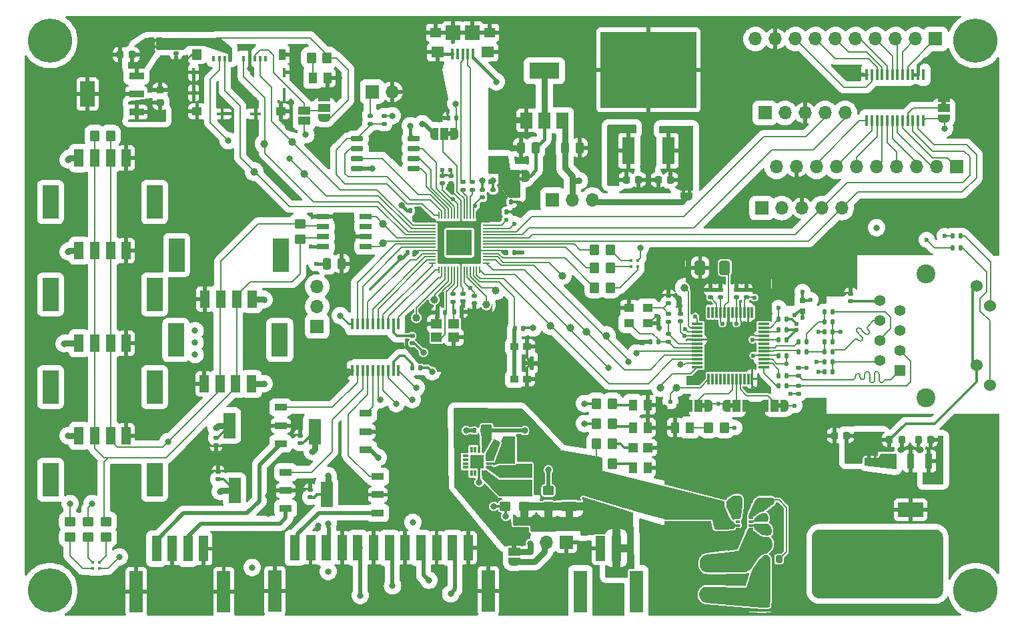
<source format=gbr>
%TF.GenerationSoftware,KiCad,Pcbnew,8.0.0*%
%TF.CreationDate,2024-03-13T17:22:47+01:00*%
%TF.ProjectId,BalloonMotherboardV3,42616c6c-6f6f-46e4-9d6f-74686572626f,rev?*%
%TF.SameCoordinates,Original*%
%TF.FileFunction,Copper,L1,Top*%
%TF.FilePolarity,Positive*%
%FSLAX46Y46*%
G04 Gerber Fmt 4.6, Leading zero omitted, Abs format (unit mm)*
G04 Created by KiCad (PCBNEW 8.0.0) date 2024-03-13 17:22:47*
%MOMM*%
%LPD*%
G01*
G04 APERTURE LIST*
G04 Aperture macros list*
%AMRoundRect*
0 Rectangle with rounded corners*
0 $1 Rounding radius*
0 $2 $3 $4 $5 $6 $7 $8 $9 X,Y pos of 4 corners*
0 Add a 4 corners polygon primitive as box body*
4,1,4,$2,$3,$4,$5,$6,$7,$8,$9,$2,$3,0*
0 Add four circle primitives for the rounded corners*
1,1,$1+$1,$2,$3*
1,1,$1+$1,$4,$5*
1,1,$1+$1,$6,$7*
1,1,$1+$1,$8,$9*
0 Add four rect primitives between the rounded corners*
20,1,$1+$1,$2,$3,$4,$5,0*
20,1,$1+$1,$4,$5,$6,$7,0*
20,1,$1+$1,$6,$7,$8,$9,0*
20,1,$1+$1,$8,$9,$2,$3,0*%
%AMFreePoly0*
4,1,19,0.550000,-0.750000,0.000000,-0.750000,0.000000,-0.744911,-0.071157,-0.744911,-0.207708,-0.704816,-0.327430,-0.627875,-0.420627,-0.520320,-0.479746,-0.390866,-0.500000,-0.250000,-0.500000,0.250000,-0.479746,0.390866,-0.420627,0.520320,-0.327430,0.627875,-0.207708,0.704816,-0.071157,0.744911,0.000000,0.744911,0.000000,0.750000,0.550000,0.750000,0.550000,-0.750000,0.550000,-0.750000,
$1*%
%AMFreePoly1*
4,1,19,0.000000,0.744911,0.071157,0.744911,0.207708,0.704816,0.327430,0.627875,0.420627,0.520320,0.479746,0.390866,0.500000,0.250000,0.500000,-0.250000,0.479746,-0.390866,0.420627,-0.520320,0.327430,-0.627875,0.207708,-0.704816,0.071157,-0.744911,0.000000,-0.744911,0.000000,-0.750000,-0.550000,-0.750000,-0.550000,0.750000,0.000000,0.750000,0.000000,0.744911,0.000000,0.744911,
$1*%
%AMFreePoly2*
4,1,19,0.500000,-0.750000,0.000000,-0.750000,0.000000,-0.744911,-0.071157,-0.744911,-0.207708,-0.704816,-0.327430,-0.627875,-0.420627,-0.520320,-0.479746,-0.390866,-0.500000,-0.250000,-0.500000,0.250000,-0.479746,0.390866,-0.420627,0.520320,-0.327430,0.627875,-0.207708,0.704816,-0.071157,0.744911,0.000000,0.744911,0.000000,0.750000,0.500000,0.750000,0.500000,-0.750000,0.500000,-0.750000,
$1*%
%AMFreePoly3*
4,1,19,0.000000,0.744911,0.071157,0.744911,0.207708,0.704816,0.327430,0.627875,0.420627,0.520320,0.479746,0.390866,0.500000,0.250000,0.500000,-0.250000,0.479746,-0.390866,0.420627,-0.520320,0.327430,-0.627875,0.207708,-0.704816,0.071157,-0.744911,0.000000,-0.744911,0.000000,-0.750000,-0.500000,-0.750000,-0.500000,0.750000,0.000000,0.750000,0.000000,0.744911,0.000000,0.744911,
$1*%
G04 Aperture macros list end*
%TA.AperFunction,EtchedComponent*%
%ADD10C,0.000000*%
%TD*%
%TA.AperFunction,SMDPad,CuDef*%
%ADD11RoundRect,0.140000X-0.170000X0.140000X-0.170000X-0.140000X0.170000X-0.140000X0.170000X0.140000X0*%
%TD*%
%TA.AperFunction,SMDPad,CuDef*%
%ADD12R,1.500000X2.000000*%
%TD*%
%TA.AperFunction,SMDPad,CuDef*%
%ADD13R,3.800000X2.000000*%
%TD*%
%TA.AperFunction,SMDPad,CuDef*%
%ADD14RoundRect,0.225000X-0.250000X0.225000X-0.250000X-0.225000X0.250000X-0.225000X0.250000X0.225000X0*%
%TD*%
%TA.AperFunction,SMDPad,CuDef*%
%ADD15FreePoly0,0.000000*%
%TD*%
%TA.AperFunction,SMDPad,CuDef*%
%ADD16R,1.000000X1.500000*%
%TD*%
%TA.AperFunction,SMDPad,CuDef*%
%ADD17FreePoly1,0.000000*%
%TD*%
%TA.AperFunction,SMDPad,CuDef*%
%ADD18RoundRect,0.140000X-0.140000X-0.170000X0.140000X-0.170000X0.140000X0.170000X-0.140000X0.170000X0*%
%TD*%
%TA.AperFunction,SMDPad,CuDef*%
%ADD19RoundRect,0.140000X0.140000X0.170000X-0.140000X0.170000X-0.140000X-0.170000X0.140000X-0.170000X0*%
%TD*%
%TA.AperFunction,ComponentPad*%
%ADD20C,3.600000*%
%TD*%
%TA.AperFunction,ConnectorPad*%
%ADD21C,5.600000*%
%TD*%
%TA.AperFunction,SMDPad,CuDef*%
%ADD22R,1.200000X3.200000*%
%TD*%
%TA.AperFunction,SMDPad,CuDef*%
%ADD23R,1.700000X5.300000*%
%TD*%
%TA.AperFunction,SMDPad,CuDef*%
%ADD24RoundRect,0.135000X0.135000X0.185000X-0.135000X0.185000X-0.135000X-0.185000X0.135000X-0.185000X0*%
%TD*%
%TA.AperFunction,ComponentPad*%
%ADD25R,1.700000X1.700000*%
%TD*%
%TA.AperFunction,ComponentPad*%
%ADD26O,1.700000X1.700000*%
%TD*%
%TA.AperFunction,SMDPad,CuDef*%
%ADD27RoundRect,0.225000X-0.225000X-0.250000X0.225000X-0.250000X0.225000X0.250000X-0.225000X0.250000X0*%
%TD*%
%TA.AperFunction,SMDPad,CuDef*%
%ADD28RoundRect,0.250000X-0.450000X0.350000X-0.450000X-0.350000X0.450000X-0.350000X0.450000X0.350000X0*%
%TD*%
%TA.AperFunction,SMDPad,CuDef*%
%ADD29RoundRect,0.225000X0.225000X0.250000X-0.225000X0.250000X-0.225000X-0.250000X0.225000X-0.250000X0*%
%TD*%
%TA.AperFunction,SMDPad,CuDef*%
%ADD30RoundRect,0.250000X-0.412500X-0.650000X0.412500X-0.650000X0.412500X0.650000X-0.412500X0.650000X0*%
%TD*%
%TA.AperFunction,SMDPad,CuDef*%
%ADD31R,0.900000X1.850000*%
%TD*%
%TA.AperFunction,SMDPad,CuDef*%
%ADD32R,3.200000X1.850000*%
%TD*%
%TA.AperFunction,SMDPad,CuDef*%
%ADD33RoundRect,0.250000X0.350000X0.450000X-0.350000X0.450000X-0.350000X-0.450000X0.350000X-0.450000X0*%
%TD*%
%TA.AperFunction,SMDPad,CuDef*%
%ADD34R,1.200000X2.200000*%
%TD*%
%TA.AperFunction,SMDPad,CuDef*%
%ADD35R,2.000000X4.200000*%
%TD*%
%TA.AperFunction,SMDPad,CuDef*%
%ADD36R,1.400000X1.200000*%
%TD*%
%TA.AperFunction,SMDPad,CuDef*%
%ADD37R,1.600000X3.500000*%
%TD*%
%TA.AperFunction,SMDPad,CuDef*%
%ADD38R,12.200000X9.750000*%
%TD*%
%TA.AperFunction,SMDPad,CuDef*%
%ADD39RoundRect,0.250000X0.250000X0.475000X-0.250000X0.475000X-0.250000X-0.475000X0.250000X-0.475000X0*%
%TD*%
%TA.AperFunction,SMDPad,CuDef*%
%ADD40C,1.000000*%
%TD*%
%TA.AperFunction,SMDPad,CuDef*%
%ADD41RoundRect,0.200000X-0.275000X0.200000X-0.275000X-0.200000X0.275000X-0.200000X0.275000X0.200000X0*%
%TD*%
%TA.AperFunction,SMDPad,CuDef*%
%ADD42RoundRect,0.140000X0.170000X-0.140000X0.170000X0.140000X-0.170000X0.140000X-0.170000X-0.140000X0*%
%TD*%
%TA.AperFunction,SMDPad,CuDef*%
%ADD43RoundRect,0.250000X-0.350000X-0.450000X0.350000X-0.450000X0.350000X0.450000X-0.350000X0.450000X0*%
%TD*%
%TA.AperFunction,SMDPad,CuDef*%
%ADD44FreePoly2,270.000000*%
%TD*%
%TA.AperFunction,SMDPad,CuDef*%
%ADD45FreePoly3,270.000000*%
%TD*%
%TA.AperFunction,SMDPad,CuDef*%
%ADD46FreePoly0,270.000000*%
%TD*%
%TA.AperFunction,SMDPad,CuDef*%
%ADD47R,1.500000X1.000000*%
%TD*%
%TA.AperFunction,SMDPad,CuDef*%
%ADD48FreePoly1,270.000000*%
%TD*%
%TA.AperFunction,SMDPad,CuDef*%
%ADD49FreePoly0,180.000000*%
%TD*%
%TA.AperFunction,SMDPad,CuDef*%
%ADD50FreePoly1,180.000000*%
%TD*%
%TA.AperFunction,SMDPad,CuDef*%
%ADD51R,0.850000X0.200000*%
%TD*%
%TA.AperFunction,SMDPad,CuDef*%
%ADD52R,0.200000X0.850000*%
%TD*%
%TA.AperFunction,SMDPad,CuDef*%
%ADD53R,3.200000X3.200000*%
%TD*%
%TA.AperFunction,SMDPad,CuDef*%
%ADD54RoundRect,0.250000X-0.250000X-0.475000X0.250000X-0.475000X0.250000X0.475000X-0.250000X0.475000X0*%
%TD*%
%TA.AperFunction,SMDPad,CuDef*%
%ADD55R,0.400000X0.400000*%
%TD*%
%TA.AperFunction,SMDPad,CuDef*%
%ADD56RoundRect,0.135000X0.185000X-0.135000X0.185000X0.135000X-0.185000X0.135000X-0.185000X-0.135000X0*%
%TD*%
%TA.AperFunction,SMDPad,CuDef*%
%ADD57R,0.450000X1.475000*%
%TD*%
%TA.AperFunction,SMDPad,CuDef*%
%ADD58RoundRect,0.250000X0.450000X-0.350000X0.450000X0.350000X-0.450000X0.350000X-0.450000X-0.350000X0*%
%TD*%
%TA.AperFunction,ComponentPad*%
%ADD59R,1.400000X1.400000*%
%TD*%
%TA.AperFunction,ComponentPad*%
%ADD60C,1.400000*%
%TD*%
%TA.AperFunction,ComponentPad*%
%ADD61C,1.530000*%
%TD*%
%TA.AperFunction,ComponentPad*%
%ADD62C,2.400000*%
%TD*%
%TA.AperFunction,SMDPad,CuDef*%
%ADD63R,0.450000X0.700000*%
%TD*%
%TA.AperFunction,SMDPad,CuDef*%
%ADD64R,1.300000X1.400000*%
%TD*%
%TA.AperFunction,SMDPad,CuDef*%
%ADD65R,0.950000X1.400000*%
%TD*%
%TA.AperFunction,SMDPad,CuDef*%
%ADD66R,0.400000X1.200000*%
%TD*%
%TA.AperFunction,SMDPad,CuDef*%
%ADD67R,1.300000X1.000000*%
%TD*%
%TA.AperFunction,SMDPad,CuDef*%
%ADD68R,1.400000X0.400000*%
%TD*%
%TA.AperFunction,SMDPad,CuDef*%
%ADD69R,0.700000X0.650000*%
%TD*%
%TA.AperFunction,SMDPad,CuDef*%
%ADD70RoundRect,0.135000X-0.185000X0.135000X-0.185000X-0.135000X0.185000X-0.135000X0.185000X0.135000X0*%
%TD*%
%TA.AperFunction,SMDPad,CuDef*%
%ADD71RoundRect,0.135000X-0.135000X-0.185000X0.135000X-0.185000X0.135000X0.185000X-0.135000X0.185000X0*%
%TD*%
%TA.AperFunction,SMDPad,CuDef*%
%ADD72RoundRect,0.200000X0.200000X0.275000X-0.200000X0.275000X-0.200000X-0.275000X0.200000X-0.275000X0*%
%TD*%
%TA.AperFunction,SMDPad,CuDef*%
%ADD73RoundRect,0.200000X0.275000X-0.200000X0.275000X0.200000X-0.275000X0.200000X-0.275000X-0.200000X0*%
%TD*%
%TA.AperFunction,SMDPad,CuDef*%
%ADD74R,1.000000X0.900000*%
%TD*%
%TA.AperFunction,SMDPad,CuDef*%
%ADD75R,0.550000X1.700000*%
%TD*%
%TA.AperFunction,SMDPad,CuDef*%
%ADD76R,1.850000X1.200000*%
%TD*%
%TA.AperFunction,SMDPad,CuDef*%
%ADD77R,1.850000X0.900000*%
%TD*%
%TA.AperFunction,SMDPad,CuDef*%
%ADD78R,1.850000X3.200000*%
%TD*%
%TA.AperFunction,SMDPad,CuDef*%
%ADD79R,1.525000X0.650000*%
%TD*%
%TA.AperFunction,SMDPad,CuDef*%
%ADD80R,1.000000X1.450000*%
%TD*%
%TA.AperFunction,SMDPad,CuDef*%
%ADD81RoundRect,0.250000X-0.650000X0.412500X-0.650000X-0.412500X0.650000X-0.412500X0.650000X0.412500X0*%
%TD*%
%TA.AperFunction,SMDPad,CuDef*%
%ADD82R,0.475000X0.300000*%
%TD*%
%TA.AperFunction,SMDPad,CuDef*%
%ADD83FreePoly2,180.000000*%
%TD*%
%TA.AperFunction,SMDPad,CuDef*%
%ADD84FreePoly3,180.000000*%
%TD*%
%TA.AperFunction,SMDPad,CuDef*%
%ADD85R,1.500000X0.900000*%
%TD*%
%TA.AperFunction,SMDPad,CuDef*%
%ADD86R,1.500000X3.200000*%
%TD*%
%TA.AperFunction,SMDPad,CuDef*%
%ADD87R,1.475000X0.300000*%
%TD*%
%TA.AperFunction,SMDPad,CuDef*%
%ADD88R,0.300000X1.475000*%
%TD*%
%TA.AperFunction,SMDPad,CuDef*%
%ADD89R,0.400000X1.350000*%
%TD*%
%TA.AperFunction,SMDPad,CuDef*%
%ADD90R,1.450000X1.300000*%
%TD*%
%TA.AperFunction,SMDPad,CuDef*%
%ADD91R,1.600000X1.400000*%
%TD*%
%TA.AperFunction,SMDPad,CuDef*%
%ADD92R,1.900000X1.900000*%
%TD*%
%TA.AperFunction,SMDPad,CuDef*%
%ADD93R,5.500000X1.450000*%
%TD*%
%TA.AperFunction,SMDPad,CuDef*%
%ADD94R,0.300000X0.800000*%
%TD*%
%TA.AperFunction,SMDPad,CuDef*%
%ADD95R,0.800000X0.300000*%
%TD*%
%TA.AperFunction,SMDPad,CuDef*%
%ADD96R,1.800000X1.800000*%
%TD*%
%TA.AperFunction,SMDPad,CuDef*%
%ADD97R,1.300000X1.150000*%
%TD*%
%TA.AperFunction,SMDPad,CuDef*%
%ADD98FreePoly2,0.000000*%
%TD*%
%TA.AperFunction,SMDPad,CuDef*%
%ADD99FreePoly3,0.000000*%
%TD*%
%TA.AperFunction,SMDPad,CuDef*%
%ADD100R,1.300000X1.100000*%
%TD*%
%TA.AperFunction,SMDPad,CuDef*%
%ADD101RoundRect,0.150000X-0.650000X-0.150000X0.650000X-0.150000X0.650000X0.150000X-0.650000X0.150000X0*%
%TD*%
%TA.AperFunction,SMDPad,CuDef*%
%ADD102FreePoly2,90.000000*%
%TD*%
%TA.AperFunction,SMDPad,CuDef*%
%ADD103FreePoly3,90.000000*%
%TD*%
%TA.AperFunction,ViaPad*%
%ADD104C,0.800000*%
%TD*%
%TA.AperFunction,ViaPad*%
%ADD105C,0.600000*%
%TD*%
%TA.AperFunction,Conductor*%
%ADD106C,0.300000*%
%TD*%
%TA.AperFunction,Conductor*%
%ADD107C,0.200000*%
%TD*%
%TA.AperFunction,Conductor*%
%ADD108C,0.150000*%
%TD*%
%TA.AperFunction,Conductor*%
%ADD109C,0.250000*%
%TD*%
%TA.AperFunction,Conductor*%
%ADD110C,0.500000*%
%TD*%
%TA.AperFunction,Conductor*%
%ADD111C,0.800000*%
%TD*%
%TA.AperFunction,Conductor*%
%ADD112C,0.400000*%
%TD*%
G04 APERTURE END LIST*
D10*
%TA.AperFunction,EtchedComponent*%
%TO.C,JH3*%
G36*
X136252000Y-148890000D02*
G01*
X135752000Y-148890000D01*
X135752000Y-148290000D01*
X136252000Y-148290000D01*
X136252000Y-148890000D01*
G37*
%TD.AperFunction*%
%TA.AperFunction,EtchedComponent*%
%TO.C,JP5*%
G36*
X130902000Y-121662000D02*
G01*
X130502000Y-121662000D01*
X130502000Y-121162000D01*
X130902000Y-121162000D01*
X130902000Y-121662000D01*
G37*
%TD.AperFunction*%
%TA.AperFunction,EtchedComponent*%
G36*
X130102000Y-121662000D02*
G01*
X129702000Y-121662000D01*
X129702000Y-121162000D01*
X130102000Y-121162000D01*
X130102000Y-121662000D01*
G37*
%TD.AperFunction*%
%TA.AperFunction,EtchedComponent*%
%TO.C,JH2*%
G36*
X132726000Y-148890000D02*
G01*
X132226000Y-148890000D01*
X132226000Y-148290000D01*
X132726000Y-148290000D01*
X132726000Y-148890000D01*
G37*
%TD.AperFunction*%
%TA.AperFunction,EtchedComponent*%
%TO.C,JH1*%
G36*
X108758000Y-166732000D02*
G01*
X108158000Y-166732000D01*
X108158000Y-166232000D01*
X108758000Y-166232000D01*
X108758000Y-166732000D01*
G37*
%TD.AperFunction*%
%TA.AperFunction,EtchedComponent*%
%TO.C,JP10*%
G36*
X109470000Y-119980000D02*
G01*
X108970000Y-119980000D01*
X108970000Y-119580000D01*
X109470000Y-119580000D01*
X109470000Y-119980000D01*
G37*
%TD.AperFunction*%
%TA.AperFunction,EtchedComponent*%
G36*
X109470000Y-119180000D02*
G01*
X108970000Y-119180000D01*
X108970000Y-118780000D01*
X109470000Y-118780000D01*
X109470000Y-119180000D01*
G37*
%TD.AperFunction*%
%TA.AperFunction,EtchedComponent*%
%TO.C,JH4*%
G36*
X142378000Y-148890000D02*
G01*
X141878000Y-148890000D01*
X141878000Y-148290000D01*
X142378000Y-148290000D01*
X142378000Y-148890000D01*
G37*
%TD.AperFunction*%
%TA.AperFunction,EtchedComponent*%
%TO.C,JP9*%
G36*
X63154000Y-102400000D02*
G01*
X62654000Y-102400000D01*
X62654000Y-102000000D01*
X63154000Y-102000000D01*
X63154000Y-102400000D01*
G37*
%TD.AperFunction*%
%TA.AperFunction,EtchedComponent*%
G36*
X63154000Y-103200000D02*
G01*
X62654000Y-103200000D01*
X62654000Y-102800000D01*
X63154000Y-102800000D01*
X63154000Y-103200000D01*
G37*
%TD.AperFunction*%
%TA.AperFunction,EtchedComponent*%
%TO.C,JP4*%
G36*
X163266400Y-110394800D02*
G01*
X162666400Y-110394800D01*
X162666400Y-109894800D01*
X163266400Y-109894800D01*
X163266400Y-110394800D01*
G37*
%TD.AperFunction*%
%TA.AperFunction,EtchedComponent*%
%TO.C,Jvbus1*%
G36*
X100468000Y-114346000D02*
G01*
X99968000Y-114346000D01*
X99968000Y-113746000D01*
X100468000Y-113746000D01*
X100468000Y-114346000D01*
G37*
%TD.AperFunction*%
%TA.AperFunction,EtchedComponent*%
%TO.C,JP3*%
G36*
X153657200Y-155354400D02*
G01*
X153257200Y-155354400D01*
X153257200Y-154854400D01*
X153657200Y-154854400D01*
X153657200Y-155354400D01*
G37*
%TD.AperFunction*%
%TA.AperFunction,EtchedComponent*%
G36*
X154457200Y-155354400D02*
G01*
X154057200Y-155354400D01*
X154057200Y-154854400D01*
X154457200Y-154854400D01*
X154457200Y-155354400D01*
G37*
%TD.AperFunction*%
%TD*%
D11*
%TO.P,C13,1*%
%TO.N,GND*%
X104394000Y-121186000D03*
%TO.P,C13,2*%
%TO.N,+1V1*%
X104394000Y-122146000D03*
%TD*%
D12*
%TO.P,U1,1,GND*%
%TO.N,GND*%
X109968000Y-112370000D03*
%TO.P,U1,2,VO*%
%TO.N,Net-(JP10-A)*%
X112268000Y-112370000D03*
D13*
X112268000Y-106070000D03*
D12*
%TO.P,U1,3,VI*%
%TO.N,+5V*%
X114568000Y-112370000D03*
%TD*%
D14*
%TO.P,C7,1*%
%TO.N,GND*%
X63504000Y-108525000D03*
%TO.P,C7,2*%
%TO.N,+5V*%
X63504000Y-110075000D03*
%TD*%
D15*
%TO.P,JH3,1,A*%
%TO.N,/3.3V_LAN*%
X135352000Y-148590000D03*
D16*
%TO.P,JH3,2,C*%
%TO.N,Net-(IC2-PMODE1)*%
X136652000Y-148590000D03*
D17*
%TO.P,JH3,3,B*%
%TO.N,GND*%
X137952000Y-148590000D03*
%TD*%
D18*
%TO.P,C48,1*%
%TO.N,+3V3*%
X107089000Y-122682000D03*
%TO.P,C48,2*%
%TO.N,GND*%
X108049000Y-122682000D03*
%TD*%
D19*
%TO.P,C36,1*%
%TO.N,/XIN*%
X99667000Y-136765000D03*
%TO.P,C36,2*%
%TO.N,GND*%
X98707000Y-136765000D03*
%TD*%
D11*
%TO.P,C33,1*%
%TO.N,GND*%
X129540000Y-136934000D03*
%TO.P,C33,2*%
%TO.N,/3.3V_LAN*%
X129540000Y-137894000D03*
%TD*%
D19*
%TO.P,C52,1*%
%TO.N,/RXN*%
X148816000Y-141732000D03*
%TO.P,C52,2*%
%TO.N,Net-(C52-Pad2)*%
X147856000Y-141732000D03*
%TD*%
D20*
%TO.P,H1,1*%
%TO.N,N/C*%
X49530000Y-102235000D03*
D21*
X49530000Y-102235000D03*
%TD*%
D22*
%TO.P,V_BAT1,1,1*%
%TO.N,GND*%
X119396000Y-166730000D03*
%TO.P,V_BAT1,2,2*%
%TO.N,V_Batt*%
X121396000Y-166730000D03*
D23*
%TO.P,V_BAT1,3*%
%TO.N,N/C*%
X116846000Y-172210000D03*
%TO.P,V_BAT1,4*%
X123946000Y-172210000D03*
%TD*%
D24*
%TO.P,R30,1*%
%TO.N,GND*%
X143004000Y-138938000D03*
%TO.P,R30,2*%
%TO.N,Net-(IC2-EXRES1)*%
X141984000Y-138938000D03*
%TD*%
D25*
%TO.P,scl0,1,Pin_1*%
%TO.N,+5V*%
X140263800Y-111404400D03*
D26*
%TO.P,scl0,2,Pin_2*%
%TO.N,+3V3*%
X142803800Y-111404400D03*
%TO.P,scl0,3,Pin_3*%
%TO.N,GND*%
X145343800Y-111404400D03*
%TO.P,scl0,4,Pin_4*%
%TO.N,/scl1*%
X147883800Y-111404400D03*
%TO.P,scl0,5,Pin_5*%
%TO.N,/sda1*%
X150423800Y-111404400D03*
%TD*%
D27*
%TO.P,C25,1*%
%TO.N,GND*%
X126733000Y-119888000D03*
%TO.P,C25,2*%
%TO.N,Net-(IC5-OUTPUT)*%
X128283000Y-119888000D03*
%TD*%
D25*
%TO.P,JHVA1,1,Pin_1*%
%TO.N,GND*%
X115067000Y-165989000D03*
D26*
%TO.P,JHVA1,2,Pin_2*%
%TO.N,Net-(JH1-B)*%
X112527000Y-165989000D03*
%TD*%
D28*
%TO.P,R10,1*%
%TO.N,/cur_mess*%
X107315000Y-154829000D03*
%TO.P,R10,2*%
%TO.N,/in-1*%
X107315000Y-156829000D03*
%TD*%
D29*
%TO.P,C4,1*%
%TO.N,GND*%
X157629400Y-152920000D03*
%TO.P,C4,2*%
%TO.N,/3.3V_LAN*%
X156079400Y-152920000D03*
%TD*%
D30*
%TO.P,C31,1*%
%TO.N,GND*%
X132041500Y-131064000D03*
%TO.P,C31,2*%
%TO.N,Net-(IC2-TOCAP)*%
X135166500Y-131064000D03*
%TD*%
D31*
%TO.P,3VLIN2,1,IN*%
%TO.N,+5V*%
X161050000Y-155650000D03*
%TO.P,3VLIN2,2,GND_1*%
%TO.N,GND*%
X158750000Y-155650000D03*
%TO.P,3VLIN2,3,OUT*%
%TO.N,Net-(3VLIN2-OUT)*%
X156450000Y-155650000D03*
D32*
%TO.P,3VLIN2,4,GND_2*%
%TO.N,GND*%
X158750000Y-161850000D03*
%TD*%
D18*
%TO.P,C9,1*%
%TO.N,GND*%
X147856000Y-144272000D03*
%TO.P,C9,2*%
%TO.N,Net-(C9-Pad2)*%
X148816000Y-144272000D03*
%TD*%
D33*
%TO.P,R36,1*%
%TO.N,Net-(LED1-K_B)*%
X120634000Y-131064000D03*
%TO.P,R36,2*%
%TO.N,/MC_LED2*%
X118634000Y-131064000D03*
%TD*%
D34*
%TO.P,Ox1,1,1*%
%TO.N,GND*%
X69200000Y-135048195D03*
%TO.P,Ox1,2,2*%
%TO.N,/A*%
X71200000Y-135048195D03*
%TO.P,Ox1,3,3*%
%TO.N,/B*%
X73200000Y-135048195D03*
%TO.P,Ox1,4,4*%
%TO.N,/Vox*%
X75200000Y-135048195D03*
D35*
%TO.P,Ox1,5*%
%TO.N,N/C*%
X78800000Y-129468195D03*
%TO.P,Ox1,6*%
X65600000Y-129468195D03*
%TD*%
D36*
%TO.P,Y2,1,XTAL_1*%
%TO.N,/XIN*%
X98595000Y-139915000D03*
%TO.P,Y2,2,GND_1*%
%TO.N,GND*%
X100795000Y-139915000D03*
%TO.P,Y2,3,XTAL_2*%
%TO.N,Net-(Y2-XTAL_2)*%
X100795000Y-138215000D03*
%TO.P,Y2,4,GND_2*%
%TO.N,GND*%
X98595000Y-138215000D03*
%TD*%
D25*
%TO.P,J6,1,Pin_1*%
%TO.N,Net-(J6-Pin_1)*%
X161920000Y-102006400D03*
D26*
%TO.P,J6,2,Pin_2*%
%TO.N,Net-(J6-Pin_2)*%
X159380000Y-102006400D03*
%TO.P,J6,3,Pin_3*%
%TO.N,Net-(J6-Pin_3)*%
X156840000Y-102006400D03*
%TO.P,J6,4,Pin_4*%
%TO.N,Net-(J6-Pin_4)*%
X154300000Y-102006400D03*
%TO.P,J6,5,Pin_5*%
%TO.N,Net-(J6-Pin_5)*%
X151760000Y-102006400D03*
%TO.P,J6,6,Pin_6*%
%TO.N,Net-(J6-Pin_6)*%
X149220000Y-102006400D03*
%TO.P,J6,7,Pin_7*%
%TO.N,Net-(J6-Pin_7)*%
X146680000Y-102006400D03*
%TO.P,J6,8,Pin_8*%
%TO.N,Net-(J6-Pin_8)*%
X144140000Y-102006400D03*
%TO.P,J6,9,Pin_9*%
%TO.N,GND*%
X141600000Y-102006400D03*
%TO.P,J6,10,Pin_10*%
%TO.N,+5V*%
X139060000Y-102006400D03*
%TD*%
D33*
%TO.P,R22,1*%
%TO.N,Net-(R22-Pad1)*%
X120888000Y-155956000D03*
%TO.P,R22,2*%
%TO.N,+28V*%
X118888000Y-155956000D03*
%TD*%
%TO.P,R23,1*%
%TO.N,/A*%
X57200000Y-114300000D03*
%TO.P,R23,2*%
%TO.N,/B*%
X55200000Y-114300000D03*
%TD*%
D37*
%TO.P,IC5,1,INPUT*%
%TO.N,8V{slash}3A Buck Conv*%
X122936000Y-116219000D03*
%TO.P,IC5,3,OUTPUT*%
%TO.N,Net-(IC5-OUTPUT)*%
X128016000Y-116219000D03*
D38*
%TO.P,IC5,4,GND*%
%TO.N,GND*%
X125476000Y-105944000D03*
%TD*%
D33*
%TO.P,R24,1*%
%TO.N,Net-(R24-Pad1)*%
X120888000Y-150876000D03*
%TO.P,R24,2*%
%TO.N,+3V3*%
X118888000Y-150876000D03*
%TD*%
D28*
%TO.P,R25,1*%
%TO.N,/B*%
X56642000Y-163338000D03*
%TO.P,R25,2*%
%TO.N,Net-(LED_OX1-K_G)*%
X56642000Y-165338000D03*
%TD*%
D39*
%TO.P,C39,1*%
%TO.N,Net-(JP10-A)*%
X111186000Y-115824000D03*
%TO.P,C39,2*%
%TO.N,GND*%
X109286000Y-115824000D03*
%TD*%
D22*
%TO.P,H3-8,1,1*%
%TO.N,/H_2*%
X80600000Y-166670000D03*
%TO.P,H3-8,2,2*%
%TO.N,GND*%
X82600000Y-166670000D03*
%TO.P,H3-8,3,3*%
%TO.N,/H_3*%
X84600000Y-166670000D03*
%TO.P,H3-8,4,4*%
%TO.N,GND*%
X86600000Y-166670000D03*
%TO.P,H3-8,5,5*%
%TO.N,/H_4*%
X88600000Y-166670000D03*
%TO.P,H3-8,6,6*%
%TO.N,GND*%
X90600000Y-166670000D03*
%TO.P,H3-8,7,7*%
%TO.N,/H_5*%
X92600000Y-166670000D03*
%TO.P,H3-8,8,8*%
%TO.N,GND*%
X94600000Y-166670000D03*
%TO.P,H3-8,9,9*%
%TO.N,/H_6*%
X96600000Y-166670000D03*
%TO.P,H3-8,10,10*%
%TO.N,GND*%
X98600000Y-166670000D03*
%TO.P,H3-8,11,11*%
%TO.N,/H_7*%
X100600000Y-166670000D03*
%TO.P,H3-8,12,12*%
%TO.N,GND*%
X102600000Y-166670000D03*
D23*
%TO.P,H3-8,MP1,MP1*%
X78050000Y-172150000D03*
%TO.P,H3-8,MP2,MP2*%
X105150000Y-172150000D03*
%TD*%
D40*
%TO.P,TP11,1,1*%
%TO.N,/RX1_0*%
X91800000Y-128000000D03*
%TD*%
%TO.P,TP17,1,1*%
%TO.N,/3.3V_LAN*%
X129032000Y-146304000D03*
%TD*%
D11*
%TO.P,C28,1*%
%TO.N,GND*%
X134620000Y-133886000D03*
%TO.P,C28,2*%
%TO.N,/3.3V_LAN*%
X134620000Y-134846000D03*
%TD*%
D41*
%TO.P,R6,1*%
%TO.N,GND*%
X139700000Y-159195000D03*
%TO.P,R6,2*%
%TO.N,Net-(BUCK1-FB)*%
X139700000Y-160845000D03*
%TD*%
D11*
%TO.P,C29,1*%
%TO.N,GND*%
X133350000Y-133886000D03*
%TO.P,C29,2*%
%TO.N,Net-(IC2-1V2O)*%
X133350000Y-134846000D03*
%TD*%
D42*
%TO.P,C1,1*%
%TO.N,+3V3*%
X105791000Y-122146000D03*
%TO.P,C1,2*%
%TO.N,GND*%
X105791000Y-121186000D03*
%TD*%
D33*
%TO.P,R19,1*%
%TO.N,Net-(R19-Pad1)*%
X120888000Y-148336000D03*
%TO.P,R19,2*%
%TO.N,+5V*%
X118888000Y-148336000D03*
%TD*%
D43*
%TO.P,R20,1*%
%TO.N,Net-(R20-Pad1)*%
X82693000Y-104394000D03*
%TO.P,R20,2*%
%TO.N,3.3V_SD*%
X84693000Y-104394000D03*
%TD*%
D24*
%TO.P,R38,1*%
%TO.N,Net-(C53-Pad1)*%
X148846000Y-137922000D03*
%TO.P,R38,2*%
%TO.N,Net-(C45-Pad2)*%
X147826000Y-137922000D03*
%TD*%
D44*
%TO.P,JP5,1,A*%
%TO.N,Net-(IC5-OUTPUT)*%
X130302000Y-120762000D03*
D45*
%TO.P,JP5,2,B*%
%TO.N,/Vin_reg*%
X130302000Y-122062000D03*
%TD*%
D42*
%TO.P,C55,1*%
%TO.N,/Vs_Heat*%
X81280000Y-153388000D03*
%TO.P,C55,2*%
%TO.N,GND*%
X81280000Y-152428000D03*
%TD*%
D24*
%TO.P,R39,1*%
%TO.N,Net-(C45-Pad2)*%
X145544000Y-140462000D03*
%TO.P,R39,2*%
%TO.N,Net-(IC2-RXP)*%
X144524000Y-140462000D03*
%TD*%
D20*
%TO.P,H3,1*%
%TO.N,N/C*%
X167005000Y-172085000D03*
D21*
X167005000Y-172085000D03*
%TD*%
D46*
%TO.P,JP1,1,A*%
%TO.N,GND*%
X84328000Y-109444000D03*
D47*
%TO.P,JP1,2,C*%
%TO.N,Net-(JP1-C)*%
X84328000Y-110744000D03*
D48*
%TO.P,JP1,3,B*%
%TO.N,3.3V_SD*%
X84328000Y-112044000D03*
%TD*%
D49*
%TO.P,JH2,1,A*%
%TO.N,/3.3V_LAN*%
X133126000Y-148590000D03*
D16*
%TO.P,JH2,2,C*%
%TO.N,Net-(IC2-PMODE2)*%
X131826000Y-148590000D03*
D50*
%TO.P,JH2,3,B*%
%TO.N,GND*%
X130526000Y-148590000D03*
%TD*%
D51*
%TO.P,J1,1,IOVDD_1*%
%TO.N,+3V3*%
X98023000Y-125289000D03*
%TO.P,J1,2,GPIO0*%
%TO.N,/miso_sd*%
X98023000Y-125689000D03*
%TO.P,J1,3,GPIO1*%
%TO.N,/cs_sd*%
X98023000Y-126089000D03*
%TO.P,J1,4,GPIO2*%
%TO.N,/sck_sd*%
X98023000Y-126489000D03*
%TO.P,J1,5,GPIO3*%
%TO.N,/mosi_sd*%
X98023000Y-126889000D03*
%TO.P,J1,6,GPIO4*%
%TO.N,/TX1_0*%
X98023000Y-127289000D03*
%TO.P,J1,7,GPIO5*%
%TO.N,/RX1_0*%
X98023000Y-127689000D03*
%TO.P,J1,8,GPIO6*%
%TO.N,/H0*%
X98023000Y-128089000D03*
%TO.P,J1,9,GPIO7*%
%TO.N,/H1*%
X98023000Y-128489000D03*
%TO.P,J1,10,IOVDD_2*%
%TO.N,+3V3*%
X98023000Y-128889000D03*
%TO.P,J1,11,GPIO8*%
%TO.N,/H2*%
X98023000Y-129289000D03*
%TO.P,J1,12,GPIO9*%
%TO.N,/H3*%
X98023000Y-129689000D03*
%TO.P,J1,13,GPIO10*%
%TO.N,/H4*%
X98023000Y-130089000D03*
%TO.P,J1,14,GPIO11*%
%TO.N,/H5*%
X98023000Y-130489000D03*
D52*
%TO.P,J1,15,GPIO12*%
%TO.N,/H6*%
X98873000Y-131339000D03*
%TO.P,J1,16,GPIO13*%
%TO.N,/H7*%
X99273000Y-131339000D03*
%TO.P,J1,17,GPIO14*%
%TO.N,Net-(J1-GPIO14)*%
X99673000Y-131339000D03*
%TO.P,J1,18,GPIO15*%
%TO.N,Net-(J1-GPIO15)*%
X100073000Y-131339000D03*
%TO.P,J1,19,TESTEN*%
%TO.N,GND*%
X100473000Y-131339000D03*
%TO.P,J1,20,XIN*%
%TO.N,/XIN*%
X100873000Y-131339000D03*
%TO.P,J1,21,XOUT*%
%TO.N,/XOUT*%
X101273000Y-131339000D03*
%TO.P,J1,22,IOVDD_3*%
%TO.N,+3V3*%
X101673000Y-131339000D03*
%TO.P,J1,23,DVDD_1*%
%TO.N,+1V1*%
X102073000Y-131339000D03*
%TO.P,J1,24,SWCLK*%
%TO.N,/SWCLK*%
X102473000Y-131339000D03*
%TO.P,J1,25,SWDIO*%
%TO.N,/SWD*%
X102873000Y-131339000D03*
%TO.P,J1,26,RUN*%
%TO.N,/RUN*%
X103273000Y-131339000D03*
%TO.P,J1,27,GPIO16*%
%TO.N,/miso_lan*%
X103673000Y-131339000D03*
%TO.P,J1,28,GPIO17*%
%TO.N,/cs_lan*%
X104073000Y-131339000D03*
D51*
%TO.P,J1,29,GPIO18*%
%TO.N,/sck_lan*%
X104923000Y-130489000D03*
%TO.P,J1,30,GPIO19*%
%TO.N,/mosi_lan*%
X104923000Y-130089000D03*
%TO.P,J1,31,GPIO20*%
%TO.N,Net-(J1-GPIO20)*%
X104923000Y-129689000D03*
%TO.P,J1,32,GPIO21*%
%TO.N,/MC_LED3*%
X104923000Y-129289000D03*
%TO.P,J1,33,IOVDD_4*%
%TO.N,+3V3*%
X104923000Y-128889000D03*
%TO.P,J1,34,GPIO22*%
%TO.N,/MC_LED2*%
X104923000Y-128489000D03*
%TO.P,J1,35,GPIO23*%
%TO.N,/MC_LED1*%
X104923000Y-128089000D03*
%TO.P,J1,36,GPIO24*%
%TO.N,/sda0*%
X104923000Y-127689000D03*
%TO.P,J1,37,GPIO25*%
%TO.N,/scl0*%
X104923000Y-127289000D03*
%TO.P,J1,38,GPIO26/ADC0*%
%TO.N,/sda1*%
X104923000Y-126889000D03*
%TO.P,J1,39,GPIO27/ADC1*%
%TO.N,/scl1*%
X104923000Y-126489000D03*
%TO.P,J1,40,GPIO28/ADC2*%
%TO.N,/cur_mess*%
X104923000Y-126089000D03*
%TO.P,J1,41,GPIO29/ADC3*%
%TO.N,/in-2*%
X104923000Y-125689000D03*
%TO.P,J1,42,IOVDD_5*%
%TO.N,+3V3*%
X104923000Y-125289000D03*
D52*
%TO.P,J1,43,ADC_AVDD*%
X104073000Y-124439000D03*
%TO.P,J1,44,VREG_VIN*%
X103673000Y-124439000D03*
%TO.P,J1,45,VREG_VOUT*%
%TO.N,+1V1*%
X103273000Y-124439000D03*
%TO.P,J1,46,USB_DM*%
%TO.N,Net-(J1-USB_DM)*%
X102873000Y-124439000D03*
%TO.P,J1,47,USB_DP*%
%TO.N,Net-(J1-USB_DP)*%
X102473000Y-124439000D03*
%TO.P,J1,48,USB_VDD*%
%TO.N,Net-(J1-USB_VDD)*%
X102073000Y-124439000D03*
%TO.P,J1,49,IOVDD_6*%
%TO.N,+3V3*%
X101673000Y-124439000D03*
%TO.P,J1,50,DVDD_2*%
%TO.N,+1V1*%
X101273000Y-124439000D03*
%TO.P,J1,51,QSPI_SD3*%
%TO.N,/QSPI_SD3*%
X100873000Y-124439000D03*
%TO.P,J1,52,QSPI_SCLK*%
%TO.N,/QSPI_SCLK*%
X100473000Y-124439000D03*
%TO.P,J1,53,QSPI_SD0*%
%TO.N,/QSPI_SD0*%
X100073000Y-124439000D03*
%TO.P,J1,54,QSPI_SD2*%
%TO.N,/QSPI_SD2*%
X99673000Y-124439000D03*
%TO.P,J1,55,QSPI_SD1*%
%TO.N,/QSPI_SD1*%
X99273000Y-124439000D03*
%TO.P,J1,56,QSPI_SS_N*%
%TO.N,/QSPI_SS*%
X98873000Y-124439000D03*
D53*
%TO.P,J1,57,GND*%
%TO.N,GND*%
X101473000Y-127889000D03*
%TD*%
D54*
%TO.P,C26,1*%
%TO.N,+3V3*%
X84648000Y-130556000D03*
%TO.P,C26,2*%
%TO.N,GND*%
X86548000Y-130556000D03*
%TD*%
D34*
%TO.P,Ox4,1,1*%
%TO.N,GND*%
X59200000Y-140679025D03*
%TO.P,Ox4,2,2*%
%TO.N,/A*%
X57200000Y-140679025D03*
%TO.P,Ox4,3,3*%
%TO.N,/B*%
X55200000Y-140679025D03*
%TO.P,Ox4,4,4*%
%TO.N,/Vox*%
X53200000Y-140679025D03*
D35*
%TO.P,Ox4,5*%
%TO.N,N/C*%
X49600000Y-146259025D03*
%TO.P,Ox4,6*%
X62800000Y-146259025D03*
%TD*%
D55*
%TO.P,LED_OX1,1,COM_A*%
%TO.N,+3V3*%
X55772000Y-169310000D03*
%TO.P,LED_OX1,2,K_R*%
%TO.N,Net-(LED_OX1-K_R)*%
X54972000Y-169310000D03*
%TO.P,LED_OX1,3,K_B*%
%TO.N,Net-(LED_OX1-K_B)*%
X54972000Y-168510000D03*
%TO.P,LED_OX1,4,K_G*%
%TO.N,Net-(LED_OX1-K_G)*%
X55772000Y-168510000D03*
%TD*%
D56*
%TO.P,R16,1*%
%TO.N,/TXP*%
X144526000Y-144782000D03*
%TO.P,R16,2*%
%TO.N,Net-(FB1-Pad1)*%
X144526000Y-143762000D03*
%TD*%
D40*
%TO.P,TP3,1,1*%
%TO.N,/mosi_lan*%
X120142000Y-139700000D03*
%TD*%
D24*
%TO.P,R40,1*%
%TO.N,Net-(C52-Pad2)*%
X145544000Y-141732000D03*
%TO.P,R40,2*%
%TO.N,Net-(IC2-RXN)*%
X144524000Y-141732000D03*
%TD*%
D57*
%TO.P,MUXH1,1,~{INT}*%
%TO.N,unconnected-(MUXH1-~{INT}-Pad1)*%
X160343800Y-106536000D03*
%TO.P,MUXH1,2,A1*%
%TO.N,GND*%
X159693800Y-106536000D03*
%TO.P,MUXH1,3,A2*%
X159043800Y-106536000D03*
%TO.P,MUXH1,4,IO0_0*%
%TO.N,Net-(J6-Pin_1)*%
X158393800Y-106536000D03*
%TO.P,MUXH1,5,IO0_1*%
%TO.N,Net-(J6-Pin_2)*%
X157743800Y-106536000D03*
%TO.P,MUXH1,6,IO0_2*%
%TO.N,Net-(J6-Pin_3)*%
X157093800Y-106536000D03*
%TO.P,MUXH1,7,IO0_3*%
%TO.N,Net-(J6-Pin_4)*%
X156443800Y-106536000D03*
%TO.P,MUXH1,8,IO0_4*%
%TO.N,Net-(J6-Pin_5)*%
X155793800Y-106536000D03*
%TO.P,MUXH1,9,IO0_5*%
%TO.N,Net-(J6-Pin_6)*%
X155143800Y-106536000D03*
%TO.P,MUXH1,10,IO0_6*%
%TO.N,Net-(J6-Pin_7)*%
X154493800Y-106536000D03*
%TO.P,MUXH1,11,IO0_7*%
%TO.N,Net-(J6-Pin_8)*%
X153843800Y-106536000D03*
%TO.P,MUXH1,12,VSS*%
%TO.N,GND*%
X153193800Y-106536000D03*
%TO.P,MUXH1,13,IO1_0*%
%TO.N,Net-(J5-Pin_8)*%
X153193800Y-112412000D03*
%TO.P,MUXH1,14,IO1_1*%
%TO.N,Net-(J5-Pin_7)*%
X153843800Y-112412000D03*
%TO.P,MUXH1,15,IO1_2*%
%TO.N,Net-(J5-Pin_6)*%
X154493800Y-112412000D03*
%TO.P,MUXH1,16,IO1_3*%
%TO.N,Net-(J5-Pin_5)*%
X155143800Y-112412000D03*
%TO.P,MUXH1,17,IO1_4*%
%TO.N,Net-(J5-Pin_4)*%
X155793800Y-112412000D03*
%TO.P,MUXH1,18,IO1_5*%
%TO.N,Net-(J5-Pin_3)*%
X156443800Y-112412000D03*
%TO.P,MUXH1,19,IO1_6*%
%TO.N,Net-(J5-Pin_2)*%
X157093800Y-112412000D03*
%TO.P,MUXH1,20,IO1_7*%
%TO.N,Net-(J5-Pin_1)*%
X157743800Y-112412000D03*
%TO.P,MUXH1,21,A0*%
%TO.N,Net-(JP4-C)*%
X158393800Y-112412000D03*
%TO.P,MUXH1,22,SCL*%
%TO.N,/scl0*%
X159043800Y-112412000D03*
%TO.P,MUXH1,23,SDA*%
%TO.N,/sda0*%
X159693800Y-112412000D03*
%TO.P,MUXH1,24,VDD*%
%TO.N,+5V*%
X160343800Y-112412000D03*
%TD*%
D19*
%TO.P,C34,1*%
%TO.N,GND*%
X142974000Y-142240000D03*
%TO.P,C34,2*%
%TO.N,/3.3V_LAN*%
X142014000Y-142240000D03*
%TD*%
D46*
%TO.P,JH1,1,A*%
%TO.N,+28V*%
X108458000Y-165832000D03*
D47*
%TO.P,JH1,2,C*%
%TO.N,/Vs_Heat*%
X108458000Y-167132000D03*
D48*
%TO.P,JH1,3,B*%
%TO.N,Net-(JH1-B)*%
X108458000Y-168432000D03*
%TD*%
D24*
%TO.P,R33,1*%
%TO.N,/TXP*%
X143004000Y-144780000D03*
%TO.P,R33,2*%
%TO.N,Net-(IC2-TXP)*%
X141984000Y-144780000D03*
%TD*%
D40*
%TO.P,TP6,1,1*%
%TO.N,/cs_sd*%
X81788000Y-119126000D03*
%TD*%
D19*
%TO.P,C35,1*%
%TO.N,GND*%
X142974000Y-140208000D03*
%TO.P,C35,2*%
%TO.N,/3.3V_LAN*%
X142014000Y-140208000D03*
%TD*%
D11*
%TO.P,C16,1*%
%TO.N,GND*%
X128016000Y-134648000D03*
%TO.P,C16,2*%
%TO.N,Net-(Y1-IN{slash}OUT)*%
X128016000Y-135608000D03*
%TD*%
D24*
%TO.P,R3,1*%
%TO.N,+3V3*%
X109577600Y-138785600D03*
%TO.P,R3,2*%
%TO.N,/RUN*%
X108557600Y-138785600D03*
%TD*%
D29*
%TO.P,C21,1*%
%TO.N,GND*%
X141999000Y-173736000D03*
%TO.P,C21,2*%
%TO.N,8V{slash}3A Buck Conv*%
X140449000Y-173736000D03*
%TD*%
D58*
%TO.P,R11,1*%
%TO.N,V_Batt*%
X112776000Y-161401000D03*
%TO.P,R11,2*%
%TO.N,/in+2*%
X112776000Y-159401000D03*
%TD*%
D18*
%TO.P,C40,1*%
%TO.N,+3V3*%
X107470000Y-129159000D03*
%TO.P,C40,2*%
%TO.N,GND*%
X108430000Y-129159000D03*
%TD*%
D59*
%TO.P,J3,1,1*%
%TO.N,/TXP*%
X157380000Y-144145000D03*
D60*
%TO.P,J3,2,2*%
%TO.N,Net-(C9-Pad2)*%
X154840000Y-142875000D03*
%TO.P,J3,3,3*%
%TO.N,/TXN*%
X157380000Y-141605000D03*
%TO.P,J3,4,4*%
%TO.N,/RXP*%
X154840000Y-140335000D03*
%TO.P,J3,5,5*%
%TO.N,Net-(C53-Pad1)*%
X157380000Y-139065000D03*
%TO.P,J3,6,6*%
%TO.N,/RXN*%
X154840000Y-137795000D03*
%TO.P,J3,7,7*%
%TO.N,unconnected-(J3-Pad7)*%
X157380000Y-136525000D03*
%TO.P,J3,8,GND*%
%TO.N,Net-(J3-GND)*%
X154840000Y-135255000D03*
D61*
%TO.P,J3,9,9*%
%TO.N,Net-(J3-Pad9)*%
X168810000Y-146025000D03*
%TO.P,J3,10,10*%
%TO.N,/3.3V_LAN*%
X167110000Y-143485000D03*
%TO.P,J3,11,11*%
%TO.N,Net-(J3-Pad11)*%
X168810000Y-135915000D03*
%TO.P,J3,12,12*%
%TO.N,/3.3V_LAN*%
X167110000Y-133375000D03*
D62*
%TO.P,J3,13,13*%
%TO.N,Net-(J3-GND)*%
X160680000Y-147575000D03*
%TO.P,J3,14,14*%
X160680000Y-131825000D03*
%TD*%
D24*
%TO.P,R37,1*%
%TO.N,Net-(C53-Pad1)*%
X148846000Y-140462000D03*
%TO.P,R37,2*%
%TO.N,Net-(C52-Pad2)*%
X147826000Y-140462000D03*
%TD*%
D63*
%TO.P,SD1,CD1,CD1*%
%TO.N,Net-(JP1-C)*%
X75520000Y-104510000D03*
D64*
%TO.P,SD1,G1,GND_1*%
%TO.N,GND*%
X68200000Y-103970000D03*
D65*
%TO.P,SD1,G2,GND_2*%
X78975000Y-103970000D03*
D66*
%TO.P,SD1,G3,GND_3*%
X67750000Y-106270000D03*
%TO.P,SD1,G4,GND_4*%
X79250000Y-106270000D03*
%TO.P,SD1,G5,GND_5*%
X67750000Y-108870000D03*
%TO.P,SD1,G6,GND_6*%
X79250000Y-108870000D03*
D67*
%TO.P,SD1,G7,GND_7*%
X68200000Y-111230000D03*
D68*
%TO.P,SD1,G8,GND_8*%
X71390000Y-111530000D03*
%TO.P,SD1,G9,GND_9*%
X75640000Y-111530000D03*
D67*
%TO.P,SD1,G10,GND_10*%
X78800000Y-111230000D03*
D63*
%TO.P,SD1,P1,DAT2*%
%TO.N,unconnected-(SD1-DAT2-PadP1)*%
X70320000Y-104510000D03*
%TO.P,SD1,P2,CD/DAT3*%
%TO.N,/cs_sd*%
X71020000Y-104510000D03*
%TO.P,SD1,P3,CMD*%
%TO.N,/mosi_sd*%
X71720000Y-104510000D03*
%TO.P,SD1,P4,VDD*%
%TO.N,3.3V_SD*%
X72420000Y-104510000D03*
%TO.P,SD1,P5,CLK*%
%TO.N,/sck_sd*%
X74120000Y-104510000D03*
%TO.P,SD1,P6,VSS*%
%TO.N,GND*%
X74820000Y-104510000D03*
%TO.P,SD1,P7,DAT0*%
%TO.N,/miso_sd*%
X76220000Y-104510000D03*
%TO.P,SD1,P8,DAT1*%
%TO.N,unconnected-(SD1-DAT1-PadP8)*%
X76920000Y-104510000D03*
%TD*%
D14*
%TO.P,C17,1*%
%TO.N,Net-(BUCK1-BST)*%
X140640500Y-164566500D03*
%TO.P,C17,2*%
%TO.N,Net-(BUCK1-SW)*%
X140640500Y-166116500D03*
%TD*%
D69*
%TO.P,FB1,1,1*%
%TO.N,Net-(FB1-Pad1)*%
X145034000Y-136565000D03*
%TO.P,FB1,2,2*%
%TO.N,/3.3V_LAN*%
X145034000Y-135215000D03*
%TD*%
D70*
%TO.P,R67,1*%
%TO.N,+3V3*%
X91948000Y-111758000D03*
%TO.P,R67,2*%
%TO.N,/QSPI_SS*%
X91948000Y-112778000D03*
%TD*%
D71*
%TO.P,R15,1*%
%TO.N,/LED_LAN_A*%
X164082000Y-128524000D03*
%TO.P,R15,2*%
%TO.N,Net-(J3-Pad9)*%
X165102000Y-128524000D03*
%TD*%
D11*
%TO.P,C32,1*%
%TO.N,GND*%
X136652000Y-133886000D03*
%TO.P,C32,2*%
%TO.N,/3.3V_LAN*%
X136652000Y-134846000D03*
%TD*%
D40*
%TO.P,TP14,1,1*%
%TO.N,Net-(J1-GPIO15)*%
X98298000Y-135128000D03*
%TD*%
%TO.P,TP9,1,1*%
%TO.N,/mosi_sd*%
X75438000Y-118872000D03*
%TD*%
D72*
%TO.P,R5,1*%
%TO.N,Net-(BUCK1-FB)*%
X142049000Y-168135500D03*
%TO.P,R5,2*%
%TO.N,8V{slash}3A Buck Conv*%
X140399000Y-168135500D03*
%TD*%
D47*
%TO.P,JP11,1,A*%
%TO.N,Net-(JP1-C)*%
X81788000Y-111110000D03*
%TO.P,JP11,2,B*%
%TO.N,/cs_sd*%
X81788000Y-112410000D03*
%TD*%
D73*
%TO.P,R28,1*%
%TO.N,Net-(BUCK1-RT)*%
X136652000Y-160591000D03*
%TO.P,R28,2*%
%TO.N,GND*%
X136652000Y-158941000D03*
%TD*%
D40*
%TO.P,TP4,1,1*%
%TO.N,/cs_lan*%
X115570000Y-138684000D03*
%TD*%
D28*
%TO.P,R18,1*%
%TO.N,/A*%
X81280000Y-125492000D03*
%TO.P,R18,2*%
%TO.N,/B*%
X81280000Y-127492000D03*
%TD*%
D18*
%TO.P,C15,1*%
%TO.N,GND*%
X125758000Y-140462000D03*
%TO.P,C15,2*%
%TO.N,/Xo*%
X126718000Y-140462000D03*
%TD*%
D70*
%TO.P,R1,1*%
%TO.N,/USB_D+*%
X101981000Y-120140000D03*
%TO.P,R1,2*%
%TO.N,Net-(J1-USB_DP)*%
X101981000Y-121160000D03*
%TD*%
D19*
%TO.P,C12,1*%
%TO.N,+5V*%
X96492000Y-143764000D03*
%TO.P,C12,2*%
%TO.N,Net-(V_shifter1-VCCB)*%
X95532000Y-143764000D03*
%TD*%
D55*
%TO.P,LED1,1,COM_A*%
%TO.N,+3V3*%
X124098000Y-130156000D03*
%TO.P,LED1,2,K_R*%
%TO.N,Net-(LED1-K_R)*%
X124098000Y-130956000D03*
%TO.P,LED1,3,K_B*%
%TO.N,Net-(LED1-K_B)*%
X123298000Y-130956000D03*
%TO.P,LED1,4,K_G*%
%TO.N,Net-(LED1-K_G)*%
X123298000Y-130156000D03*
%TD*%
D74*
%TO.P,S1,1,NO_1*%
%TO.N,GND*%
X110064400Y-145223600D03*
%TO.P,S1,2,COM_1*%
%TO.N,/RUN*%
X108464400Y-145223600D03*
%TO.P,S1,3,COM_2*%
X108464400Y-141123600D03*
%TO.P,S1,4,NO_2*%
%TO.N,GND*%
X110064400Y-141123600D03*
D75*
%TO.P,S1,G1,GND*%
X110689400Y-143173600D03*
%TD*%
D76*
%TO.P,R_shunt1,1*%
%TO.N,V_Batt*%
X115443000Y-161393000D03*
%TO.P,R_shunt1,2*%
%TO.N,+28V*%
X115443000Y-158393000D03*
%TD*%
D19*
%TO.P,C49,1*%
%TO.N,+3V3*%
X101064000Y-112014000D03*
%TO.P,C49,2*%
%TO.N,GND*%
X100104000Y-112014000D03*
%TD*%
D43*
%TO.P,R34,1*%
%TO.N,/MC_LED3*%
X118634000Y-133604000D03*
%TO.P,R34,2*%
%TO.N,Net-(LED1-K_R)*%
X120634000Y-133604000D03*
%TD*%
D77*
%TO.P,3VLIN1,1,IN*%
%TO.N,+5V*%
X60504000Y-111300000D03*
%TO.P,3VLIN1,2,GND_1*%
%TO.N,GND*%
X60504000Y-109000000D03*
%TO.P,3VLIN1,3,OUT*%
%TO.N,Net-(3VLIN1-OUT)*%
X60504000Y-106700000D03*
D78*
%TO.P,3VLIN1,4,GND_2*%
%TO.N,GND*%
X54304000Y-109000000D03*
%TD*%
D79*
%TO.P,IC1,1,RO*%
%TO.N,/RX1_0*%
X89612000Y-128405000D03*
%TO.P,IC1,2,~{RE}*%
%TO.N,GND*%
X89612000Y-127135000D03*
%TO.P,IC1,3,DE*%
%TO.N,unconnected-(IC1-DE-Pad3)*%
X89612000Y-125865000D03*
%TO.P,IC1,4,DI*%
%TO.N,/TX1_0*%
X89612000Y-124595000D03*
%TO.P,IC1,5,GND*%
%TO.N,GND*%
X84188000Y-124595000D03*
%TO.P,IC1,6,A*%
%TO.N,/A*%
X84188000Y-125865000D03*
%TO.P,IC1,7,B*%
%TO.N,/B*%
X84188000Y-127135000D03*
%TO.P,IC1,8,VCC*%
%TO.N,+3V3*%
X84188000Y-128405000D03*
%TD*%
D11*
%TO.P,C44,1*%
%TO.N,+3V3*%
X101981000Y-134394000D03*
%TO.P,C44,2*%
%TO.N,GND*%
X101981000Y-135354000D03*
%TD*%
D80*
%TO.P,V_5V1,1*%
%TO.N,GND*%
X125410000Y-148532000D03*
%TO.P,V_5V1,2*%
%TO.N,Net-(R19-Pad1)*%
X123510000Y-148532000D03*
%TD*%
D11*
%TO.P,C56,1*%
%TO.N,/Vs_Heat*%
X70612000Y-152682000D03*
%TO.P,C56,2*%
%TO.N,GND*%
X70612000Y-153642000D03*
%TD*%
D40*
%TO.P,TP5,1,1*%
%TO.N,/miso_lan*%
X113030000Y-138430000D03*
%TD*%
D42*
%TO.P,C41,1*%
%TO.N,GND*%
X65532000Y-103858000D03*
%TO.P,C41,2*%
%TO.N,3.3V_SD*%
X65532000Y-102898000D03*
%TD*%
D40*
%TO.P,TP2,1,1*%
%TO.N,/sck_lan*%
X117602000Y-139192000D03*
%TD*%
D34*
%TO.P,Ox5,1,1*%
%TO.N,GND*%
X59200000Y-152442635D03*
%TO.P,Ox5,2,2*%
%TO.N,/A*%
X57200000Y-152442635D03*
%TO.P,Ox5,3,3*%
%TO.N,/B*%
X55200000Y-152442635D03*
%TO.P,Ox5,4,4*%
%TO.N,/Vox*%
X53200000Y-152442635D03*
D35*
%TO.P,Ox5,5*%
%TO.N,N/C*%
X49600000Y-158022635D03*
%TO.P,Ox5,6*%
X62800000Y-158022635D03*
%TD*%
D70*
%TO.P,R29,1*%
%TO.N,Net-(Y1-IN{slash}OUT)*%
X128016000Y-136904000D03*
%TO.P,R29,2*%
%TO.N,/XI*%
X128016000Y-137924000D03*
%TD*%
D11*
%TO.P,C19,1*%
%TO.N,+1V1*%
X103378000Y-134648000D03*
%TO.P,C19,2*%
%TO.N,GND*%
X103378000Y-135608000D03*
%TD*%
D81*
%TO.P,C6,1*%
%TO.N,GND*%
X133858000Y-158457500D03*
%TO.P,C6,2*%
%TO.N,+28V*%
X133858000Y-161582500D03*
%TD*%
D29*
%TO.P,C3,1*%
%TO.N,GND*%
X141669500Y-162801500D03*
%TO.P,C3,2*%
%TO.N,Net-(BUCK1-SS)*%
X140119500Y-162801500D03*
%TD*%
D81*
%TO.P,C5,1*%
%TO.N,GND*%
X131064000Y-158457500D03*
%TO.P,C5,2*%
%TO.N,+28V*%
X131064000Y-161582500D03*
%TD*%
D82*
%TO.P,BUCK1,1,RT*%
%TO.N,Net-(BUCK1-RT)*%
X136830000Y-162826000D03*
%TO.P,BUCK1,2,EN*%
%TO.N,unconnected-(BUCK1-EN-Pad2)*%
X136830000Y-163326000D03*
%TO.P,BUCK1,3,VIN*%
%TO.N,+28V*%
X136830000Y-163826000D03*
%TO.P,BUCK1,4,GND*%
%TO.N,GND*%
X136830000Y-164326000D03*
%TO.P,BUCK1,5,SW*%
%TO.N,Net-(BUCK1-SW)*%
X138506000Y-164326000D03*
%TO.P,BUCK1,6,BST*%
%TO.N,Net-(BUCK1-BST)*%
X138506000Y-163826000D03*
%TO.P,BUCK1,7,SS*%
%TO.N,Net-(BUCK1-SS)*%
X138506000Y-163326000D03*
%TO.P,BUCK1,8,FB*%
%TO.N,Net-(BUCK1-FB)*%
X138506000Y-162826000D03*
%TD*%
D83*
%TO.P,JP10,1,A*%
%TO.N,Net-(JP10-A)*%
X109870000Y-119380000D03*
D84*
%TO.P,JP10,2,B*%
%TO.N,+3V3*%
X108570000Y-119380000D03*
%TD*%
D28*
%TO.P,R4,1*%
%TO.N,/Vox*%
X52070000Y-163338000D03*
%TO.P,R4,2*%
%TO.N,Net-(LED_OX1-K_R)*%
X52070000Y-165338000D03*
%TD*%
D42*
%TO.P,C47,1*%
%TO.N,+3V3*%
X100457000Y-120368000D03*
%TO.P,C47,2*%
%TO.N,GND*%
X100457000Y-119408000D03*
%TD*%
D29*
%TO.P,C23,1*%
%TO.N,GND*%
X124219000Y-119888000D03*
%TO.P,C23,2*%
%TO.N,8V{slash}3A Buck Conv*%
X122669000Y-119888000D03*
%TD*%
D19*
%TO.P,C53,1*%
%TO.N,Net-(C53-Pad1)*%
X148816000Y-139192000D03*
%TO.P,C53,2*%
%TO.N,GND*%
X147856000Y-139192000D03*
%TD*%
D85*
%TO.P,ICH3,1,OUT*%
%TO.N,/H_3*%
X89610000Y-154192000D03*
%TO.P,ICH3,2,GND*%
%TO.N,GND*%
X89610000Y-151892000D03*
%TO.P,ICH3,3,IN*%
%TO.N,/H:3*%
X89610000Y-149592000D03*
D86*
%TO.P,ICH3,4,VS*%
%TO.N,/Vs_Heat*%
X83110000Y-151892000D03*
%TD*%
D58*
%TO.P,R26,1*%
%TO.N,Net-(LED_OX1-K_B)*%
X54356000Y-165338000D03*
%TO.P,R26,2*%
%TO.N,/A*%
X54356000Y-163338000D03*
%TD*%
D85*
%TO.P,ICH2,1,OUT*%
%TO.N,/H_2*%
X91134000Y-162228800D03*
%TO.P,ICH2,2,GND*%
%TO.N,GND*%
X91134000Y-159928800D03*
%TO.P,ICH2,3,IN*%
%TO.N,/H:2*%
X91134000Y-157628800D03*
D86*
%TO.P,ICH2,4,VS*%
%TO.N,/Vs_Heat*%
X84634000Y-159928800D03*
%TD*%
D80*
%TO.P,V_LAN1,1*%
%TO.N,GND*%
X128844000Y-151384000D03*
%TO.P,V_LAN1,2*%
%TO.N,Net-(R17-Pad1)*%
X130744000Y-151384000D03*
%TD*%
D27*
%TO.P,C2,1*%
%TO.N,GND*%
X159737000Y-152920000D03*
%TO.P,C2,2*%
%TO.N,+5V*%
X161287000Y-152920000D03*
%TD*%
D22*
%TO.P,H1-2,1,1*%
%TO.N,GND*%
X69040000Y-166788000D03*
%TO.P,H1-2,2,2*%
%TO.N,/H_1*%
X67040000Y-166788000D03*
%TO.P,H1-2,3,3*%
%TO.N,GND*%
X65040000Y-166788000D03*
%TO.P,H1-2,4,4*%
%TO.N,/H_0*%
X63040000Y-166788000D03*
D23*
%TO.P,H1-2,5,5*%
%TO.N,GND*%
X60490000Y-172268000D03*
%TO.P,H1-2,6,6*%
X71590000Y-172268000D03*
%TD*%
D29*
%TO.P,C22,1*%
%TO.N,GND*%
X141999000Y-170180000D03*
%TO.P,C22,2*%
%TO.N,8V{slash}3A Buck Conv*%
X140449000Y-170180000D03*
%TD*%
D20*
%TO.P,H2,1*%
%TO.N,N/C*%
X49530000Y-172085000D03*
D21*
X49530000Y-172085000D03*
%TD*%
D43*
%TO.P,R35,1*%
%TO.N,/MC_LED1*%
X118634000Y-128778000D03*
%TO.P,R35,2*%
%TO.N,Net-(LED1-K_G)*%
X120634000Y-128778000D03*
%TD*%
D18*
%TO.P,C37,1*%
%TO.N,Net-(Y2-XTAL_2)*%
X100820000Y-136695000D03*
%TO.P,C37,2*%
%TO.N,GND*%
X101780000Y-136695000D03*
%TD*%
D70*
%TO.P,R27,1*%
%TO.N,/XI*%
X128016000Y-139444000D03*
%TO.P,R27,2*%
%TO.N,/Xo*%
X128016000Y-140464000D03*
%TD*%
D27*
%TO.P,C8,1*%
%TO.N,GND*%
X58429000Y-104000000D03*
%TO.P,C8,2*%
%TO.N,Net-(3VLIN1-OUT)*%
X59979000Y-104000000D03*
%TD*%
D57*
%TO.P,V_shifter1,1,A1*%
%TO.N,/H7*%
X93755400Y-138235200D03*
%TO.P,V_shifter1,2,VCCA*%
%TO.N,Net-(V_shifter1-VCCA)*%
X93105400Y-138235200D03*
%TO.P,V_shifter1,3,A2*%
%TO.N,/H6*%
X92455400Y-138235200D03*
%TO.P,V_shifter1,4,A3*%
%TO.N,/H5*%
X91805400Y-138235200D03*
%TO.P,V_shifter1,5,A4*%
%TO.N,/H4*%
X91155400Y-138235200D03*
%TO.P,V_shifter1,6,A5*%
%TO.N,/H3*%
X90505400Y-138235200D03*
%TO.P,V_shifter1,7,A6*%
%TO.N,/H2*%
X89855400Y-138235200D03*
%TO.P,V_shifter1,8,A7*%
%TO.N,/H1*%
X89205400Y-138235200D03*
%TO.P,V_shifter1,9,A8*%
%TO.N,/H0*%
X88555400Y-138235200D03*
%TO.P,V_shifter1,10,OE*%
%TO.N,+3V3*%
X87905400Y-138235200D03*
%TO.P,V_shifter1,11,GND*%
%TO.N,GND*%
X87905400Y-144111200D03*
%TO.P,V_shifter1,12,B8*%
%TO.N,/H:0*%
X88555400Y-144111200D03*
%TO.P,V_shifter1,13,B7*%
%TO.N,/H:1*%
X89205400Y-144111200D03*
%TO.P,V_shifter1,14,B6*%
%TO.N,/H:2*%
X89855400Y-144111200D03*
%TO.P,V_shifter1,15,B5*%
%TO.N,/H:3*%
X90505400Y-144111200D03*
%TO.P,V_shifter1,16,B4*%
%TO.N,/H:4*%
X91155400Y-144111200D03*
%TO.P,V_shifter1,17,B3*%
%TO.N,/H:5*%
X91805400Y-144111200D03*
%TO.P,V_shifter1,18,B2*%
%TO.N,/H:6*%
X92455400Y-144111200D03*
%TO.P,V_shifter1,19,VCCB*%
%TO.N,Net-(V_shifter1-VCCB)*%
X93105400Y-144111200D03*
%TO.P,V_shifter1,20,B1*%
%TO.N,/H:7*%
X93755400Y-144111200D03*
%TD*%
D87*
%TO.P,IC2,1,TXN*%
%TO.N,Net-(IC2-TXN)*%
X140128000Y-143720000D03*
%TO.P,IC2,2,TXP*%
%TO.N,Net-(IC2-TXP)*%
X140128000Y-143220000D03*
%TO.P,IC2,3,AGND_1*%
%TO.N,GND*%
X140128000Y-142720000D03*
%TO.P,IC2,4,AVDD_1*%
%TO.N,/3.3V_LAN*%
X140128000Y-142220000D03*
%TO.P,IC2,5,RXN*%
%TO.N,Net-(IC2-RXN)*%
X140128000Y-141720000D03*
%TO.P,IC2,6,RXP*%
%TO.N,Net-(IC2-RXP)*%
X140128000Y-141220000D03*
%TO.P,IC2,7,DNC*%
%TO.N,unconnected-(IC2-DNC-Pad7)*%
X140128000Y-140720000D03*
%TO.P,IC2,8,AVDD_2*%
%TO.N,/3.3V_LAN*%
X140128000Y-140220000D03*
%TO.P,IC2,9,AGND_2*%
%TO.N,GND*%
X140128000Y-139720000D03*
%TO.P,IC2,10,EXRES1*%
%TO.N,Net-(IC2-EXRES1)*%
X140128000Y-139220000D03*
%TO.P,IC2,11,AVDD_3*%
%TO.N,/3.3V_LAN*%
X140128000Y-138720000D03*
%TO.P,IC2,12,NC_1*%
%TO.N,unconnected-(IC2-NC_1-Pad12)*%
X140128000Y-138220000D03*
D88*
%TO.P,IC2,13,NC_2*%
%TO.N,unconnected-(IC2-NC_2-Pad13)*%
X138640000Y-136732000D03*
%TO.P,IC2,14,AGND_3*%
%TO.N,GND*%
X138140000Y-136732000D03*
%TO.P,IC2,15,AVDD_4*%
%TO.N,/3.3V_LAN*%
X137640000Y-136732000D03*
%TO.P,IC2,16,AGND_4*%
%TO.N,GND*%
X137140000Y-136732000D03*
%TO.P,IC2,17,AVDD_5*%
%TO.N,/3.3V_LAN*%
X136640000Y-136732000D03*
%TO.P,IC2,18,VBG*%
%TO.N,unconnected-(IC2-VBG-Pad18)*%
X136140000Y-136732000D03*
%TO.P,IC2,19,AGND_5*%
%TO.N,GND*%
X135640000Y-136732000D03*
%TO.P,IC2,20,TOCAP*%
%TO.N,Net-(IC2-TOCAP)*%
X135140000Y-136732000D03*
%TO.P,IC2,21,AVDD_6*%
%TO.N,/3.3V_LAN*%
X134640000Y-136732000D03*
%TO.P,IC2,22,1V2O*%
%TO.N,Net-(IC2-1V2O)*%
X134140000Y-136732000D03*
%TO.P,IC2,23,RSVD_1*%
%TO.N,unconnected-(IC2-RSVD_1-Pad23)*%
X133640000Y-136732000D03*
%TO.P,IC2,24,SPDLED*%
%TO.N,unconnected-(IC2-SPDLED-Pad24)*%
X133140000Y-136732000D03*
D87*
%TO.P,IC2,25,LINKLED*%
%TO.N,/LED_LAN_B*%
X131652000Y-138220000D03*
%TO.P,IC2,26,DUPLED*%
%TO.N,Net-(IC2-DUPLED)*%
X131652000Y-138720000D03*
%TO.P,IC2,27,ACTLED*%
%TO.N,/LED_LAN_A*%
X131652000Y-139220000D03*
%TO.P,IC2,28,VDD*%
%TO.N,/3.3V_LAN*%
X131652000Y-139720000D03*
%TO.P,IC2,29,GND*%
%TO.N,GND*%
X131652000Y-140220000D03*
%TO.P,IC2,30,XI/CLKIN*%
%TO.N,/XI*%
X131652000Y-140720000D03*
%TO.P,IC2,31,XO*%
%TO.N,/Xo*%
X131652000Y-141220000D03*
%TO.P,IC2,32,SCSN*%
%TO.N,/cs_lan*%
X131652000Y-141720000D03*
%TO.P,IC2,33,SCLK*%
%TO.N,/sck_lan*%
X131652000Y-142220000D03*
%TO.P,IC2,34,MISO*%
%TO.N,/miso_lan*%
X131652000Y-142720000D03*
%TO.P,IC2,35,MOSI*%
%TO.N,/mosi_lan*%
X131652000Y-143220000D03*
%TO.P,IC2,36,INTN*%
%TO.N,Net-(IC2-INTN)*%
X131652000Y-143720000D03*
D88*
%TO.P,IC2,37,RSTN*%
%TO.N,/3.3V_LAN*%
X133140000Y-145208000D03*
%TO.P,IC2,38,RSVD_2*%
%TO.N,unconnected-(IC2-RSVD_2-Pad38)*%
X133640000Y-145208000D03*
%TO.P,IC2,39,RSVD_3*%
%TO.N,unconnected-(IC2-RSVD_3-Pad39)*%
X134140000Y-145208000D03*
%TO.P,IC2,40,RSVD_4*%
%TO.N,unconnected-(IC2-RSVD_4-Pad40)*%
X134640000Y-145208000D03*
%TO.P,IC2,41,RSVD_5*%
%TO.N,unconnected-(IC2-RSVD_5-Pad41)*%
X135140000Y-145208000D03*
%TO.P,IC2,42,RSVD_6*%
%TO.N,unconnected-(IC2-RSVD_6-Pad42)*%
X135640000Y-145208000D03*
%TO.P,IC2,43,PMODE2*%
%TO.N,Net-(IC2-PMODE2)*%
X136140000Y-145208000D03*
%TO.P,IC2,44,PMODE1*%
%TO.N,Net-(IC2-PMODE1)*%
X136640000Y-145208000D03*
%TO.P,IC2,45,PMODE0*%
%TO.N,Net-(IC2-PMODE0)*%
X137140000Y-145208000D03*
%TO.P,IC2,46,NC_3*%
%TO.N,unconnected-(IC2-NC_3-Pad46)*%
X137640000Y-145208000D03*
%TO.P,IC2,47,NC_4*%
%TO.N,unconnected-(IC2-NC_4-Pad47)*%
X138140000Y-145208000D03*
%TO.P,IC2,48,AGND_6*%
%TO.N,GND*%
X138640000Y-145208000D03*
%TD*%
D56*
%TO.P,R66,1*%
%TO.N,/QSPI_SS*%
X90170000Y-112778000D03*
%TO.P,R66,2*%
%TO.N,/~{USB_BOOT}*%
X90170000Y-111758000D03*
%TD*%
D49*
%TO.P,JH4,1,A*%
%TO.N,/3.3V_LAN*%
X142778000Y-148590000D03*
D16*
%TO.P,JH4,2,C*%
%TO.N,Net-(IC2-PMODE0)*%
X141478000Y-148590000D03*
D50*
%TO.P,JH4,3,B*%
%TO.N,GND*%
X140178000Y-148590000D03*
%TD*%
D89*
%TO.P,J2,1,1*%
%TO.N,VBUS*%
X103204800Y-103908000D03*
%TO.P,J2,2,2*%
%TO.N,/USB_D-*%
X102554800Y-103908000D03*
%TO.P,J2,3,3*%
%TO.N,/USB_D+*%
X101904800Y-103908000D03*
%TO.P,J2,4,4*%
%TO.N,unconnected-(J2-Pad4)*%
X101254800Y-103908000D03*
%TO.P,J2,5,5*%
%TO.N,GND*%
X100604800Y-103908000D03*
D90*
%TO.P,J2,MP1,MP1*%
X105329800Y-101233000D03*
%TO.P,J2,MP2,MP2*%
X98479800Y-101233000D03*
D91*
%TO.P,J2,MP3,MP3*%
X105104800Y-103683000D03*
%TO.P,J2,MP4,MP4*%
X98704800Y-103683000D03*
D92*
%TO.P,J2,MP5,MP5*%
X103104800Y-101233000D03*
%TO.P,J2,MP6,MP6*%
X100704800Y-101233000D03*
%TD*%
D93*
%TO.P,L1,1*%
%TO.N,Net-(BUCK1-SW)*%
X135128000Y-168688000D03*
%TO.P,L1,2*%
%TO.N,8V{slash}3A Buck Conv*%
X135128000Y-172688000D03*
%TD*%
D24*
%TO.P,R12,1*%
%TO.N,/in+2*%
X104396000Y-151765000D03*
%TO.P,R12,2*%
%TO.N,GND*%
X103376000Y-151765000D03*
%TD*%
D40*
%TO.P,TP16,1,1*%
%TO.N,Net-(IC2-INTN)*%
X127000000Y-146304000D03*
%TD*%
D27*
%TO.P,C14,1*%
%TO.N,GND*%
X132829000Y-163830000D03*
%TO.P,C14,2*%
%TO.N,+28V*%
X134379000Y-163830000D03*
%TD*%
D94*
%TO.P,IC4,1,IN1+*%
%TO.N,/in+2*%
X104509000Y-154202000D03*
%TO.P,IC4,2,VCC+*%
%TO.N,+28V*%
X104009000Y-154202000D03*
%TO.P,IC4,3,NC_1*%
%TO.N,unconnected-(IC4-NC_1-Pad3)*%
X103509000Y-154202000D03*
%TO.P,IC4,4,IN2+*%
%TO.N,unconnected-(IC4-IN2+-Pad4)*%
X103009000Y-154202000D03*
D95*
%TO.P,IC4,5,IN2-*%
%TO.N,unconnected-(IC4-IN2--Pad5)*%
X102259000Y-154952000D03*
%TO.P,IC4,6,OUT2*%
%TO.N,unconnected-(IC4-OUT2-Pad6)*%
X102259000Y-155452000D03*
%TO.P,IC4,7,OUT3*%
%TO.N,unconnected-(IC4-OUT3-Pad7)*%
X102259000Y-155952000D03*
%TO.P,IC4,8,IN3-*%
%TO.N,unconnected-(IC4-IN3--Pad8)*%
X102259000Y-156452000D03*
D94*
%TO.P,IC4,9,IN3+*%
%TO.N,unconnected-(IC4-IN3+-Pad9)*%
X103009000Y-157202000D03*
%TO.P,IC4,10,NC_2*%
%TO.N,unconnected-(IC4-NC_2-Pad10)*%
X103509000Y-157202000D03*
%TO.P,IC4,11,VCC-*%
%TO.N,GND*%
X104009000Y-157202000D03*
%TO.P,IC4,12,IN4+*%
%TO.N,/in+1*%
X104509000Y-157202000D03*
D95*
%TO.P,IC4,13,IN4-*%
%TO.N,/in-1*%
X105259000Y-156452000D03*
%TO.P,IC4,14,OUT4*%
%TO.N,/cur_mess*%
X105259000Y-155952000D03*
%TO.P,IC4,15,OUT1*%
%TO.N,/in-2*%
X105259000Y-155452000D03*
%TO.P,IC4,16,IN1-*%
X105259000Y-154952000D03*
D96*
%TO.P,IC4,17,GND*%
%TO.N,GND*%
X103759000Y-155702000D03*
%TD*%
D25*
%TO.P,J5,1,Pin_1*%
%TO.N,Net-(J5-Pin_1)*%
X164587000Y-118262400D03*
D26*
%TO.P,J5,2,Pin_2*%
%TO.N,Net-(J5-Pin_2)*%
X162047000Y-118262400D03*
%TO.P,J5,3,Pin_3*%
%TO.N,Net-(J5-Pin_3)*%
X159507000Y-118262400D03*
%TO.P,J5,4,Pin_4*%
%TO.N,Net-(J5-Pin_4)*%
X156967000Y-118262400D03*
%TO.P,J5,5,Pin_5*%
%TO.N,Net-(J5-Pin_5)*%
X154427000Y-118262400D03*
%TO.P,J5,6,Pin_6*%
%TO.N,Net-(J5-Pin_6)*%
X151887000Y-118262400D03*
%TO.P,J5,7,Pin_7*%
%TO.N,Net-(J5-Pin_7)*%
X149347000Y-118262400D03*
%TO.P,J5,8,Pin_8*%
%TO.N,Net-(J5-Pin_8)*%
X146807000Y-118262400D03*
%TO.P,J5,9,Pin_9*%
%TO.N,GND*%
X144267000Y-118262400D03*
%TO.P,J5,10,Pin_10*%
%TO.N,+5V*%
X141727000Y-118262400D03*
%TD*%
D40*
%TO.P,TP1,1,1*%
%TO.N,/SWD*%
X106100000Y-134000000D03*
%TD*%
D19*
%TO.P,C45,1*%
%TO.N,/RXP*%
X148816000Y-136652000D03*
%TO.P,C45,2*%
%TO.N,Net-(C45-Pad2)*%
X147856000Y-136652000D03*
%TD*%
D28*
%TO.P,R7,1*%
%TO.N,/in+1*%
X109728000Y-159401000D03*
%TO.P,R7,2*%
%TO.N,V_Batt*%
X109728000Y-161401000D03*
%TD*%
D70*
%TO.P,R2,1*%
%TO.N,/USB_D-*%
X103124000Y-120140000D03*
%TO.P,R2,2*%
%TO.N,Net-(J1-USB_DM)*%
X103124000Y-121160000D03*
%TD*%
D40*
%TO.P,TP15,1,1*%
%TO.N,Net-(IC2-DUPLED)*%
X130048000Y-133604000D03*
%TD*%
D34*
%TO.P,Ox3,1,1*%
%TO.N,GND*%
X59200000Y-128915415D03*
%TO.P,Ox3,2,2*%
%TO.N,/A*%
X57200000Y-128915415D03*
%TO.P,Ox3,3,3*%
%TO.N,/B*%
X55200000Y-128915415D03*
%TO.P,Ox3,4,4*%
%TO.N,/Vox*%
X53200000Y-128915415D03*
D35*
%TO.P,Ox3,5*%
%TO.N,N/C*%
X49600000Y-134495415D03*
%TO.P,Ox3,6*%
X62800000Y-134495415D03*
%TD*%
D43*
%TO.P,R17,1*%
%TO.N,Net-(R17-Pad1)*%
X133112000Y-151384000D03*
%TO.P,R17,2*%
%TO.N,/3.3V_LAN*%
X135112000Y-151384000D03*
%TD*%
D97*
%TO.P,!V_BAT1,1*%
%TO.N,Net-(!V_BAT1-Pad1)*%
X123510000Y-153924000D03*
%TO.P,!V_BAT1,2*%
%TO.N,GND*%
X125410000Y-153924000D03*
%TD*%
D27*
%TO.P,C11,1*%
%TO.N,GND*%
X149085000Y-152400000D03*
%TO.P,C11,2*%
%TO.N,/3.3V_LAN*%
X150635000Y-152400000D03*
%TD*%
D33*
%TO.P,R21,1*%
%TO.N,Net-(!V_BAT1-Pad1)*%
X120888000Y-153416000D03*
%TO.P,R21,2*%
%TO.N,+28V*%
X118888000Y-153416000D03*
%TD*%
D25*
%TO.P,scl1,1,Pin_1*%
%TO.N,+5V*%
X139857400Y-123494800D03*
D26*
%TO.P,scl1,2,Pin_2*%
%TO.N,+3V3*%
X142397400Y-123494800D03*
%TO.P,scl1,3,Pin_3*%
%TO.N,GND*%
X144937400Y-123494800D03*
%TO.P,scl1,4,Pin_4*%
%TO.N,/scl0*%
X147477400Y-123494800D03*
%TO.P,scl1,5,Pin_5*%
%TO.N,/sda0*%
X150017400Y-123494800D03*
%TD*%
D40*
%TO.P,TP18,1,1*%
%TO.N,Net-(J1-GPIO20)*%
X114554000Y-132080000D03*
%TD*%
D98*
%TO.P,JP9,1,A*%
%TO.N,Net-(3VLIN1-OUT)*%
X62254000Y-102600000D03*
D99*
%TO.P,JP9,2,B*%
%TO.N,3.3V_SD*%
X63554000Y-102600000D03*
%TD*%
D11*
%TO.P,C30,1*%
%TO.N,GND*%
X137922000Y-133886000D03*
%TO.P,C30,2*%
%TO.N,/3.3V_LAN*%
X137922000Y-134846000D03*
%TD*%
D100*
%TO.P,Y1,1,IN/OUT*%
%TO.N,Net-(Y1-IN{slash}OUT)*%
X125356000Y-136210000D03*
%TO.P,Y1,2,GND_1*%
%TO.N,GND*%
X123056000Y-136210000D03*
%TO.P,Y1,3,OUT/IN*%
%TO.N,/Xo*%
X123056000Y-138110000D03*
%TO.P,Y1,4,GND_2*%
%TO.N,GND*%
X125356000Y-138110000D03*
%TD*%
D20*
%TO.P,H4,1*%
%TO.N,N/C*%
X167005000Y-102235000D03*
D21*
X167005000Y-102235000D03*
%TD*%
D101*
%TO.P,U2,1,~{CS}*%
%TO.N,/QSPI_SS*%
X88475000Y-114681000D03*
%TO.P,U2,2,DO(IO1)*%
%TO.N,/QSPI_SD1*%
X88475000Y-115951000D03*
%TO.P,U2,3,IO2*%
%TO.N,/QSPI_SD2*%
X88475000Y-117221000D03*
%TO.P,U2,4,GND*%
%TO.N,GND*%
X88475000Y-118491000D03*
%TO.P,U2,5,DI(IO0)*%
%TO.N,/QSPI_SD0*%
X95675000Y-118491000D03*
%TO.P,U2,6,CLK*%
%TO.N,/QSPI_SCLK*%
X95675000Y-117221000D03*
%TO.P,U2,7,IO3*%
%TO.N,/QSPI_SD3*%
X95675000Y-115951000D03*
%TO.P,U2,8,VCC*%
%TO.N,+3V3*%
X95675000Y-114681000D03*
%TD*%
D40*
%TO.P,TP12,1,1*%
%TO.N,/SWCLK*%
X104900000Y-135800000D03*
%TD*%
D70*
%TO.P,R31,1*%
%TO.N,/TXN*%
X144526000Y-146048000D03*
%TO.P,R31,2*%
%TO.N,Net-(FB1-Pad1)*%
X144526000Y-147068000D03*
%TD*%
D24*
%TO.P,R32,1*%
%TO.N,/TXN*%
X143004000Y-146050000D03*
%TO.P,R32,2*%
%TO.N,Net-(IC2-TXN)*%
X141984000Y-146050000D03*
%TD*%
D25*
%TO.P,JB_or_U1,1,Pin_1*%
%TO.N,VBUS*%
X113299000Y-122428000D03*
D26*
%TO.P,JB_or_U1,2,Pin_2*%
%TO.N,+5V*%
X115839000Y-122428000D03*
%TO.P,JB_or_U1,3,Pin_3*%
%TO.N,/Vin_reg*%
X118379000Y-122428000D03*
%TD*%
D34*
%TO.P,Ox0,1,1*%
%TO.N,GND*%
X69100000Y-145848195D03*
%TO.P,Ox0,2,2*%
%TO.N,/A*%
X71100000Y-145848195D03*
%TO.P,Ox0,3,3*%
%TO.N,/B*%
X73100000Y-145848195D03*
%TO.P,Ox0,4,4*%
%TO.N,/Vox*%
X75100000Y-145848195D03*
D35*
%TO.P,Ox0,5*%
%TO.N,N/C*%
X78700000Y-140268195D03*
%TO.P,Ox0,6*%
X65500000Y-140268195D03*
%TD*%
D42*
%TO.P,C18,1*%
%TO.N,+1V1*%
X99314000Y-120368000D03*
%TO.P,C18,2*%
%TO.N,GND*%
X99314000Y-119408000D03*
%TD*%
D46*
%TO.P,JP4,1,A*%
%TO.N,GND*%
X162966400Y-109494800D03*
D47*
%TO.P,JP4,2,C*%
%TO.N,Net-(JP4-C)*%
X162966400Y-110794800D03*
D48*
%TO.P,JP4,3,B*%
%TO.N,+5V*%
X162966400Y-112094800D03*
%TD*%
D29*
%TO.P,C20,1*%
%TO.N,GND*%
X141999000Y-171945500D03*
%TO.P,C20,2*%
%TO.N,8V{slash}3A Buck Conv*%
X140449000Y-171945500D03*
%TD*%
D19*
%TO.P,C42,1*%
%TO.N,GND*%
X142974000Y-137654000D03*
%TO.P,C42,2*%
%TO.N,/3.3V_LAN*%
X142014000Y-137654000D03*
%TD*%
D54*
%TO.P,C38,1*%
%TO.N,+5V*%
X114874000Y-115824000D03*
%TO.P,C38,2*%
%TO.N,GND*%
X116774000Y-115824000D03*
%TD*%
D34*
%TO.P,Ox2,1,1*%
%TO.N,GND*%
X59200000Y-117151805D03*
%TO.P,Ox2,2,2*%
%TO.N,/A*%
X57200000Y-117151805D03*
%TO.P,Ox2,3,3*%
%TO.N,/B*%
X55200000Y-117151805D03*
%TO.P,Ox2,4,4*%
%TO.N,/Vox*%
X53200000Y-117151805D03*
D35*
%TO.P,Ox2,5*%
%TO.N,N/C*%
X49600000Y-122731805D03*
%TO.P,Ox2,6*%
X62800000Y-122731805D03*
%TD*%
D80*
%TO.P,V_BATT1,1*%
%TO.N,GND*%
X125410000Y-156464000D03*
%TO.P,V_BATT1,2*%
%TO.N,Net-(R22-Pad1)*%
X123510000Y-156464000D03*
%TD*%
D11*
%TO.P,C24,1*%
%TO.N,Net-(V_shifter1-VCCA)*%
X95504000Y-139728000D03*
%TO.P,C24,2*%
%TO.N,+3V3*%
X95504000Y-140688000D03*
%TD*%
D58*
%TO.P,R9,1*%
%TO.N,/in-1*%
X109728000Y-156829000D03*
%TO.P,R9,2*%
%TO.N,+28V*%
X109728000Y-154829000D03*
%TD*%
D19*
%TO.P,C51,1*%
%TO.N,+3V3*%
X95857000Y-129159000D03*
%TO.P,C51,2*%
%TO.N,GND*%
X94897000Y-129159000D03*
%TD*%
D18*
%TO.P,C46,1*%
%TO.N,+3V3*%
X106454000Y-123952000D03*
%TO.P,C46,2*%
%TO.N,GND*%
X107414000Y-123952000D03*
%TD*%
D85*
%TO.P,ICH1,1,OUT*%
%TO.N,/H_1*%
X79450000Y-161685000D03*
%TO.P,ICH1,2,GND*%
%TO.N,GND*%
X79450000Y-159385000D03*
%TO.P,ICH1,3,IN*%
%TO.N,/H:1*%
X79450000Y-157085000D03*
D86*
%TO.P,ICH1,4,VS*%
%TO.N,/Vs_Heat*%
X72950000Y-159385000D03*
%TD*%
D42*
%TO.P,C57,1*%
%TO.N,/Vs_Heat*%
X82550000Y-160246000D03*
%TO.P,C57,2*%
%TO.N,GND*%
X82550000Y-159286000D03*
%TD*%
D49*
%TO.P,Jvbus1,1,A*%
%TO.N,+3V3*%
X100868000Y-114046000D03*
D16*
%TO.P,Jvbus1,2,C*%
%TO.N,Net-(J1-USB_VDD)*%
X99568000Y-114046000D03*
D50*
%TO.P,Jvbus1,3,B*%
%TO.N,+5V*%
X98268000Y-114046000D03*
%TD*%
D58*
%TO.P,R8,1*%
%TO.N,GND*%
X107315000Y-161401000D03*
%TO.P,R8,2*%
%TO.N,/in+1*%
X107315000Y-159401000D03*
%TD*%
D24*
%TO.P,R13,1*%
%TO.N,Net-(C9-Pad2)*%
X148846000Y-143002000D03*
%TO.P,R13,2*%
%TO.N,Net-(FB1-Pad1)*%
X147826000Y-143002000D03*
%TD*%
D102*
%TO.P,JP3,1,A*%
%TO.N,Net-(3VLIN2-OUT)*%
X153857200Y-155754400D03*
D103*
%TO.P,JP3,2,B*%
%TO.N,/3.3V_LAN*%
X153857200Y-154454400D03*
%TD*%
D11*
%TO.P,C10,1*%
%TO.N,GND*%
X151130000Y-134394000D03*
%TO.P,C10,2*%
%TO.N,Net-(J3-GND)*%
X151130000Y-135354000D03*
%TD*%
D25*
%TO.P,J4,1,Pin_1*%
%TO.N,/~{USB_BOOT}*%
X90419000Y-108712000D03*
D26*
%TO.P,J4,2,Pin_2*%
%TO.N,GND*%
X92959000Y-108712000D03*
%TD*%
D25*
%TO.P,J5V2,1,Pin_1*%
%TO.N,+28V*%
X83439000Y-138542000D03*
D26*
%TO.P,J5V2,2,Pin_2*%
%TO.N,Net-(J5V2-Pin_2)*%
X83439000Y-136002000D03*
%TO.P,J5V2,3,Pin_3*%
%TO.N,+5V*%
X83439000Y-133462000D03*
%TD*%
D40*
%TO.P,TP7,1,1*%
%TO.N,/sck_sd*%
X76708000Y-115316000D03*
%TD*%
%TO.P,TP13,1,1*%
%TO.N,Net-(J1-GPIO14)*%
X96012000Y-137414000D03*
%TD*%
D19*
%TO.P,C50,1*%
%TO.N,+3V3*%
X96187200Y-123850400D03*
%TO.P,C50,2*%
%TO.N,GND*%
X95227200Y-123850400D03*
%TD*%
D40*
%TO.P,TP10,1,1*%
%TO.N,/TX1_0*%
X91800000Y-125500000D03*
%TD*%
D70*
%TO.P,R68,1*%
%TO.N,/XOUT*%
X100711000Y-134364000D03*
%TO.P,R68,2*%
%TO.N,Net-(Y2-XTAL_2)*%
X100711000Y-135384000D03*
%TD*%
D80*
%TO.P,V_uC1,1*%
%TO.N,GND*%
X125410000Y-151384000D03*
%TO.P,V_uC1,2*%
%TO.N,Net-(R24-Pad1)*%
X123510000Y-151384000D03*
%TD*%
D71*
%TO.P,R14,1*%
%TO.N,/LED_LAN_B*%
X164082000Y-127000000D03*
%TO.P,R14,2*%
%TO.N,Net-(J3-Pad11)*%
X165102000Y-127000000D03*
%TD*%
D42*
%TO.P,C54,1*%
%TO.N,/Vs_Heat*%
X70866000Y-157960000D03*
%TO.P,C54,2*%
%TO.N,GND*%
X70866000Y-157000000D03*
%TD*%
D80*
%TO.P,V_SD1,1*%
%TO.N,GND*%
X84770000Y-106934000D03*
%TO.P,V_SD1,2*%
%TO.N,Net-(R20-Pad1)*%
X82870000Y-106934000D03*
%TD*%
D85*
%TO.P,ICH0,1,OUT*%
%TO.N,/H_0*%
X78815000Y-153430000D03*
%TO.P,ICH0,2,GND*%
%TO.N,GND*%
X78815000Y-151130000D03*
%TO.P,ICH0,3,IN*%
%TO.N,/H:0*%
X78815000Y-148830000D03*
D86*
%TO.P,ICH0,4,VS*%
%TO.N,/Vs_Heat*%
X72315000Y-151130000D03*
%TD*%
D40*
%TO.P,TP8,1,1*%
%TO.N,/miso_sd*%
X80264000Y-115062000D03*
%TD*%
D104*
%TO.N,GND*%
X71400000Y-110000000D03*
X77216000Y-160020000D03*
X80645000Y-151130000D03*
X117348000Y-166624000D03*
X129540000Y-165354000D03*
X104394000Y-141478000D03*
X109169200Y-122986800D03*
X69088000Y-132588000D03*
X138328400Y-156667200D03*
D105*
X136652000Y-132842000D03*
D104*
X56896000Y-103886000D03*
X117602000Y-104013000D03*
X66040000Y-173990000D03*
X149352000Y-134239000D03*
X115062000Y-168148000D03*
X129286000Y-158496000D03*
D105*
X100300000Y-128790000D03*
X134620000Y-132842000D03*
D104*
X85090000Y-173990000D03*
X104009000Y-158343600D03*
X89662000Y-173990000D03*
X54328000Y-105918000D03*
D105*
X101470000Y-128790000D03*
D104*
X91440000Y-151384000D03*
X159131000Y-157734000D03*
X161290000Y-161798000D03*
X97028000Y-140716000D03*
D105*
X144272000Y-138938000D03*
D104*
X100838000Y-141478000D03*
X107391200Y-162661600D03*
X131064000Y-170434000D03*
X86200000Y-125000000D03*
X102616000Y-141478000D03*
X138430000Y-159258000D03*
X141986000Y-164338000D03*
D105*
X129286000Y-148590000D03*
D104*
X129540000Y-169164000D03*
X67056000Y-116332000D03*
X141986000Y-165862000D03*
X101854000Y-173990000D03*
X71374000Y-165354000D03*
X136906000Y-165354000D03*
X131064000Y-166624000D03*
D105*
X101480000Y-127730000D03*
D104*
X108712000Y-123952000D03*
X139954000Y-146304000D03*
D105*
X109474000Y-129193426D03*
D104*
X98806000Y-112014000D03*
D105*
X147066000Y-144272000D03*
X85852000Y-109474000D03*
D104*
X101346000Y-143002000D03*
X131064000Y-167894000D03*
D105*
X102580000Y-126750000D03*
D104*
X132842000Y-103886000D03*
X68834000Y-173990000D03*
X162966400Y-108254800D03*
X90424000Y-118491000D03*
D105*
X138938000Y-148590000D03*
D104*
X71400000Y-166800000D03*
D105*
X97536000Y-136652000D03*
D104*
X134112000Y-166624000D03*
X125476000Y-117602000D03*
X156210000Y-161798000D03*
D105*
X124714000Y-140462000D03*
D104*
X141986000Y-161544000D03*
X127508000Y-153924000D03*
X102870000Y-136652000D03*
X143256000Y-169164000D03*
X143256000Y-172974000D03*
X74800000Y-103200000D03*
X125476000Y-121158000D03*
X111658400Y-143357600D03*
D105*
X100330000Y-118618000D03*
D104*
X98552000Y-141732000D03*
X75438000Y-109728000D03*
X107315000Y-101346000D03*
X81534000Y-161544000D03*
X108204000Y-112268000D03*
X104394000Y-120015000D03*
X86250000Y-128200000D03*
D105*
X143002000Y-143256000D03*
D104*
X104394000Y-138176000D03*
X77216000Y-162306000D03*
X87376000Y-173990000D03*
X67818000Y-156972000D03*
X105791000Y-120015000D03*
D105*
X99247000Y-134620000D03*
D104*
X135382000Y-156718000D03*
X142138400Y-157937200D03*
X67056000Y-121158000D03*
X101854000Y-162052000D03*
X147701000Y-152400000D03*
X93980000Y-173990000D03*
X132588000Y-165354000D03*
X83566000Y-163830000D03*
X111404400Y-141071600D03*
X86868000Y-170434000D03*
X91440000Y-170434000D03*
X87650000Y-125000000D03*
X151130000Y-132588000D03*
X52042000Y-108966000D03*
X104394000Y-139954000D03*
X61200000Y-117000000D03*
X136906000Y-157226000D03*
X99822000Y-143002000D03*
X111658400Y-145135600D03*
D105*
X143764000Y-151130000D03*
X128016000Y-133350000D03*
D104*
X71882000Y-121158000D03*
X103886000Y-136652000D03*
X129540000Y-156972000D03*
X74900000Y-105800000D03*
X157607000Y-159131000D03*
X129540000Y-166624000D03*
X97028000Y-138430000D03*
X125476000Y-115824000D03*
X133858000Y-156718000D03*
X139852400Y-156718000D03*
X137922000Y-157988000D03*
X132842000Y-105918000D03*
D105*
X86357620Y-106933841D03*
D104*
X61500000Y-140500000D03*
X60960000Y-152400000D03*
D105*
X100280000Y-126750000D03*
X144244000Y-138176000D03*
X126492000Y-137160000D03*
D104*
X132842000Y-108712000D03*
X151748000Y-106536000D03*
X135636000Y-165354000D03*
X134112000Y-165354000D03*
X131064000Y-169164000D03*
X94129248Y-123167752D03*
X143103600Y-159308800D03*
X79800000Y-113200000D03*
X125476000Y-112268000D03*
X130810000Y-156718000D03*
X160020000Y-154178000D03*
X132334000Y-156718000D03*
X86250000Y-126800000D03*
X80772000Y-173990000D03*
X73400000Y-108000000D03*
X132588000Y-166624000D03*
D105*
X146399998Y-159465174D03*
D104*
X98933000Y-105537000D03*
X131064000Y-145542000D03*
X80264000Y-106299000D03*
X117602000Y-105918000D03*
X99060000Y-173990000D03*
X102362000Y-151765000D03*
X63500000Y-173990000D03*
X129540000Y-167894000D03*
X95758000Y-158242000D03*
X91694000Y-173990000D03*
X88392000Y-130556000D03*
X82804000Y-142240000D03*
X102616000Y-138176000D03*
X139801600Y-157835600D03*
X102870000Y-142748000D03*
D105*
X122936000Y-134874000D03*
D104*
X82296000Y-170434000D03*
X159131000Y-159131000D03*
D105*
X99314000Y-118618000D03*
D104*
X135636000Y-166624000D03*
X96520000Y-173990000D03*
X75946000Y-173990000D03*
X127508000Y-151384000D03*
X93980000Y-129794000D03*
D105*
X133350000Y-132842000D03*
D104*
X87750000Y-128200000D03*
D105*
X167259000Y-164846000D03*
D104*
X117348000Y-167894000D03*
X141935200Y-156718000D03*
D105*
X147066000Y-139192000D03*
X102600000Y-128790000D03*
X137922000Y-132842000D03*
D104*
X157607000Y-157734000D03*
X95758000Y-160020000D03*
X61300000Y-128700000D03*
X71882000Y-112776000D03*
X80264000Y-104013000D03*
X143256000Y-171196000D03*
X107315000Y-103632000D03*
X108204000Y-115824000D03*
X81280000Y-159385000D03*
X125476000Y-114046000D03*
X66100000Y-111200000D03*
D105*
X100310000Y-127730000D03*
D104*
X157480000Y-154178000D03*
D105*
X101450000Y-126750000D03*
D104*
X73914000Y-173990000D03*
X160629600Y-104749600D03*
X65000000Y-169600000D03*
X86791600Y-145200000D03*
D105*
X102610000Y-127730000D03*
D104*
X54328000Y-112014000D03*
X102616000Y-171450000D03*
X117602000Y-108204000D03*
X87750000Y-126850000D03*
X138329812Y-160754094D03*
X83058000Y-173990000D03*
X131064000Y-165354000D03*
X105867200Y-161407512D03*
X127508000Y-148844000D03*
D105*
X129540000Y-135890000D03*
D104*
X93726000Y-160020000D03*
X141274800Y-159054800D03*
X102616000Y-139954000D03*
%TO.N,V_Batt*%
X118460220Y-163907492D03*
X119684800Y-163880800D03*
X117449600Y-163880800D03*
%TO.N,8V{slash}3A Buck Conv*%
X139192000Y-170434000D03*
X121031000Y-114554000D03*
X139192000Y-171958000D03*
X121005600Y-115773200D03*
X121005600Y-118618000D03*
X139192000Y-173482000D03*
X121005600Y-117043200D03*
%TO.N,VBUS*%
X106172000Y-107442000D03*
D105*
%TO.N,+3V3*%
X82677000Y-128397000D03*
X83312000Y-130556000D03*
D104*
X58355000Y-167827525D03*
D105*
X99314000Y-125730000D03*
X106934000Y-119380000D03*
D104*
X154432000Y-125984000D03*
X92964000Y-111758000D03*
D105*
X101092000Y-125476000D03*
D104*
X86360000Y-137160000D03*
D105*
X99060000Y-129540000D03*
X105918000Y-118364000D03*
X100584000Y-121412000D03*
D104*
X95250000Y-113030000D03*
D105*
X105918000Y-117348000D03*
D104*
X124460000Y-128524000D03*
D105*
X106934000Y-117348000D03*
D104*
X110845600Y-138734800D03*
D105*
X96774000Y-124714000D03*
D104*
X96915191Y-141844811D03*
X101027000Y-110236000D03*
D105*
X106934000Y-118364000D03*
X102108000Y-130302000D03*
D104*
X117348000Y-150876000D03*
D105*
%TO.N,+1V1*%
X102870000Y-133604000D03*
X100656574Y-122355426D03*
X103448000Y-123200000D03*
D104*
%TO.N,+5V*%
X161036000Y-157988000D03*
X117348000Y-148336000D03*
X62456000Y-111506000D03*
X163068000Y-113385600D03*
X116713000Y-120030000D03*
X162306000Y-157988000D03*
X63472000Y-111506000D03*
X98044000Y-144272000D03*
X96774000Y-112776000D03*
%TO.N,+28V*%
X103632000Y-149656800D03*
X101955600Y-149656800D03*
%TO.N,/in+2*%
X109778800Y-151790400D03*
X112776000Y-156768800D03*
%TO.N,/cs_sd*%
X72136000Y-114935000D03*
X82000000Y-114200000D03*
X79900000Y-117200000D03*
%TO.N,/H:7*%
X96012000Y-146304000D03*
%TO.N,/Vs_Heat*%
X84836000Y-157480000D03*
X95589822Y-163447360D03*
X84836000Y-169672000D03*
X71120000Y-159512000D03*
X110490000Y-166116000D03*
X110490000Y-167132000D03*
X82804000Y-154432000D03*
X75184000Y-169164000D03*
X70612000Y-151384000D03*
%TO.N,/3.3V_LAN*%
X153162000Y-152654000D03*
D105*
X134366000Y-148336000D03*
X146050000Y-135128000D03*
X138696000Y-140220000D03*
X145034000Y-134112000D03*
X141986000Y-136144000D03*
X130048000Y-139700000D03*
X138938000Y-134874000D03*
D104*
X154686000Y-152654000D03*
D105*
X128270000Y-148082000D03*
X144018000Y-148590000D03*
X138812397Y-142240000D03*
X136398000Y-151384000D03*
X136640000Y-138176000D03*
X134874000Y-138176000D03*
D104*
X151892000Y-152654000D03*
%TO.N,/mosi_lan*%
X129540000Y-143395000D03*
X122936000Y-143002000D03*
D105*
%TO.N,/LED_LAN_A*%
X160782000Y-127508000D03*
X130143892Y-138905765D03*
%TO.N,/LED_LAN_B*%
X163068000Y-127000000D03*
X131445000Y-137287000D03*
D104*
%TO.N,/cs_lan*%
X123952000Y-141906000D03*
X120396000Y-143764000D03*
D105*
%TO.N,/cur_mess*%
X108458000Y-125476000D03*
D104*
X107645200Y-153314400D03*
%TO.N,/in-2*%
X106070400Y-153416000D03*
D105*
X107442000Y-124968000D03*
D104*
%TO.N,/H_3*%
X84836000Y-163576000D03*
X91200000Y-155200000D03*
%TO.N,/H_4*%
X88900000Y-172720000D03*
%TO.N,/H_5*%
X93010000Y-171500000D03*
%TO.N,/H_6*%
X97600000Y-170800000D03*
%TO.N,/H_7*%
X100382000Y-172518000D03*
%TO.N,/Vox*%
X67945000Y-140589000D03*
X51816000Y-117348000D03*
X76708000Y-135128000D03*
X51816000Y-129032000D03*
X67945000Y-139065000D03*
X67945000Y-142113000D03*
X52070000Y-161036000D03*
X76708000Y-145796000D03*
X51308000Y-140716000D03*
X51816000Y-152400000D03*
%TO.N,/H:6*%
X95504000Y-147828000D03*
%TO.N,/H:4*%
X91440000Y-147828000D03*
%TO.N,/H:5*%
X93472000Y-148336000D03*
%TO.N,/A*%
X64516000Y-153162000D03*
X54864000Y-161036000D03*
D105*
%TO.N,Net-(FB1-Pad1)*%
X144056090Y-137096430D03*
X145542000Y-143764000D03*
X143510000Y-147066000D03*
X145034000Y-137414000D03*
X146812000Y-143002000D03*
%TO.N,Net-(C53-Pad1)*%
X149860000Y-139192000D03*
%TD*%
D106*
%TO.N,Net-(!V_BAT1-Pad1)*%
X120888000Y-153416000D02*
X121920000Y-153416000D01*
X121920000Y-153416000D02*
X122428000Y-153924000D01*
X122428000Y-153924000D02*
X123510000Y-153924000D01*
D107*
%TO.N,GND*%
X134620000Y-133886000D02*
X134620000Y-132842000D01*
X159737000Y-152920000D02*
X159737000Y-153895000D01*
X125758000Y-140462000D02*
X124714000Y-140462000D01*
D108*
X100473000Y-132927000D02*
X100473000Y-131339000D01*
D106*
X107308488Y-161407512D02*
X107315000Y-161401000D01*
D107*
X144272000Y-138938000D02*
X144244000Y-138938000D01*
D109*
X111404400Y-141071600D02*
X110116400Y-141071600D01*
D106*
X104394000Y-120015000D02*
X104394000Y-121186000D01*
D109*
X103378000Y-135608000D02*
X103378000Y-136144000D01*
D108*
X147856000Y-139192000D02*
X147066000Y-139192000D01*
D106*
X110505400Y-143357600D02*
X110064400Y-143798600D01*
X142974000Y-140208000D02*
X143002000Y-140208000D01*
D107*
X141218330Y-142720000D02*
X141754330Y-143256000D01*
X129540000Y-136934000D02*
X129540000Y-135890000D01*
D110*
X93634800Y-159928800D02*
X92872800Y-159928800D01*
D107*
X98595000Y-136877000D02*
X98707000Y-136765000D01*
D109*
X85795000Y-124595000D02*
X86200000Y-125000000D01*
D107*
X138516529Y-139192000D02*
X138430000Y-139192000D01*
X125542000Y-138110000D02*
X125356000Y-138110000D01*
X123056000Y-134994000D02*
X122936000Y-134874000D01*
X98595000Y-138342000D02*
X97116000Y-138342000D01*
D106*
X107391200Y-161477200D02*
X107315000Y-161401000D01*
D107*
X138938000Y-148590000D02*
X140178000Y-148590000D01*
X137414000Y-138101471D02*
X137414000Y-138430000D01*
D110*
X88475000Y-118491000D02*
X90424000Y-118491000D01*
D108*
X147856000Y-144272000D02*
X147066000Y-144272000D01*
D111*
X109866000Y-112268000D02*
X109968000Y-112370000D01*
D109*
X84188000Y-124595000D02*
X85795000Y-124595000D01*
D106*
X105867200Y-161407512D02*
X107308488Y-161407512D01*
D107*
X123056000Y-136210000D02*
X123056000Y-134994000D01*
D112*
X94811896Y-123850400D02*
X95227200Y-123850400D01*
D107*
X138938000Y-146304000D02*
X139954000Y-146304000D01*
D110*
X105150000Y-172150000D02*
X105150000Y-172850000D01*
X86791600Y-145200000D02*
X87880400Y-144111200D01*
D107*
X86200000Y-126750000D02*
X86250000Y-126800000D01*
D109*
X100457000Y-119408000D02*
X100457000Y-118745000D01*
D110*
X109439574Y-129159000D02*
X109474000Y-129193426D01*
D109*
X110152400Y-145135600D02*
X110064400Y-145223600D01*
D106*
X110873400Y-143357600D02*
X111658400Y-143357600D01*
D109*
X103378000Y-136144000D02*
X103886000Y-136652000D01*
D112*
X74820000Y-105720000D02*
X74820000Y-104510000D01*
X100604800Y-103908000D02*
X98929800Y-103908000D01*
D110*
X103376000Y-151765000D02*
X102362000Y-151765000D01*
D112*
X74900000Y-105800000D02*
X74820000Y-105720000D01*
D107*
X126492000Y-137160000D02*
X125542000Y-138110000D01*
D112*
X151748000Y-106536000D02*
X153193800Y-106536000D01*
D108*
X100330000Y-118618000D02*
X100457000Y-118491000D01*
D112*
X109508426Y-129159000D02*
X109474000Y-129193426D01*
D110*
X93726000Y-160020000D02*
X93634800Y-159928800D01*
D112*
X74820000Y-103220000D02*
X74800000Y-103200000D01*
D107*
X138640000Y-145208000D02*
X138640000Y-146006000D01*
X137414000Y-138430000D02*
X137160000Y-138684000D01*
D109*
X100457000Y-118745000D02*
X100330000Y-118618000D01*
D106*
X143722000Y-137654000D02*
X144244000Y-138176000D01*
D112*
X103104800Y-101233000D02*
X100704800Y-101233000D01*
D107*
X142974000Y-143228000D02*
X143002000Y-143256000D01*
D112*
X159043800Y-106536000D02*
X159693800Y-106536000D01*
X94129248Y-123167752D02*
X94811896Y-123850400D01*
X74820000Y-104510000D02*
X74820000Y-103220000D01*
D107*
X159737000Y-153895000D02*
X160020000Y-154178000D01*
X133350000Y-133886000D02*
X133350000Y-132842000D01*
D106*
X108864400Y-122682000D02*
X109169200Y-122986800D01*
D107*
X98595000Y-138342000D02*
X98595000Y-136877000D01*
D112*
X159693800Y-105398500D02*
X160342700Y-104749600D01*
D106*
X142974000Y-137654000D02*
X143722000Y-137654000D01*
X110689400Y-143173600D02*
X110873400Y-143357600D01*
D110*
X60917365Y-152442635D02*
X59200000Y-152442635D01*
D109*
X110116400Y-141071600D02*
X110064400Y-141123600D01*
D107*
X137140000Y-137827471D02*
X137414000Y-138101471D01*
D106*
X107414000Y-123952000D02*
X108712000Y-123952000D01*
D110*
X60960000Y-152400000D02*
X60917365Y-152442635D01*
D112*
X94262000Y-129794000D02*
X94897000Y-129159000D01*
D107*
X137952000Y-148590000D02*
X138938000Y-148590000D01*
D108*
X99247000Y-134620000D02*
X99247000Y-134153000D01*
D106*
X143004000Y-138938000D02*
X144272000Y-138938000D01*
X110064400Y-142548600D02*
X110689400Y-143173600D01*
D110*
X102680000Y-166750000D02*
X102600000Y-166670000D01*
D109*
X99314000Y-119408000D02*
X99314000Y-118618000D01*
D107*
X140128000Y-142720000D02*
X141218330Y-142720000D01*
D106*
X104009000Y-155952000D02*
X103759000Y-155702000D01*
D107*
X141754330Y-143256000D02*
X143002000Y-143256000D01*
D112*
X97536000Y-136652000D02*
X98594000Y-136652000D01*
D106*
X111658400Y-143357600D02*
X110505400Y-143357600D01*
X143002000Y-140208000D02*
X144272000Y-138938000D01*
D107*
X137140000Y-136732000D02*
X137140000Y-137827471D01*
D106*
X110064400Y-141123600D02*
X110064400Y-142548600D01*
D109*
X67480000Y-103970000D02*
X66421000Y-105029000D01*
D107*
X97116000Y-138342000D02*
X97028000Y-138430000D01*
D106*
X107391200Y-162661600D02*
X107391200Y-161477200D01*
D107*
X130526000Y-148590000D02*
X129286000Y-148590000D01*
D106*
X104009000Y-158343600D02*
X104009000Y-157202000D01*
X125410000Y-153924000D02*
X127508000Y-153924000D01*
D107*
X157629400Y-152920000D02*
X157629400Y-154028600D01*
D112*
X159693800Y-106536000D02*
X159693800Y-105398500D01*
D107*
X140128000Y-139720000D02*
X139044529Y-139720000D01*
D108*
X99247000Y-134153000D02*
X100473000Y-132927000D01*
X98400000Y-136500000D02*
X98600000Y-136700000D01*
D107*
X139044529Y-139720000D02*
X138516529Y-139192000D01*
D109*
X68200000Y-103970000D02*
X67480000Y-103970000D01*
D111*
X108204000Y-112268000D02*
X109866000Y-112268000D01*
D107*
X157629400Y-154028600D02*
X157480000Y-154178000D01*
X86300000Y-126850000D02*
X86250000Y-126800000D01*
D110*
X101780000Y-136695000D02*
X101823000Y-136652000D01*
D107*
X137922000Y-133886000D02*
X137922000Y-132842000D01*
X128016000Y-134648000D02*
X128016000Y-133350000D01*
X136652000Y-133886000D02*
X136652000Y-132842000D01*
D112*
X93980000Y-129794000D02*
X94262000Y-129794000D01*
D107*
X142974000Y-142240000D02*
X142974000Y-143228000D01*
X138640000Y-146006000D02*
X138938000Y-146304000D01*
D106*
X105791000Y-120015000D02*
X105791000Y-121186000D01*
X110064400Y-143798600D02*
X110064400Y-145223600D01*
D112*
X162966400Y-109494800D02*
X162966400Y-108254800D01*
D111*
X108204000Y-115824000D02*
X109286000Y-115824000D01*
D106*
X104009000Y-157202000D02*
X104009000Y-155952000D01*
D112*
X160342700Y-104749600D02*
X160629600Y-104749600D01*
D110*
X108430000Y-129159000D02*
X109439574Y-129159000D01*
D106*
X108049000Y-122682000D02*
X108864400Y-122682000D01*
D107*
X105150000Y-172150000D02*
X105212000Y-172212000D01*
X87650000Y-126750000D02*
X87750000Y-126850000D01*
X98806000Y-112014000D02*
X100104000Y-112014000D01*
D109*
X111658400Y-145135600D02*
X110152400Y-145135600D01*
D107*
%TO.N,Net-(BUCK1-FB)*%
X143002000Y-167182500D02*
X143002000Y-161544000D01*
X142049000Y-168135500D02*
X143002000Y-167182500D01*
X142049000Y-160591000D02*
X140716000Y-160591000D01*
X143002000Y-161544000D02*
X142049000Y-160591000D01*
D111*
%TO.N,8V{slash}3A Buck Conv*%
X122823000Y-116332000D02*
X122936000Y-116219000D01*
D108*
%TO.N,/XIN*%
X99822000Y-136610000D02*
X99667000Y-136765000D01*
X99822000Y-134175500D02*
X100873000Y-133124500D01*
X99695000Y-139559000D02*
X99695000Y-136793000D01*
X99822000Y-134175500D02*
X99822000Y-136610000D01*
X100873000Y-133124500D02*
X100873000Y-131339000D01*
X98845000Y-140409000D02*
X99695000Y-139559000D01*
D106*
%TO.N,VBUS*%
X103204800Y-103908000D02*
X103204800Y-104346786D01*
D112*
X106172000Y-107313986D02*
X103204800Y-104346786D01*
X106172000Y-107442000D02*
X106172000Y-107313986D01*
D109*
%TO.N,+3V3*%
X95504000Y-140688000D02*
X95758380Y-140688000D01*
D106*
X109628400Y-138734800D02*
X109577600Y-138785600D01*
D107*
X56872525Y-169310000D02*
X58355000Y-167827525D01*
D108*
X99060000Y-125603000D02*
X98746000Y-125289000D01*
X101673000Y-130375000D02*
X101600000Y-130302000D01*
D107*
X104923000Y-128889000D02*
X107200000Y-128889000D01*
X101673000Y-125657000D02*
X101650800Y-125679200D01*
D108*
X104923000Y-128889000D02*
X103997000Y-128889000D01*
D112*
X95250000Y-114256000D02*
X95675000Y-114681000D01*
D108*
X100562000Y-121412000D02*
X101673000Y-122523000D01*
D107*
X96127000Y-128889000D02*
X99089000Y-128889000D01*
D108*
X101673000Y-122523000D02*
X101673000Y-124439000D01*
X100576233Y-121426233D02*
X100584000Y-121434000D01*
D112*
X83312000Y-130556000D02*
X84648000Y-130556000D01*
D107*
X101027000Y-110236000D02*
X101027000Y-110679000D01*
D112*
X95250000Y-113030000D02*
X95250000Y-114256000D01*
D108*
X101673000Y-133423000D02*
X101673000Y-131339000D01*
D107*
X101064000Y-112014000D02*
X101064000Y-113596000D01*
D112*
X82677000Y-128397000D02*
X84180000Y-128397000D01*
D108*
X100584000Y-121434000D02*
X100584000Y-121412000D01*
D109*
X95758380Y-140688000D02*
X96915191Y-141844811D01*
D107*
X154482800Y-125984000D02*
X154432000Y-125984000D01*
X124460000Y-128524000D02*
X124460000Y-129794000D01*
D108*
X98746000Y-125289000D02*
X98023000Y-125289000D01*
D107*
X101064000Y-110716000D02*
X101064000Y-112014000D01*
D109*
X87905400Y-138235200D02*
X87435200Y-138235200D01*
D107*
X154432000Y-125984000D02*
X154432000Y-126034800D01*
X99089000Y-128889000D02*
X99150000Y-128950000D01*
X107200000Y-128889000D02*
X107470000Y-129159000D01*
X95857000Y-129159000D02*
X96127000Y-128889000D01*
D106*
X118888000Y-150876000D02*
X117348000Y-150876000D01*
D107*
X124460000Y-129794000D02*
X124098000Y-130156000D01*
X100544000Y-120455000D02*
X100457000Y-120368000D01*
D108*
X101673000Y-131339000D02*
X101673000Y-130375000D01*
D107*
X154482800Y-125984000D02*
X154482800Y-125984000D01*
X101673000Y-124439000D02*
X101673000Y-125657000D01*
X100544000Y-121289607D02*
X100544000Y-120455000D01*
D112*
X84180000Y-128397000D02*
X84188000Y-128405000D01*
D107*
X101027000Y-110679000D02*
X101064000Y-110716000D01*
D108*
X101981000Y-134394000D02*
X101981000Y-133731000D01*
D109*
X87435200Y-138235200D02*
X86360000Y-137160000D01*
D108*
X100584000Y-121412000D02*
X100562000Y-121412000D01*
D107*
X92964000Y-111758000D02*
X91948000Y-111758000D01*
X55772000Y-169310000D02*
X56872525Y-169310000D01*
X154432000Y-126034800D02*
X154562600Y-125904200D01*
D106*
X110845600Y-138734800D02*
X109628400Y-138734800D01*
D108*
X101981000Y-133731000D02*
X101673000Y-133423000D01*
%TO.N,+1V1*%
X101273000Y-122971852D02*
X101273000Y-124439000D01*
X99314000Y-120368000D02*
X99314000Y-121164000D01*
X102073000Y-132934000D02*
X102073000Y-131339000D01*
X103378000Y-134239000D02*
X102073000Y-132934000D01*
X103273000Y-123168000D02*
X104295000Y-122146000D01*
X103378000Y-134648000D02*
X103378000Y-134239000D01*
X103448000Y-123200000D02*
X103273000Y-123375000D01*
X100656574Y-122355426D02*
X101273000Y-122971852D01*
X100505426Y-122355426D02*
X100656574Y-122355426D01*
X103273000Y-123168000D02*
X103273000Y-124439000D01*
X99314000Y-121164000D02*
X100505426Y-122355426D01*
X103273000Y-123375000D02*
X103273000Y-124439000D01*
D107*
%TO.N,/~{USB_BOOT}*%
X90170000Y-108961000D02*
X90170000Y-111758000D01*
X90419000Y-108712000D02*
X90170000Y-108961000D01*
D108*
%TO.N,/RUN*%
X103273000Y-132108974D02*
X104073013Y-132908987D01*
D110*
X108464400Y-141123600D02*
X108464400Y-145223600D01*
D108*
X108464400Y-134829600D02*
X108464400Y-141123600D01*
X106543787Y-132908987D02*
X108464400Y-134829600D01*
D110*
X108464400Y-141123600D02*
X108464400Y-138878800D01*
X108464400Y-138878800D02*
X108557600Y-138785600D01*
D108*
X103273000Y-131339000D02*
X103273000Y-132108974D01*
X104073013Y-132908987D02*
X106543787Y-132908987D01*
%TO.N,/SWD*%
X105704000Y-133604000D02*
X106100000Y-134000000D01*
X102873000Y-131339000D02*
X102873000Y-132203948D01*
X104273052Y-133604000D02*
X105704000Y-133604000D01*
X102873000Y-132203948D02*
X104273052Y-133604000D01*
%TO.N,/SWCLK*%
X102473000Y-131339000D02*
X102473000Y-132298924D01*
X104900000Y-134725924D02*
X104900000Y-135800000D01*
X102473000Y-132298924D02*
X104900000Y-134725924D01*
%TO.N,Net-(JP1-C)*%
X77900000Y-106270000D02*
X81788000Y-110158000D01*
X75520000Y-104085000D02*
X76205000Y-103400000D01*
X77200000Y-103400000D02*
X77900000Y-104100000D01*
X81788000Y-111110000D02*
X83962000Y-111110000D01*
X81788000Y-110158000D02*
X81788000Y-111110000D01*
X76205000Y-103400000D02*
X77200000Y-103400000D01*
X75520000Y-104510000D02*
X75520000Y-104085000D01*
X77900000Y-104100000D02*
X77900000Y-106270000D01*
D107*
%TO.N,Net-(JP4-C)*%
X159073500Y-110794800D02*
X158393800Y-111474500D01*
X158393800Y-111474500D02*
X158393800Y-112412000D01*
X162966400Y-110794800D02*
X159073500Y-110794800D01*
%TO.N,Net-(LED1-K_R)*%
X124098000Y-130956000D02*
X124098000Y-131356000D01*
X121850000Y-133604000D02*
X120634000Y-133604000D01*
X124098000Y-131356000D02*
X121850000Y-133604000D01*
%TO.N,Net-(LED1-K_B)*%
X120742000Y-130956000D02*
X120634000Y-131064000D01*
X123298000Y-130956000D02*
X120742000Y-130956000D01*
%TO.N,Net-(LED1-K_G)*%
X123298000Y-130156000D02*
X122012000Y-130156000D01*
X122012000Y-130156000D02*
X120634000Y-128778000D01*
%TO.N,Net-(R17-Pad1)*%
X130744000Y-151384000D02*
X133112000Y-151384000D01*
D106*
%TO.N,Net-(R19-Pad1)*%
X123510000Y-148532000D02*
X121084000Y-148532000D01*
X121084000Y-148532000D02*
X120888000Y-148336000D01*
D107*
%TO.N,Net-(R20-Pad1)*%
X82870000Y-106807000D02*
X82870000Y-104571000D01*
D106*
%TO.N,Net-(R22-Pad1)*%
X123510000Y-156464000D02*
X123002000Y-155956000D01*
X123002000Y-155956000D02*
X120888000Y-155956000D01*
D107*
%TO.N,/H0*%
X98023000Y-128089000D02*
X93399000Y-128089000D01*
X88555400Y-132932600D02*
X88555400Y-138235200D01*
X93399000Y-128089000D02*
X88555400Y-132932600D01*
%TO.N,/H1*%
X89205400Y-133451650D02*
X89205400Y-138235200D01*
X98023000Y-128489000D02*
X94168050Y-128489000D01*
X94168050Y-128489000D02*
X89205400Y-133451650D01*
%TO.N,/H2*%
X96012000Y-130048000D02*
X95250000Y-130048000D01*
X95250000Y-130048000D02*
X89855400Y-135442600D01*
X96771000Y-129289000D02*
X96012000Y-130048000D01*
X89855400Y-135442600D02*
X89855400Y-138235200D01*
X98023000Y-129289000D02*
X96771000Y-129289000D01*
%TO.N,/H3*%
X97133000Y-129689000D02*
X98023000Y-129689000D01*
X90505400Y-138235200D02*
X90505400Y-136316600D01*
X90505400Y-136316600D02*
X97133000Y-129689000D01*
%TO.N,/H4*%
X98023000Y-130089000D02*
X97398000Y-130089000D01*
X91155400Y-136331600D02*
X91155400Y-138235200D01*
X97398000Y-130089000D02*
X91155400Y-136331600D01*
%TO.N,/H5*%
X91805400Y-138235200D02*
X91805400Y-137048600D01*
X91805400Y-137048600D02*
X98023000Y-130831000D01*
X98023000Y-130831000D02*
X98023000Y-130489000D01*
%TO.N,/H6*%
X98439100Y-131339000D02*
X98873000Y-131339000D01*
X92455400Y-138235200D02*
X92455400Y-137322700D01*
X92455400Y-137322700D02*
X98439100Y-131339000D01*
%TO.N,/H7*%
X99060000Y-132334000D02*
X99273000Y-132121000D01*
X98806000Y-132334000D02*
X99060000Y-132334000D01*
X93755400Y-137384600D02*
X98806000Y-132334000D01*
X93755400Y-138235200D02*
X93755400Y-137384600D01*
X99273000Y-132121000D02*
X99273000Y-131339000D01*
D108*
%TO.N,/MC_LED3*%
X106429000Y-129289000D02*
X106999400Y-129859400D01*
X114889400Y-129859400D02*
X118634000Y-133604000D01*
X104923000Y-129289000D02*
X106429000Y-129289000D01*
X106999400Y-129859400D02*
X114889400Y-129859400D01*
%TO.N,/MC_LED1*%
X104923000Y-128089000D02*
X104948000Y-128064000D01*
X104948000Y-128064000D02*
X116053000Y-128064000D01*
X116053000Y-128064000D02*
X116078000Y-128089000D01*
X116078000Y-128089000D02*
X116767000Y-128778000D01*
X116767000Y-128778000D02*
X118634000Y-128778000D01*
%TO.N,/MC_LED2*%
X117602000Y-131064000D02*
X118634000Y-131064000D01*
X104928000Y-128484000D02*
X115022000Y-128484000D01*
X115022000Y-128484000D02*
X117602000Y-131064000D01*
%TO.N,/QSPI_SS*%
X85852000Y-119253000D02*
X86995000Y-120396000D01*
X87249000Y-114681000D02*
X85852000Y-116078000D01*
X94869000Y-122936000D02*
X96774000Y-122936000D01*
X85852000Y-116078000D02*
X85852000Y-119253000D01*
X88475000Y-114681000D02*
X90170000Y-112986000D01*
X96774000Y-122936000D02*
X98277000Y-124439000D01*
X98277000Y-124439000D02*
X98873000Y-124439000D01*
D107*
X90170000Y-112778000D02*
X91948000Y-112778000D01*
D108*
X88475000Y-114681000D02*
X87249000Y-114681000D01*
X92329000Y-120396000D02*
X94869000Y-122936000D01*
X86995000Y-120396000D02*
X92329000Y-120396000D01*
%TO.N,/XOUT*%
X101273000Y-133423000D02*
X100711000Y-133985000D01*
X101273000Y-131339000D02*
X101273000Y-133423000D01*
X100711000Y-133985000D02*
X100711000Y-134364000D01*
D107*
%TO.N,/USB_D+*%
X101904800Y-104724200D02*
X101727000Y-104902000D01*
X101727000Y-104902000D02*
X101727000Y-119886000D01*
X101904800Y-103908000D02*
X101904800Y-104724200D01*
X101727000Y-119886000D02*
X101981000Y-120140000D01*
%TO.N,/USB_D-*%
X102554800Y-105348800D02*
X102554800Y-103908000D01*
X102870000Y-105664000D02*
X102554800Y-105348800D01*
X102997000Y-120140000D02*
X102870000Y-120013000D01*
X102870000Y-120013000D02*
X102870000Y-105664000D01*
D108*
%TO.N,/QSPI_SD1*%
X87376000Y-119507000D02*
X86995000Y-119126000D01*
X99273000Y-124439000D02*
X99273000Y-123911000D01*
X87630000Y-115951000D02*
X88475000Y-115951000D01*
X99273000Y-123911000D02*
X97790000Y-122428000D01*
X86995000Y-116586000D02*
X87630000Y-115951000D01*
X86995000Y-119126000D02*
X86995000Y-116586000D01*
X95250000Y-122428000D02*
X92329000Y-119507000D01*
X97790000Y-122428000D02*
X95250000Y-122428000D01*
X92329000Y-119507000D02*
X87376000Y-119507000D01*
%TO.N,/QSPI_SD2*%
X99673000Y-124439000D02*
X99673000Y-123688094D01*
X97777906Y-121793000D02*
X96266000Y-121793000D01*
X99673000Y-123688094D02*
X97777906Y-121793000D01*
X96266000Y-121793000D02*
X91694000Y-117221000D01*
X91694000Y-117221000D02*
X88475000Y-117221000D01*
%TO.N,/QSPI_SD0*%
X96647000Y-118491000D02*
X95675000Y-118491000D01*
X97282000Y-119126000D02*
X96647000Y-118491000D01*
X97282000Y-120802121D02*
X97282000Y-119126000D01*
X100073000Y-123593121D02*
X97282000Y-120802121D01*
X100073000Y-124439000D02*
X100073000Y-123593121D01*
%TO.N,/QSPI_SCLK*%
X97917000Y-118663001D02*
X97917000Y-120942147D01*
X96474999Y-117221000D02*
X97917000Y-118663001D01*
X100473000Y-123498147D02*
X100473000Y-124439000D01*
X95675000Y-117221000D02*
X96474999Y-117221000D01*
X97917000Y-120942147D02*
X100473000Y-123498147D01*
%TO.N,/QSPI_SD3*%
X95675000Y-115951000D02*
X96774000Y-115951000D01*
X100873000Y-124439000D02*
X100873000Y-123385025D01*
X96774000Y-115951000D02*
X98552000Y-117729000D01*
X98552000Y-117729000D02*
X98552000Y-121064025D01*
X98552000Y-121064025D02*
X100823000Y-123335025D01*
%TO.N,Net-(J1-USB_DM)*%
X103124000Y-121793000D02*
X103124000Y-121160000D01*
X102873000Y-124439000D02*
X102873000Y-122044000D01*
X102873000Y-122044000D02*
X103124000Y-121793000D01*
%TO.N,Net-(J1-USB_DP)*%
X102473000Y-122031000D02*
X102473000Y-124439000D01*
X101981000Y-121539000D02*
X102473000Y-122031000D01*
X101981000Y-121160000D02*
X101981000Y-121539000D01*
%TO.N,Net-(J1-USB_VDD)*%
X101219000Y-121437400D02*
X101219000Y-118110000D01*
X102073000Y-124439000D02*
X102073000Y-122291400D01*
X101219000Y-118110000D02*
X99441000Y-116332000D01*
X99441000Y-116332000D02*
X99441000Y-113919000D01*
X102073000Y-122291400D02*
X101219000Y-121437400D01*
D111*
%TO.N,+5V*%
X115839000Y-119395000D02*
X115839000Y-122428000D01*
D107*
X163068000Y-112196400D02*
X162966400Y-112094800D01*
X160661000Y-112094800D02*
X160343800Y-112412000D01*
D111*
X114568000Y-112370000D02*
X114874000Y-112676000D01*
D110*
X96774000Y-112776000D02*
X96998000Y-112776000D01*
D111*
X114874000Y-115824000D02*
X114874000Y-118430000D01*
D107*
X163068000Y-113385600D02*
X163068000Y-112196400D01*
D110*
X96998000Y-112776000D02*
X98268000Y-114046000D01*
D111*
X116713000Y-120030000D02*
X115839000Y-120030000D01*
D106*
X96492000Y-143764000D02*
X97536000Y-143764000D01*
D107*
X162966400Y-112094800D02*
X160661000Y-112094800D01*
D111*
X114874000Y-112676000D02*
X114874000Y-115824000D01*
D112*
X63504000Y-110075000D02*
X63504000Y-110300000D01*
D106*
X118888000Y-148336000D02*
X117348000Y-148336000D01*
X97536000Y-143764000D02*
X98044000Y-144272000D01*
D111*
X114874000Y-118430000D02*
X115839000Y-119395000D01*
D107*
%TO.N,+28V*%
X118888000Y-153416000D02*
X118888000Y-155956000D01*
D111*
%TO.N,/Vin_reg*%
X129682000Y-122682000D02*
X118633000Y-122682000D01*
X130302000Y-122062000D02*
X129682000Y-122682000D01*
X118633000Y-122682000D02*
X118379000Y-122428000D01*
D110*
%TO.N,/in+2*%
X109753400Y-151765000D02*
X104396000Y-151765000D01*
X109778800Y-151790400D02*
X109753400Y-151765000D01*
X112776000Y-159401000D02*
X112776000Y-156768800D01*
X109778800Y-151790400D02*
X109728000Y-151739600D01*
D107*
%TO.N,/RX1_0*%
X89612000Y-128405000D02*
X89617000Y-128400000D01*
X92111000Y-127689000D02*
X91800000Y-128000000D01*
X98023000Y-127689000D02*
X92111000Y-127689000D01*
X89617000Y-128400000D02*
X91400000Y-128400000D01*
X91400000Y-128400000D02*
X91800000Y-128000000D01*
%TO.N,/TX1_0*%
X93589000Y-127289000D02*
X98023000Y-127289000D01*
X91800000Y-125500000D02*
X93589000Y-127289000D01*
X90895000Y-124595000D02*
X91800000Y-125500000D01*
X89612000Y-124595000D02*
X90895000Y-124595000D01*
D108*
%TO.N,/miso_sd*%
X77650000Y-108155026D02*
X77650000Y-112448000D01*
X95590000Y-125689000D02*
X98023000Y-125689000D01*
X76220000Y-104510000D02*
X76220000Y-106725026D01*
X86360000Y-121158000D02*
X91059000Y-121158000D01*
X91059000Y-121158000D02*
X95590000Y-125689000D01*
X76220000Y-106725026D02*
X77650000Y-108155026D01*
X77650000Y-112448000D02*
X86360000Y-121158000D01*
%TO.N,/cs_sd*%
X69850000Y-107165000D02*
X71020000Y-105995000D01*
X71020000Y-105995000D02*
X71020000Y-104510000D01*
X82000000Y-114200000D02*
X81788000Y-113988000D01*
X81788000Y-113988000D02*
X81788000Y-112410000D01*
X95409174Y-126111000D02*
X98001000Y-126111000D01*
X69850000Y-112603500D02*
X69850000Y-107165000D01*
X72136000Y-114935000D02*
X72136000Y-114889500D01*
X91218174Y-121920000D02*
X95409174Y-126111000D01*
X79900000Y-117200000D02*
X84620000Y-121920000D01*
X72136000Y-114889500D02*
X69850000Y-112603500D01*
X84620000Y-121920000D02*
X91218174Y-121920000D01*
%TO.N,/sck_sd*%
X76800000Y-109500000D02*
X74120000Y-106820000D01*
X76800000Y-116500000D02*
X76800000Y-109500000D01*
X91186000Y-122682000D02*
X82982000Y-122682000D01*
X82982000Y-122682000D02*
X76800000Y-116500000D01*
X74120000Y-106820000D02*
X74120000Y-104510000D01*
X94993000Y-126489000D02*
X91186000Y-122682000D01*
X98023000Y-126489000D02*
X94993000Y-126489000D01*
%TO.N,/mosi_sd*%
X94631000Y-126889000D02*
X98023000Y-126889000D01*
X71720000Y-104510000D02*
X71720000Y-108620000D01*
X79900000Y-123300000D02*
X91042000Y-123300000D01*
X71720000Y-108620000D02*
X73660000Y-110560000D01*
X73660000Y-110560000D02*
X73660000Y-117060000D01*
X91042000Y-123300000D02*
X94631000Y-126889000D01*
X73660000Y-117060000D02*
X79900000Y-123300000D01*
D107*
%TO.N,/H:7*%
X95948200Y-146304000D02*
X96012000Y-146304000D01*
X93755400Y-144111200D02*
X95948200Y-146304000D01*
D106*
%TO.N,/Vs_Heat*%
X83058000Y-160274000D02*
X82578000Y-160274000D01*
X71525000Y-157960000D02*
X72950000Y-159385000D01*
D111*
X70866000Y-151130000D02*
X70612000Y-151384000D01*
X110490000Y-167132000D02*
X110490000Y-166116000D01*
D106*
X70763000Y-152682000D02*
X72315000Y-151130000D01*
X81614000Y-153388000D02*
X83110000Y-151892000D01*
D111*
X83110000Y-151892000D02*
X83110000Y-154126000D01*
D106*
X70866000Y-157960000D02*
X71525000Y-157960000D01*
D111*
X72950000Y-159385000D02*
X71247000Y-159385000D01*
D106*
X84634000Y-159928800D02*
X83403200Y-159928800D01*
X81280000Y-153388000D02*
X81614000Y-153388000D01*
D111*
X83110000Y-154126000D02*
X82804000Y-154432000D01*
X71247000Y-159385000D02*
X71120000Y-159512000D01*
X84836000Y-157480000D02*
X84836000Y-159726800D01*
D106*
X82578000Y-160274000D02*
X82550000Y-160246000D01*
D111*
X84836000Y-159726800D02*
X84634000Y-159928800D01*
X72315000Y-151130000D02*
X70866000Y-151130000D01*
D106*
X70612000Y-152682000D02*
X70763000Y-152682000D01*
X83403200Y-159928800D02*
X83058000Y-160274000D01*
D111*
X108458000Y-167132000D02*
X110490000Y-167132000D01*
%TO.N,Net-(JH1-B)*%
X110978000Y-168432000D02*
X112278000Y-167132000D01*
X112278000Y-167132000D02*
X112278000Y-166238000D01*
X109220000Y-168432000D02*
X110978000Y-168432000D01*
D107*
%TO.N,3.3V_SD*%
X82550000Y-101854000D02*
X70612000Y-101854000D01*
X85078000Y-112044000D02*
X84328000Y-112044000D01*
X87376000Y-109746000D02*
X85078000Y-112044000D01*
X85852000Y-104394000D02*
X87376000Y-105918000D01*
X84693000Y-104394000D02*
X85852000Y-104394000D01*
X84693000Y-103997000D02*
X82550000Y-101854000D01*
D112*
X84693000Y-104093000D02*
X84693000Y-104394000D01*
D107*
X70612000Y-101854000D02*
X70358000Y-102108000D01*
X84693000Y-104394000D02*
X84693000Y-103997000D01*
X87376000Y-105918000D02*
X87376000Y-109746000D01*
D106*
%TO.N,/3.3V_LAN*%
X167110000Y-133375000D02*
X166624000Y-133861000D01*
D107*
X134366000Y-148336000D02*
X135098000Y-148336000D01*
X135112000Y-151384000D02*
X136398000Y-151384000D01*
X133126000Y-148590000D02*
X133380000Y-148336000D01*
X142778000Y-148590000D02*
X144018000Y-148590000D01*
D106*
X166624000Y-142999000D02*
X167110000Y-143485000D01*
X166624000Y-133861000D02*
X166624000Y-142999000D01*
D107*
X132044000Y-146304000D02*
X133140000Y-145208000D01*
D106*
X167110000Y-145564000D02*
X161798000Y-150876000D01*
D107*
X138910000Y-134846000D02*
X138938000Y-134874000D01*
X129032000Y-146304000D02*
X132044000Y-146304000D01*
D106*
X167110000Y-143485000D02*
X167110000Y-145564000D01*
D107*
X130048000Y-139700000D02*
X130068000Y-139720000D01*
D106*
X145034000Y-135215000D02*
X145034000Y-134112000D01*
D107*
X137640000Y-135128000D02*
X137922000Y-134846000D01*
X141772000Y-140220000D02*
X140128000Y-140220000D01*
D106*
X161798000Y-150876000D02*
X158123400Y-150876000D01*
X158123400Y-150876000D02*
X156079400Y-152920000D01*
D107*
X134874000Y-138176000D02*
X134640000Y-137942000D01*
X140128000Y-142220000D02*
X141994000Y-142220000D01*
X134640000Y-136732000D02*
X134640000Y-134866000D01*
X137922000Y-134846000D02*
X138910000Y-134846000D01*
X138812397Y-142240000D02*
X138832397Y-142220000D01*
X137640000Y-136732000D02*
X137640000Y-135128000D01*
X133380000Y-148336000D02*
X134366000Y-148336000D01*
D108*
X140948000Y-138720000D02*
X142014000Y-137654000D01*
X142014000Y-136172000D02*
X142014000Y-137654000D01*
D106*
X145963000Y-135215000D02*
X146050000Y-135128000D01*
D107*
X134640000Y-137942000D02*
X134640000Y-136732000D01*
X138832397Y-142220000D02*
X140128000Y-142220000D01*
X130068000Y-139720000D02*
X131652000Y-139720000D01*
X136652000Y-134846000D02*
X136652000Y-136720000D01*
X129540000Y-139192000D02*
X129540000Y-137894000D01*
X134620000Y-134846000D02*
X134620000Y-135100000D01*
X134640000Y-134866000D02*
X134620000Y-134846000D01*
X141994000Y-142220000D02*
X142014000Y-142240000D01*
X128270000Y-147066000D02*
X129032000Y-146304000D01*
D106*
X145034000Y-135215000D02*
X145963000Y-135215000D01*
D108*
X141986000Y-136144000D02*
X142014000Y-136172000D01*
D107*
X136640000Y-138176000D02*
X136640000Y-136732000D01*
X135098000Y-148336000D02*
X135352000Y-148590000D01*
X136652000Y-136720000D02*
X136640000Y-136732000D01*
X130048000Y-139700000D02*
X129540000Y-139192000D01*
X138696000Y-140220000D02*
X140128000Y-140220000D01*
X128270000Y-148082000D02*
X128270000Y-147066000D01*
D110*
X153940000Y-154371600D02*
X153857200Y-154454400D01*
D108*
X140128000Y-138720000D02*
X140948000Y-138720000D01*
%TO.N,/mosi_lan*%
X129540000Y-143395000D02*
X130031500Y-143395000D01*
X130031500Y-143395000D02*
X130206500Y-143220000D01*
X130206500Y-143220000D02*
X131144000Y-143220000D01*
X122936000Y-143002000D02*
X122936000Y-142748000D01*
X122936000Y-142748000D02*
X110936000Y-130748000D01*
X110936000Y-130748000D02*
X106770400Y-130748000D01*
X106111400Y-130089000D02*
X104923000Y-130089000D01*
X106770400Y-130748000D02*
X106111400Y-130089000D01*
%TO.N,/miso_lan*%
X103673000Y-131339000D02*
X103673000Y-132014000D01*
X128552000Y-142720000D02*
X131652000Y-142720000D01*
X125476000Y-145796000D02*
X128552000Y-142720000D01*
X107137200Y-132486400D02*
X120446800Y-145796000D01*
X120446800Y-145796000D02*
X125476000Y-145796000D01*
X103673000Y-132014000D02*
X104145400Y-132486400D01*
X104145400Y-132486400D02*
X107137200Y-132486400D01*
%TO.N,/sck_lan*%
X127528000Y-142220000D02*
X131652000Y-142220000D01*
X109728000Y-131318000D02*
X122428000Y-144018000D01*
X104923000Y-130489000D02*
X105752000Y-131318000D01*
X122428000Y-144018000D02*
X125730000Y-144018000D01*
X105752000Y-131318000D02*
X109728000Y-131318000D01*
X125730000Y-144018000D02*
X127528000Y-142220000D01*
D107*
%TO.N,/LED_LAN_A*%
X130458127Y-139220000D02*
X131652000Y-139220000D01*
X130143892Y-138905765D02*
X130458127Y-139220000D01*
X161798000Y-128524000D02*
X160782000Y-127508000D01*
X164082000Y-128524000D02*
X161798000Y-128524000D01*
%TO.N,/LED_LAN_B*%
X163068000Y-127000000D02*
X164082000Y-127000000D01*
X131652000Y-137494000D02*
X131652000Y-138220000D01*
X131445000Y-137287000D02*
X131652000Y-137494000D01*
D106*
%TO.N,Net-(R24-Pad1)*%
X121269000Y-151257000D02*
X123383000Y-151257000D01*
X120888000Y-150876000D02*
X121269000Y-151257000D01*
X123383000Y-151257000D02*
X123510000Y-151384000D01*
D108*
%TO.N,/cs_lan*%
X124138000Y-141720000D02*
X123952000Y-141906000D01*
X131652000Y-141720000D02*
X124138000Y-141720000D01*
X108559600Y-131927600D02*
X104661600Y-131927600D01*
X104661600Y-131927600D02*
X104073000Y-131339000D01*
X120396000Y-143764000D02*
X108559600Y-131927600D01*
D107*
%TO.N,/cur_mess*%
X107845000Y-126089000D02*
X108458000Y-125476000D01*
X104923000Y-126089000D02*
X107845000Y-126089000D01*
D110*
X107594400Y-153365200D02*
X107645200Y-153314400D01*
D107*
%TO.N,/in-2*%
X106812166Y-125689000D02*
X104923000Y-125689000D01*
X107406091Y-125095075D02*
X107442000Y-124968000D01*
X107442000Y-124968000D02*
X106812166Y-125689000D01*
%TO.N,/sda0*%
X165310085Y-121462800D02*
X167132000Y-119640885D01*
X167132000Y-119640885D02*
X167132000Y-116738400D01*
X167132000Y-116738400D02*
X165862000Y-115468400D01*
X152049400Y-121462800D02*
X165310085Y-121462800D01*
X161728386Y-115468400D02*
X159693800Y-113433814D01*
X150017400Y-123494800D02*
X152049400Y-121462800D01*
X165862000Y-115468400D02*
X161728386Y-115468400D01*
X159693800Y-113433814D02*
X159693800Y-112412000D01*
X145823200Y-127689000D02*
X150017400Y-123494800D01*
X104923000Y-127689000D02*
X145823200Y-127689000D01*
%TO.N,/scl0*%
X159043800Y-112412000D02*
X159043800Y-113781000D01*
X150728600Y-120243600D02*
X147477400Y-123494800D01*
X165354000Y-120243600D02*
X150728600Y-120243600D01*
X147477400Y-123494800D02*
X144073800Y-126898400D01*
X165557200Y-116281200D02*
X166268400Y-116992400D01*
X144073800Y-126898400D02*
X110744000Y-126898400D01*
X161544000Y-116281200D02*
X165557200Y-116281200D01*
X159043800Y-113781000D02*
X161544000Y-116281200D01*
X110744000Y-126898400D02*
X110353400Y-127289000D01*
X166268400Y-119329200D02*
X165354000Y-120243600D01*
X110353400Y-127289000D02*
X104923000Y-127289000D01*
X166268400Y-116992400D02*
X166268400Y-119329200D01*
%TO.N,/sda1*%
X150423800Y-112062300D02*
X150423800Y-111404400D01*
X141173200Y-116128800D02*
X146357300Y-116128800D01*
X146357300Y-116128800D02*
X150423800Y-112062300D01*
X110337600Y-126034800D02*
X131267200Y-126034800D01*
X104923000Y-126889000D02*
X109483400Y-126889000D01*
X131267200Y-126034800D02*
X141173200Y-116128800D01*
X109483400Y-126889000D02*
X110337600Y-126034800D01*
%TO.N,/scl1*%
X129946400Y-124561600D02*
X140106400Y-114401600D01*
X145440400Y-114401600D02*
X147883800Y-111958200D01*
X104923000Y-126489000D02*
X108715000Y-126489000D01*
X147883800Y-111958200D02*
X147883800Y-111404400D01*
X108715000Y-126489000D02*
X110642400Y-124561600D01*
X110642400Y-124561600D02*
X129946400Y-124561600D01*
X140106400Y-114401600D02*
X145440400Y-114401600D01*
%TO.N,Net-(J5-Pin_1)*%
X157743800Y-113349500D02*
X161506700Y-117112400D01*
X161506700Y-117112400D02*
X163437000Y-117112400D01*
X163437000Y-117112400D02*
X164587000Y-118262400D01*
X157743800Y-112412000D02*
X157743800Y-113349500D01*
%TO.N,Net-(J5-Pin_2)*%
X161442400Y-118262400D02*
X162047000Y-118262400D01*
X157093800Y-112412000D02*
X157093800Y-113913800D01*
X157093800Y-113913800D02*
X161442400Y-118262400D01*
%TO.N,Net-(J5-Pin_3)*%
X156443800Y-114686200D02*
X159507000Y-117749400D01*
X159507000Y-117749400D02*
X159507000Y-118262400D01*
X156443800Y-112412000D02*
X156443800Y-114686200D01*
%TO.N,Net-(J5-Pin_4)*%
X155793800Y-112412000D02*
X155793800Y-115153800D01*
X155793800Y-115153800D02*
X156967000Y-116327000D01*
X156967000Y-116327000D02*
X156967000Y-118262400D01*
%TO.N,Net-(J5-Pin_5)*%
X155143800Y-117545600D02*
X154427000Y-118262400D01*
X155143800Y-112412000D02*
X155143800Y-117545600D01*
%TO.N,Net-(J5-Pin_6)*%
X151887000Y-117048200D02*
X154493800Y-114441400D01*
X151887000Y-118262400D02*
X151887000Y-117048200D01*
X154493800Y-114441400D02*
X154493800Y-112412000D01*
%TO.N,Net-(J5-Pin_7)*%
X149347000Y-118115000D02*
X149347000Y-118262400D01*
X153843800Y-112412000D02*
X153843800Y-113618200D01*
X153843800Y-113618200D02*
X149347000Y-118115000D01*
%TO.N,Net-(J5-Pin_8)*%
X146807000Y-117861000D02*
X146807000Y-118262400D01*
X152256000Y-112412000D02*
X146807000Y-117861000D01*
X153193800Y-112412000D02*
X152256000Y-112412000D01*
%TO.N,Net-(J6-Pin_1)*%
X158393800Y-105532600D02*
X158393800Y-106536000D01*
X161920000Y-102006400D02*
X158393800Y-105532600D01*
%TO.N,Net-(J6-Pin_2)*%
X157743800Y-103642600D02*
X157743800Y-106536000D01*
X159380000Y-102006400D02*
X157743800Y-103642600D01*
%TO.N,Net-(J6-Pin_3)*%
X156840000Y-102006400D02*
X157093800Y-102260200D01*
X157093800Y-102260200D02*
X157093800Y-106536000D01*
%TO.N,Net-(J6-Pin_4)*%
X156443800Y-104150200D02*
X156443800Y-106536000D01*
X154300000Y-102006400D02*
X156443800Y-104150200D01*
%TO.N,Net-(J6-Pin_5)*%
X152344200Y-102006400D02*
X151760000Y-102006400D01*
X155793800Y-105456000D02*
X152344200Y-102006400D01*
X155793800Y-105456000D02*
X155793800Y-106536000D01*
%TO.N,Net-(J6-Pin_6)*%
X153177300Y-103632000D02*
X150845600Y-103632000D01*
X155143800Y-106536000D02*
X155143800Y-105598500D01*
X155143800Y-105598500D02*
X153177300Y-103632000D01*
X150845600Y-103632000D02*
X149220000Y-102006400D01*
%TO.N,Net-(J6-Pin_7)*%
X154493800Y-105598500D02*
X153390900Y-104495600D01*
X153390900Y-104495600D02*
X149169200Y-104495600D01*
X149169200Y-104495600D02*
X146680000Y-102006400D01*
X154493800Y-106536000D02*
X154493800Y-105598500D01*
%TO.N,Net-(J6-Pin_8)*%
X153060400Y-108153200D02*
X150286800Y-108153200D01*
X153843800Y-106536000D02*
X153843800Y-107369800D01*
X150286800Y-108153200D02*
X144140000Y-102006400D01*
X153843800Y-107369800D02*
X153060400Y-108153200D01*
%TO.N,Net-(LED_OX1-K_R)*%
X53676500Y-169310000D02*
X54972000Y-169310000D01*
X52070000Y-165338000D02*
X52070000Y-167703500D01*
X52070000Y-167703500D02*
X53676500Y-169310000D01*
D110*
%TO.N,/H_1*%
X79450000Y-162866000D02*
X79450000Y-161685000D01*
X67040000Y-165198000D02*
X68662000Y-163576000D01*
X68662000Y-163576000D02*
X78740000Y-163576000D01*
X78740000Y-163576000D02*
X79450000Y-162866000D01*
X67040000Y-166788000D02*
X67040000Y-165198000D01*
%TO.N,/H_3*%
X84948000Y-164152000D02*
X84948000Y-166650000D01*
X84836000Y-163576000D02*
X84836000Y-164040000D01*
X90142000Y-154192000D02*
X89610000Y-154192000D01*
X84836000Y-164040000D02*
X84948000Y-164152000D01*
X91200000Y-155200000D02*
X91150000Y-155200000D01*
X91150000Y-155200000D02*
X90142000Y-154192000D01*
D109*
X84948000Y-166650000D02*
X84948000Y-165650000D01*
D110*
%TO.N,/H_4*%
X88900000Y-166698000D02*
X88948000Y-166650000D01*
X88900000Y-172720000D02*
X88900000Y-166698000D01*
%TO.N,/H_5*%
X93010000Y-171500000D02*
X92948000Y-171438000D01*
X92948000Y-171438000D02*
X92948000Y-166650000D01*
%TO.N,/H_6*%
X97600000Y-170800000D02*
X96948000Y-170148000D01*
X96948000Y-170148000D02*
X96948000Y-166650000D01*
%TO.N,/H_7*%
X100948000Y-171952000D02*
X100948000Y-166650000D01*
X100382000Y-172518000D02*
X100948000Y-171952000D01*
D107*
%TO.N,Net-(LED_OX1-K_B)*%
X54356000Y-167894000D02*
X54972000Y-168510000D01*
X54356000Y-165338000D02*
X54356000Y-167894000D01*
%TO.N,Net-(LED_OX1-K_G)*%
X55772000Y-168510000D02*
X56642000Y-167640000D01*
X56642000Y-167640000D02*
X56642000Y-165338000D01*
D111*
%TO.N,/Vox*%
X51344975Y-140679025D02*
X51308000Y-140716000D01*
X53200000Y-152442635D02*
X51858635Y-152442635D01*
X76628195Y-135048195D02*
X76708000Y-135128000D01*
X51932585Y-128915415D02*
X51816000Y-129032000D01*
X51858635Y-152442635D02*
X51816000Y-152400000D01*
X53200000Y-117151805D02*
X52012195Y-117151805D01*
D107*
X52070000Y-163338000D02*
X52070000Y-161036000D01*
D111*
X53200000Y-128915415D02*
X51932585Y-128915415D01*
X75200000Y-135048195D02*
X76628195Y-135048195D01*
X53200000Y-140679025D02*
X51344975Y-140679025D01*
X76655805Y-145848195D02*
X76708000Y-145796000D01*
X75100000Y-145848195D02*
X76655805Y-145848195D01*
X52012195Y-117151805D02*
X51816000Y-117348000D01*
D112*
%TO.N,Net-(3VLIN1-OUT)*%
X60004000Y-106600000D02*
X60604000Y-106600000D01*
X60004000Y-106600000D02*
X60870000Y-106600000D01*
%TO.N,Net-(JP10-A)*%
X109870000Y-119380000D02*
X110490000Y-119380000D01*
X111186000Y-118684000D02*
X111186000Y-115824000D01*
X112268000Y-114742000D02*
X112268000Y-112370000D01*
X111186000Y-115824000D02*
X112268000Y-114742000D01*
D111*
X112268000Y-112370000D02*
X112268000Y-106070000D01*
D112*
X110490000Y-119380000D02*
X111186000Y-118684000D01*
D107*
%TO.N,/H:6*%
X92455400Y-144111200D02*
X92455400Y-145048700D01*
X95234700Y-147828000D02*
X95504000Y-147828000D01*
X92455400Y-145048700D02*
X95234700Y-147828000D01*
D110*
%TO.N,/H_0*%
X76100000Y-160700000D02*
X76100000Y-156145000D01*
X74500000Y-162300000D02*
X76100000Y-160700000D01*
X66428000Y-162300000D02*
X74500000Y-162300000D01*
X76100000Y-156145000D02*
X78815000Y-153430000D01*
X63040000Y-166788000D02*
X63040000Y-165688000D01*
X63040000Y-165688000D02*
X66428000Y-162300000D01*
D107*
%TO.N,/H:0*%
X88555400Y-144111200D02*
X88555400Y-145632600D01*
X85358000Y-148830000D02*
X78815000Y-148830000D01*
X88555400Y-145632600D02*
X85358000Y-148830000D01*
%TO.N,/H:1*%
X82691000Y-157085000D02*
X79450000Y-157085000D01*
X85344000Y-150368000D02*
X85344000Y-154432000D01*
X89205400Y-144111200D02*
X89205400Y-146506600D01*
X89205400Y-146506600D02*
X85344000Y-150368000D01*
X85344000Y-154432000D02*
X82691000Y-157085000D01*
%TO.N,/H:2*%
X87376000Y-149689000D02*
X87376000Y-154940000D01*
X89855400Y-144111200D02*
X89855400Y-147209600D01*
X89855400Y-147209600D02*
X87376000Y-149689000D01*
X87376000Y-154940000D02*
X90064800Y-157628800D01*
X90064800Y-157628800D02*
X91134000Y-157628800D01*
%TO.N,/H:3*%
X90505400Y-148696600D02*
X89610000Y-149592000D01*
X90505400Y-144111200D02*
X90505400Y-148696600D01*
D106*
X89610000Y-149592000D02*
X89676000Y-149592000D01*
D107*
%TO.N,/H:4*%
X91155400Y-144111200D02*
X91155400Y-147543400D01*
X91155400Y-147543400D02*
X91440000Y-147828000D01*
%TO.N,/H:5*%
X91805400Y-144111200D02*
X91805400Y-146669400D01*
X91805400Y-146669400D02*
X93472000Y-148336000D01*
D106*
%TO.N,Net-(V_shifter1-VCCB)*%
X93105400Y-143073700D02*
X93939100Y-142240000D01*
X95532000Y-143764000D02*
X95532000Y-143284000D01*
X95532000Y-143284000D02*
X94488000Y-142240000D01*
X93939100Y-142240000D02*
X94488000Y-142240000D01*
X93105400Y-144111200D02*
X93105400Y-143073700D01*
%TO.N,Net-(V_shifter1-VCCA)*%
X93105400Y-139272700D02*
X93560700Y-139728000D01*
D107*
X93105400Y-138235200D02*
X93105400Y-139231800D01*
D106*
X93105400Y-138235200D02*
X93105400Y-139272700D01*
X93560700Y-139728000D02*
X95504000Y-139728000D01*
D111*
%TO.N,Net-(IC5-OUTPUT)*%
X128283000Y-116486000D02*
X128016000Y-116219000D01*
D108*
%TO.N,Net-(J1-GPIO14)*%
X96012000Y-136188000D02*
X96012000Y-137414000D01*
X99673000Y-131339000D02*
X99673000Y-132527000D01*
X99673000Y-132527000D02*
X96012000Y-136188000D01*
%TO.N,Net-(J1-GPIO15)*%
X100073000Y-132832026D02*
X98400000Y-134505026D01*
X100073000Y-131339000D02*
X100073000Y-132832026D01*
X98400000Y-134772000D02*
X98044000Y-135128000D01*
X98400000Y-134505026D02*
X98400000Y-134772000D01*
D107*
%TO.N,/B*%
X81518000Y-127254000D02*
X81280000Y-127492000D01*
X73200000Y-145748195D02*
X73100000Y-145848195D01*
X56388000Y-155194000D02*
X55200000Y-154006000D01*
X80264000Y-132842000D02*
X74906195Y-132842000D01*
X55200000Y-154006000D02*
X55200000Y-152442635D01*
X73200000Y-134548195D02*
X73200000Y-135048195D01*
X56642000Y-163338000D02*
X56388000Y-163084000D01*
X84188000Y-127135000D02*
X84069000Y-127254000D01*
X56388000Y-163084000D02*
X56388000Y-155702000D01*
X64254195Y-155194000D02*
X73100000Y-146348195D01*
X81280000Y-127492000D02*
X81280000Y-131826000D01*
X74906195Y-132842000D02*
X73200000Y-134548195D01*
X55200000Y-114300000D02*
X55200000Y-152442635D01*
X81280000Y-131826000D02*
X80264000Y-132842000D01*
X56896000Y-155194000D02*
X56388000Y-155194000D01*
X84069000Y-127254000D02*
X81518000Y-127254000D01*
D106*
X73100000Y-135148195D02*
X73200000Y-135048195D01*
D107*
X56896000Y-155194000D02*
X64254195Y-155194000D01*
X73200000Y-135048195D02*
X73200000Y-145748195D01*
X56388000Y-155702000D02*
X56896000Y-155194000D01*
D106*
X73100000Y-145848195D02*
X73100000Y-146348195D01*
D107*
%TO.N,/A*%
X81280000Y-125492000D02*
X75930000Y-125492000D01*
X54356000Y-161544000D02*
X54356000Y-163338000D01*
X84188000Y-125865000D02*
X84053000Y-125730000D01*
X57200000Y-152442635D02*
X57200000Y-114300000D01*
X58100000Y-153842635D02*
X63835365Y-153842635D01*
X84053000Y-125730000D02*
X81518000Y-125730000D01*
X71100000Y-146578000D02*
X71100000Y-145848195D01*
D106*
X84023000Y-125700000D02*
X84188000Y-125865000D01*
D107*
X71100000Y-145848195D02*
X71100000Y-135148195D01*
X71100000Y-135148195D02*
X71200000Y-135048195D01*
D106*
X71100000Y-145848195D02*
X71100000Y-146348195D01*
D107*
X71200000Y-130222000D02*
X71200000Y-135048195D01*
X63835365Y-153842635D02*
X71100000Y-146578000D01*
X81518000Y-125730000D02*
X81280000Y-125492000D01*
X57200000Y-152942635D02*
X58100000Y-153842635D01*
X54864000Y-161036000D02*
X54356000Y-161544000D01*
D106*
X71200000Y-145748195D02*
X71100000Y-145848195D01*
D107*
X75930000Y-125492000D02*
X71200000Y-130222000D01*
X57200000Y-152442635D02*
X57200000Y-152942635D01*
D110*
%TO.N,/H_2*%
X80948000Y-166650000D02*
X80948000Y-164902000D01*
X80948000Y-164902000D02*
X83621200Y-162228800D01*
X83621200Y-162228800D02*
X91134000Y-162228800D01*
D107*
%TO.N,/Xo*%
X123056000Y-138110000D02*
X124406000Y-139460000D01*
X128014000Y-140462000D02*
X128016000Y-140464000D01*
X126718000Y-140462000D02*
X128014000Y-140462000D01*
X128772000Y-141220000D02*
X131652000Y-141220000D01*
X128016000Y-140464000D02*
X128772000Y-141220000D01*
X126718000Y-140180000D02*
X126718000Y-140462000D01*
X124406000Y-139460000D02*
X125998000Y-139460000D01*
X125998000Y-139460000D02*
X126718000Y-140180000D01*
%TO.N,Net-(Y1-IN{slash}OUT)*%
X126492000Y-136210000D02*
X127414000Y-136210000D01*
X127414000Y-136210000D02*
X128016000Y-135608000D01*
X125356000Y-136210000D02*
X126492000Y-136210000D01*
X127322000Y-136210000D02*
X128016000Y-136904000D01*
X126492000Y-136210000D02*
X127322000Y-136210000D01*
%TO.N,Net-(IC2-1V2O)*%
X134140000Y-135636000D02*
X133350000Y-134846000D01*
X134140000Y-136732000D02*
X134140000Y-135636000D01*
%TO.N,Net-(IC2-TOCAP)*%
X135636000Y-135382000D02*
X135140000Y-135878000D01*
X135166500Y-131064000D02*
X135636000Y-131533500D01*
X135636000Y-131533500D02*
X135636000Y-135382000D01*
X135140000Y-135878000D02*
X135140000Y-136732000D01*
D108*
%TO.N,Net-(FB1-Pad1)*%
X146812000Y-143002000D02*
X147826000Y-143002000D01*
X144526000Y-143762000D02*
X145540000Y-143762000D01*
D106*
X144587520Y-136565000D02*
X145034000Y-136565000D01*
D108*
X144524000Y-147066000D02*
X144526000Y-147068000D01*
D106*
X144056090Y-137096430D02*
X144587520Y-136565000D01*
D108*
X145540000Y-143762000D02*
X145542000Y-143764000D01*
X143510000Y-147066000D02*
X144524000Y-147066000D01*
D106*
X145034000Y-136565000D02*
X145034000Y-137414000D01*
X144947000Y-136652000D02*
X145034000Y-136565000D01*
D108*
X144691000Y-143597000D02*
X144526000Y-143762000D01*
D106*
%TO.N,Net-(J3-GND)*%
X154741000Y-135354000D02*
X154840000Y-135255000D01*
X151130000Y-135354000D02*
X154741000Y-135354000D01*
D108*
%TO.N,Net-(C45-Pad2)*%
X145544000Y-139444000D02*
X147066000Y-137922000D01*
X147826000Y-136682000D02*
X147856000Y-136652000D01*
X147826000Y-137922000D02*
X147826000Y-136682000D01*
X147066000Y-137922000D02*
X147826000Y-137922000D01*
X145544000Y-140462000D02*
X145544000Y-139444000D01*
%TO.N,Net-(IC2-EXRES1)*%
X140128000Y-139220000D02*
X141702000Y-139220000D01*
X141702000Y-139220000D02*
X141984000Y-138938000D01*
D107*
%TO.N,Net-(IC2-DUPLED)*%
X131652000Y-138720000D02*
X130806656Y-138720000D01*
X130547999Y-138461343D02*
X130547999Y-134103999D01*
X130547999Y-134103999D02*
X130048000Y-133604000D01*
X130806656Y-138720000D02*
X130547999Y-138461343D01*
%TO.N,/XI*%
X129292000Y-140720000D02*
X128016000Y-139444000D01*
X131652000Y-140720000D02*
X129292000Y-140720000D01*
X128016000Y-137924000D02*
X128016000Y-139444000D01*
D108*
%TO.N,Net-(C52-Pad2)*%
X147856000Y-140492000D02*
X147826000Y-140462000D01*
X147856000Y-141732000D02*
X147856000Y-140492000D01*
X145544000Y-141732000D02*
X147856000Y-141732000D01*
%TO.N,Net-(C53-Pad1)*%
X149860000Y-139192000D02*
X148816000Y-139192000D01*
X149860000Y-139192000D02*
X149987000Y-139065000D01*
X148846000Y-137922000D02*
X148846000Y-140462000D01*
D107*
%TO.N,Net-(IC2-PMODE2)*%
X135636000Y-147066000D02*
X132588000Y-147066000D01*
X136140000Y-146562000D02*
X135636000Y-147066000D01*
X132588000Y-147066000D02*
X131826000Y-147828000D01*
X136140000Y-145208000D02*
X136140000Y-146562000D01*
X131826000Y-147828000D02*
X131826000Y-148590000D01*
%TO.N,Net-(IC2-PMODE1)*%
X136652000Y-148590000D02*
X136652000Y-145220000D01*
X136652000Y-145220000D02*
X136640000Y-145208000D01*
%TO.N,Net-(IC2-PMODE0)*%
X137140000Y-145208000D02*
X137140000Y-146538000D01*
X137922000Y-147320000D02*
X140632264Y-147320000D01*
X137140000Y-146538000D02*
X137922000Y-147320000D01*
X140632264Y-147320000D02*
X141478000Y-148165736D01*
X141478000Y-148165736D02*
X141478000Y-148590000D01*
D108*
%TO.N,Net-(C9-Pad2)*%
X148816000Y-143032000D02*
X148846000Y-143002000D01*
X154713000Y-143002000D02*
X154840000Y-142875000D01*
X148846000Y-143002000D02*
X154713000Y-143002000D01*
X148816000Y-144272000D02*
X148816000Y-143032000D01*
X154713000Y-142748000D02*
X154840000Y-142875000D01*
X148846000Y-144242000D02*
X148816000Y-144272000D01*
D107*
%TO.N,Net-(J3-Pad9)*%
X168810000Y-137822000D02*
X168810000Y-146025000D01*
X168402000Y-134112000D02*
X167560000Y-134954000D01*
X165354000Y-128524000D02*
X168402000Y-131572000D01*
X168402000Y-131572000D02*
X168402000Y-134112000D01*
X165102000Y-128524000D02*
X165354000Y-128524000D01*
X167560000Y-134954000D02*
X167560000Y-136572000D01*
X167560000Y-136572000D02*
X168810000Y-137822000D01*
%TO.N,Net-(J3-Pad11)*%
X168910000Y-135815000D02*
X168910000Y-130302000D01*
X168910000Y-130302000D02*
X165608000Y-127000000D01*
X168810000Y-135915000D02*
X168910000Y-135815000D01*
X165608000Y-127000000D02*
X165102000Y-127000000D01*
%TO.N,Net-(IC2-TXN)*%
X140128000Y-143720000D02*
X140128000Y-144446000D01*
X141732000Y-146050000D02*
X141984000Y-146050000D01*
X140128000Y-144446000D02*
X141732000Y-146050000D01*
D108*
%TO.N,Net-(IC2-TXP)*%
X140128000Y-143220000D02*
X141188000Y-143220000D01*
X141188000Y-143220000D02*
X141984000Y-144016000D01*
X141984000Y-144016000D02*
X141984000Y-144780000D01*
%TO.N,Net-(IC2-RXN)*%
X144362000Y-141570000D02*
X144524000Y-141732000D01*
X140128000Y-141720000D02*
X141328000Y-141720000D01*
X141328000Y-141720000D02*
X141478000Y-141570000D01*
D107*
X144422000Y-141630000D02*
X144524000Y-141732000D01*
D108*
X141478000Y-141570000D02*
X144362000Y-141570000D01*
%TO.N,Net-(IC2-RXP)*%
X144017000Y-140969000D02*
X144524000Y-140462000D01*
X141527750Y-141220000D02*
X141778750Y-140969000D01*
X140128000Y-141220000D02*
X141527750Y-141220000D01*
X141778750Y-140969000D02*
X144017000Y-140969000D01*
%TO.N,/RXP*%
X154840000Y-140194500D02*
X154840000Y-140335000D01*
X148816000Y-136652000D02*
X155515930Y-136652000D01*
X156210000Y-137346070D02*
X156210000Y-138824500D01*
X156210000Y-138824500D02*
X154840000Y-140194500D01*
X155515930Y-136652000D02*
X156210000Y-137346070D01*
%TO.N,/RXN*%
X153450499Y-139474909D02*
X153450499Y-139474908D01*
X153450499Y-139050644D02*
X153335058Y-138935203D01*
X154051000Y-137795000D02*
X154840000Y-137795000D01*
X152698664Y-139147338D02*
X153026235Y-139474909D01*
X153335058Y-138510939D02*
X153335059Y-138510940D01*
X150368000Y-141478000D02*
X151638000Y-140208000D01*
X151946877Y-138819816D02*
X151946878Y-138819816D01*
X152371142Y-138819816D02*
X152698664Y-139147338D01*
X153335059Y-138510940D02*
X154051000Y-137795000D01*
X149070000Y-141478000D02*
X150368000Y-141478000D01*
X152601941Y-139899148D02*
X152486527Y-139783734D01*
X152601941Y-140323413D02*
X152601941Y-140323412D01*
X151946876Y-138819818D02*
X151946877Y-138819816D01*
X152486527Y-139783734D02*
X151946876Y-139244082D01*
X152062264Y-140208000D02*
X152177677Y-140323413D01*
X148816000Y-141732000D02*
X149070000Y-141478000D01*
X153026236Y-139474908D02*
G75*
G03*
X153450498Y-139474908I212131J212131D01*
G01*
X151946877Y-139244081D02*
G75*
G02*
X151946927Y-138819869I212123J212081D01*
G01*
X152601941Y-140323412D02*
G75*
G03*
X152601921Y-139899168I-212141J212112D01*
G01*
X153335058Y-138935203D02*
G75*
G02*
X153335087Y-138510968I212142J212103D01*
G01*
X152177678Y-140323412D02*
G75*
G03*
X152601940Y-140323412I212131J212131D01*
G01*
X153450499Y-139474908D02*
G75*
G03*
X153450475Y-139050668I-212099J212108D01*
G01*
X151638001Y-140208001D02*
G75*
G02*
X152062263Y-140208001I212131J-212131D01*
G01*
X151946879Y-138819817D02*
G75*
G02*
X152371141Y-138819817I212131J-212131D01*
G01*
D107*
%TO.N,/TXP*%
X153554000Y-144988000D02*
X153554000Y-144588000D01*
X151454000Y-145288000D02*
X148822800Y-145288000D01*
X154754000Y-145288000D02*
X154754000Y-144588000D01*
X153554000Y-145463000D02*
X153554000Y-144988000D01*
X153979000Y-145638000D02*
X153729000Y-145638000D01*
X155179000Y-145638000D02*
X154929000Y-145638000D01*
X154154000Y-144588000D02*
X154154000Y-145288000D01*
D108*
X143004000Y-144780000D02*
X144524000Y-144780000D01*
D107*
X152354000Y-144988000D02*
X152354000Y-144819450D01*
X157380000Y-144145000D02*
X156237000Y-145288000D01*
X156237000Y-145288000D02*
X155529000Y-145288000D01*
D108*
X144524000Y-144780000D02*
X144526000Y-144782000D01*
D107*
X145032000Y-145288000D02*
X144526000Y-144782000D01*
X148822800Y-145288000D02*
X145032000Y-145288000D01*
X154754000Y-145463000D02*
X154754000Y-145288000D01*
X151754000Y-144819450D02*
X151754000Y-144988000D01*
X154154000Y-145288000D02*
X154154000Y-145463000D01*
X152954000Y-144588000D02*
X152954000Y-144988000D01*
X154454000Y-144288000D02*
G75*
G03*
X154154000Y-144588000I0J-300000D01*
G01*
X155354000Y-145463000D02*
G75*
G02*
X155179000Y-145638000I-175000J0D01*
G01*
X153254000Y-144288000D02*
G75*
G03*
X152954000Y-144588000I0J-300000D01*
G01*
X152654000Y-145288000D02*
G75*
G02*
X152354000Y-144988000I0J300000D01*
G01*
X153554000Y-144588000D02*
G75*
G03*
X153254000Y-144288000I-300000J0D01*
G01*
X154929000Y-145638000D02*
G75*
G02*
X154754000Y-145463000I0J175000D01*
G01*
X151754000Y-144988000D02*
G75*
G02*
X151454000Y-145288000I-300000J0D01*
G01*
X154154000Y-145463000D02*
G75*
G02*
X153979000Y-145638000I-175000J0D01*
G01*
X155529000Y-145288000D02*
G75*
G03*
X155354000Y-145463000I0J-175000D01*
G01*
X152954000Y-144988000D02*
G75*
G02*
X152654000Y-145288000I-300000J0D01*
G01*
X154754000Y-144588000D02*
G75*
G03*
X154454000Y-144288000I-300000J0D01*
G01*
X153729000Y-145638000D02*
G75*
G02*
X153554000Y-145463000I0J175000D01*
G01*
X152054000Y-144519450D02*
G75*
G03*
X151753950Y-144819450I0J-300050D01*
G01*
X152354000Y-144819450D02*
G75*
G03*
X152054000Y-144519500I-300000J-50D01*
G01*
D108*
%TO.N,/TXN*%
X144526000Y-146048000D02*
X144528000Y-146050000D01*
D107*
X158750000Y-145542000D02*
X158750000Y-142975000D01*
D108*
X144526000Y-146048000D02*
X143006000Y-146048000D01*
D107*
X144526000Y-146048000D02*
X157482000Y-146048000D01*
X157482000Y-146048000D02*
X157484000Y-146050000D01*
X158242000Y-146050000D02*
X158750000Y-145542000D01*
D108*
X143006000Y-146048000D02*
X143004000Y-146050000D01*
D107*
X157484000Y-146050000D02*
X158242000Y-146050000D01*
X158750000Y-142975000D02*
X157380000Y-141605000D01*
%TO.N,Net-(IC2-INTN)*%
X127000000Y-146050000D02*
X128524000Y-144526000D01*
X130846000Y-144526000D02*
X131652000Y-143720000D01*
X127000000Y-146304000D02*
X127000000Y-146050000D01*
X128524000Y-144526000D02*
X130846000Y-144526000D01*
D108*
%TO.N,Net-(J1-GPIO20)*%
X107030000Y-130398000D02*
X106321000Y-129689000D01*
X112872000Y-130398000D02*
X107030000Y-130398000D01*
X114554000Y-132080000D02*
X112872000Y-130398000D01*
X106321000Y-129689000D02*
X104923000Y-129689000D01*
D109*
%TO.N,Net-(Y2-XTAL_2)*%
X100711000Y-135638000D02*
X100711000Y-136586000D01*
X100711000Y-136586000D02*
X100820000Y-136695000D01*
D108*
X100739000Y-136638000D02*
X100739000Y-138653000D01*
%TD*%
%TA.AperFunction,Conductor*%
%TO.N,+28V*%
G36*
X118038272Y-154903867D02*
G01*
X119457892Y-155161980D01*
X119485069Y-155170228D01*
X119528891Y-155189248D01*
X119574198Y-155222920D01*
X119595557Y-155248174D01*
X119621243Y-155298441D01*
X119632725Y-155344805D01*
X119636350Y-155372985D01*
X119654174Y-156730156D01*
X119654174Y-156730159D01*
X119656194Y-156883909D01*
X119805293Y-156921474D01*
X119805295Y-156921475D01*
X135018151Y-160754324D01*
X135044732Y-160764380D01*
X135087202Y-160786306D01*
X135130167Y-160822964D01*
X135141380Y-160838194D01*
X135165278Y-160903847D01*
X135163888Y-160931816D01*
X135162277Y-160941616D01*
X135162275Y-160941635D01*
X135145695Y-161089322D01*
X135145694Y-161089326D01*
X135144422Y-161110248D01*
X135144178Y-161135504D01*
X135144178Y-161135514D01*
X135145042Y-161156429D01*
X135158744Y-161304404D01*
X135160071Y-161313593D01*
X135161740Y-161325152D01*
X135161742Y-161325162D01*
X135161743Y-161325169D01*
X135161745Y-161325185D01*
X135166616Y-161349922D01*
X135166621Y-161349945D01*
X135171713Y-161370275D01*
X135216979Y-161518466D01*
X135220306Y-161528441D01*
X135224596Y-161540283D01*
X135228431Y-161550087D01*
X135754648Y-162799853D01*
X135759660Y-162810843D01*
X135766048Y-162823827D01*
X135771676Y-162834470D01*
X135849161Y-162971148D01*
X135849167Y-162971158D01*
X135852627Y-162976503D01*
X135862248Y-162991368D01*
X135862255Y-162991377D01*
X135862262Y-162991388D01*
X135879401Y-163014747D01*
X135879414Y-163014762D01*
X135894753Y-163033287D01*
X135996862Y-163142848D01*
X135996876Y-163142861D01*
X136014288Y-163159477D01*
X136036383Y-163178214D01*
X136036400Y-163178228D01*
X136055643Y-163192697D01*
X136150251Y-163255515D01*
X136150255Y-163255517D01*
X136159643Y-163260402D01*
X136210027Y-163308809D01*
X136216377Y-163321550D01*
X136219048Y-163327781D01*
X136219049Y-163327783D01*
X136271000Y-163449000D01*
X136343646Y-163449000D01*
X136377338Y-163475921D01*
X136397395Y-163522874D01*
X136403631Y-163554229D01*
X136403632Y-163554230D01*
X136447947Y-163620552D01*
X136514269Y-163664867D01*
X136514270Y-163664868D01*
X136572747Y-163676499D01*
X136572750Y-163676500D01*
X137036000Y-163676500D01*
X137103039Y-163696185D01*
X137148794Y-163748989D01*
X137160000Y-163800500D01*
X137160000Y-163851500D01*
X137140315Y-163918539D01*
X137087511Y-163964294D01*
X137036000Y-163975500D01*
X136572747Y-163975500D01*
X136514270Y-163987131D01*
X136514269Y-163987132D01*
X136447947Y-164031447D01*
X136403632Y-164097769D01*
X136403632Y-164097770D01*
X136391994Y-164156277D01*
X136359609Y-164218188D01*
X136298893Y-164252762D01*
X136279213Y-164255769D01*
X135136125Y-164337418D01*
X135133997Y-164337551D01*
X135130178Y-164337755D01*
X135125792Y-164337912D01*
X135124216Y-164337940D01*
X135121969Y-164337980D01*
X135119780Y-164338000D01*
X134036217Y-164338000D01*
X134008080Y-164334766D01*
X133961700Y-164323960D01*
X133911223Y-164299088D01*
X133885715Y-164278177D01*
X133851428Y-164233557D01*
X133844448Y-164218188D01*
X133831737Y-164190197D01*
X133823049Y-164163245D01*
X133821655Y-164156277D01*
X133720200Y-163649000D01*
X133604000Y-163068000D01*
X133440039Y-163068000D01*
X133440035Y-163068000D01*
X127538908Y-163068000D01*
X127530665Y-163067725D01*
X127520895Y-163067074D01*
X127516474Y-163066779D01*
X127500136Y-163064590D01*
X127486208Y-163061771D01*
X127478188Y-163059869D01*
X127152914Y-162971158D01*
X126524796Y-162799853D01*
X123670466Y-162021399D01*
X123634713Y-162005209D01*
X123598205Y-161981075D01*
X123598193Y-161981068D01*
X123545311Y-161956087D01*
X122225811Y-161550087D01*
X117272006Y-160025839D01*
X117272004Y-160025838D01*
X117271983Y-160025832D01*
X117257572Y-160021967D01*
X117257562Y-160021964D01*
X117257552Y-160021962D01*
X117239989Y-160017930D01*
X117166840Y-160014524D01*
X117166839Y-160014524D01*
X117097586Y-160023760D01*
X117097583Y-160023761D01*
X117072917Y-160028601D01*
X117072916Y-160028601D01*
X116991765Y-160070788D01*
X116938504Y-160115997D01*
X116938494Y-160116006D01*
X116920372Y-160133404D01*
X116920367Y-160133410D01*
X116897055Y-160174105D01*
X116332000Y-160020000D01*
X114046000Y-154178000D01*
X118038272Y-154903867D01*
G37*
%TD.AperFunction*%
%TD*%
%TA.AperFunction,NonConductor*%
G36*
X161870861Y-164338597D02*
G01*
X162047741Y-164356018D01*
X162071569Y-164360757D01*
X162235801Y-164410576D01*
X162258253Y-164419877D01*
X162409598Y-164500772D01*
X162429810Y-164514277D01*
X162562466Y-164623145D01*
X162579654Y-164640333D01*
X162688522Y-164772989D01*
X162702027Y-164793201D01*
X162782921Y-164944543D01*
X162792224Y-164967001D01*
X162842040Y-165131224D01*
X162846782Y-165155065D01*
X162864203Y-165331938D01*
X162864800Y-165344092D01*
X162864800Y-172094907D01*
X162864203Y-172107061D01*
X162846782Y-172283934D01*
X162842040Y-172307775D01*
X162792224Y-172471998D01*
X162782921Y-172494456D01*
X162702027Y-172645798D01*
X162688522Y-172666010D01*
X162579654Y-172798666D01*
X162562466Y-172815854D01*
X162429810Y-172924722D01*
X162409598Y-172938227D01*
X162258256Y-173019121D01*
X162235798Y-173028424D01*
X162071575Y-173078240D01*
X162047734Y-173082982D01*
X161870861Y-173100403D01*
X161858707Y-173101000D01*
X147233893Y-173101000D01*
X147221739Y-173100403D01*
X147044865Y-173082982D01*
X147021024Y-173078240D01*
X146856801Y-173028424D01*
X146834343Y-173019121D01*
X146683001Y-172938227D01*
X146662789Y-172924722D01*
X146530133Y-172815854D01*
X146512945Y-172798666D01*
X146404077Y-172666010D01*
X146390572Y-172645798D01*
X146309678Y-172494456D01*
X146300375Y-172471998D01*
X146250557Y-172307769D01*
X146245818Y-172283941D01*
X146228397Y-172107061D01*
X146227800Y-172094907D01*
X146227800Y-165344092D01*
X146228397Y-165331938D01*
X146245818Y-165155056D01*
X146250557Y-165131232D01*
X146300377Y-164966994D01*
X146309675Y-164944549D01*
X146390575Y-164793195D01*
X146404072Y-164772995D01*
X146512949Y-164640328D01*
X146530128Y-164623149D01*
X146662795Y-164514272D01*
X146682995Y-164500775D01*
X146834349Y-164419875D01*
X146856794Y-164410577D01*
X147021032Y-164360757D01*
X147044856Y-164356018D01*
X147221739Y-164338597D01*
X147233893Y-164338000D01*
X161858707Y-164338000D01*
X161870861Y-164338597D01*
G37*
%TD.AperFunction*%
%TA.AperFunction,Conductor*%
%TO.N,8V{slash}3A Buck Conv*%
G36*
X123895039Y-112922685D02*
G01*
X123940794Y-112975489D01*
X123952000Y-113027000D01*
X123952000Y-113849034D01*
X123932315Y-113916073D01*
X123879511Y-113961828D01*
X123814745Y-113972323D01*
X123783846Y-113969001D01*
X123783828Y-113969000D01*
X123186000Y-113969000D01*
X123186000Y-118469000D01*
X123651574Y-118469000D01*
X123718613Y-118488685D01*
X123764368Y-118541489D01*
X123774312Y-118610647D01*
X123768612Y-118633963D01*
X123612562Y-119079820D01*
X123571836Y-119136593D01*
X123506882Y-119162336D01*
X123438321Y-119148874D01*
X123407843Y-119126538D01*
X123346732Y-119065427D01*
X123346728Y-119065424D01*
X123202492Y-118976457D01*
X123202481Y-118976452D01*
X123041606Y-118923144D01*
X122942322Y-118913000D01*
X122919000Y-118913000D01*
X122919000Y-120014000D01*
X122899315Y-120081039D01*
X122846511Y-120126794D01*
X122795000Y-120138000D01*
X121719001Y-120138000D01*
X121719001Y-120186322D01*
X121729144Y-120285607D01*
X121782452Y-120446481D01*
X121782456Y-120446490D01*
X121791347Y-120460904D01*
X121809787Y-120528297D01*
X121788864Y-120594960D01*
X121735222Y-120639729D01*
X121685808Y-120650000D01*
X120393000Y-120650000D01*
X120325961Y-120630315D01*
X120280206Y-120577511D01*
X120269000Y-120526000D01*
X120269000Y-119638000D01*
X121719000Y-119638000D01*
X122419000Y-119638000D01*
X122419000Y-118912999D01*
X122395693Y-118913000D01*
X122395674Y-118913001D01*
X122296392Y-118923144D01*
X122135518Y-118976452D01*
X122135507Y-118976457D01*
X121991271Y-119065424D01*
X121991267Y-119065427D01*
X121871427Y-119185267D01*
X121871424Y-119185271D01*
X121782457Y-119329507D01*
X121782452Y-119329518D01*
X121729144Y-119490393D01*
X121719000Y-119589677D01*
X121719000Y-119638000D01*
X120269000Y-119638000D01*
X120269000Y-116469000D01*
X121636000Y-116469000D01*
X121636000Y-118016844D01*
X121642401Y-118076372D01*
X121642403Y-118076379D01*
X121692645Y-118211086D01*
X121692649Y-118211093D01*
X121778809Y-118326187D01*
X121778812Y-118326190D01*
X121893906Y-118412350D01*
X121893913Y-118412354D01*
X122028620Y-118462596D01*
X122028627Y-118462598D01*
X122088155Y-118468999D01*
X122088172Y-118469000D01*
X122686000Y-118469000D01*
X122686000Y-116469000D01*
X121636000Y-116469000D01*
X120269000Y-116469000D01*
X120269000Y-115969000D01*
X121636000Y-115969000D01*
X122686000Y-115969000D01*
X122686000Y-113969000D01*
X122088155Y-113969000D01*
X122028627Y-113975401D01*
X122028620Y-113975403D01*
X121893913Y-114025645D01*
X121893906Y-114025649D01*
X121778812Y-114111809D01*
X121778809Y-114111812D01*
X121692649Y-114226906D01*
X121692645Y-114226913D01*
X121642403Y-114361620D01*
X121642401Y-114361627D01*
X121636000Y-114421155D01*
X121636000Y-115969000D01*
X120269000Y-115969000D01*
X120269000Y-113027000D01*
X120288685Y-112959961D01*
X120341489Y-112914206D01*
X120393000Y-112903000D01*
X123828000Y-112903000D01*
X123895039Y-112922685D01*
G37*
%TD.AperFunction*%
%TD*%
%TA.AperFunction,Conductor*%
%TO.N,/in+2*%
G36*
X105570116Y-151047307D02*
G01*
X105606080Y-151096807D01*
X105610899Y-151129649D01*
X105569879Y-152934487D01*
X105556419Y-152982121D01*
X104695480Y-154458018D01*
X104695475Y-154458027D01*
X104674606Y-154507938D01*
X104669092Y-154528336D01*
X104635654Y-154579576D01*
X104578484Y-154601376D01*
X104573523Y-154601500D01*
X104458500Y-154601500D01*
X104400309Y-154582593D01*
X104364345Y-154533093D01*
X104359500Y-154502500D01*
X104359500Y-153782253D01*
X104359498Y-153782241D01*
X104356711Y-153768231D01*
X104347867Y-153723769D01*
X104303552Y-153657448D01*
X104298135Y-153649341D01*
X104300434Y-153647804D01*
X104279438Y-153606595D01*
X104278230Y-153592540D01*
X104243034Y-151128812D01*
X104261108Y-151070359D01*
X104310090Y-151033692D01*
X104342024Y-151028400D01*
X105511925Y-151028400D01*
X105570116Y-151047307D01*
G37*
%TD.AperFunction*%
%TD*%
%TA.AperFunction,Conductor*%
%TO.N,/in-1*%
G36*
X110687039Y-155975685D02*
G01*
X110732794Y-156028489D01*
X110744000Y-156080000D01*
X110744000Y-157658500D01*
X110724315Y-157725539D01*
X110671511Y-157771294D01*
X110620000Y-157782500D01*
X106658593Y-157782500D01*
X106591554Y-157762815D01*
X106586519Y-157759403D01*
X106539109Y-157725539D01*
X105038560Y-156653718D01*
X104981828Y-156625243D01*
X104981825Y-156625242D01*
X104981823Y-156625241D01*
X104945657Y-156613651D01*
X104887823Y-156574446D01*
X104860366Y-156510198D01*
X104859500Y-156495567D01*
X104859500Y-156431000D01*
X104879185Y-156363961D01*
X104931989Y-156318206D01*
X104983500Y-156307000D01*
X105607401Y-156307000D01*
X105674440Y-156326685D01*
X105685118Y-156335277D01*
X105685372Y-156334952D01*
X105691376Y-156339624D01*
X105691380Y-156339628D01*
X105691383Y-156339630D01*
X105691386Y-156339632D01*
X105732106Y-156363961D01*
X105769890Y-156386536D01*
X105828081Y-156405443D01*
X105856851Y-156409999D01*
X105891579Y-156415500D01*
X105891583Y-156415500D01*
X105898942Y-156415500D01*
X105917071Y-156413769D01*
X105937798Y-156411792D01*
X105974565Y-156404711D01*
X106012023Y-156393721D01*
X106570403Y-156170368D01*
X106616455Y-156161500D01*
X108460594Y-156161500D01*
X108460600Y-156161500D01*
X108492744Y-156158970D01*
X108523337Y-156154125D01*
X108525971Y-156153677D01*
X108527882Y-156153353D01*
X108527882Y-156153352D01*
X108527887Y-156153352D01*
X108611983Y-156117408D01*
X108661483Y-156081444D01*
X108689228Y-156057203D01*
X108713607Y-156016400D01*
X108764890Y-155968946D01*
X108820054Y-155956000D01*
X110620000Y-155956000D01*
X110687039Y-155975685D01*
G37*
%TD.AperFunction*%
%TD*%
%TA.AperFunction,Conductor*%
%TO.N,+28V*%
G36*
X109369926Y-148945288D02*
G01*
X109436848Y-148965364D01*
X109459645Y-148984459D01*
X111227301Y-150869178D01*
X114389116Y-154240384D01*
X114046000Y-154178000D01*
X116332000Y-160020000D01*
X116897055Y-160174105D01*
X116874910Y-160212765D01*
X116854545Y-160279588D01*
X116854538Y-160279614D01*
X116853840Y-160282536D01*
X116848698Y-160304051D01*
X116851042Y-160349970D01*
X116853360Y-160395388D01*
X116872360Y-160462626D01*
X116872361Y-160462628D01*
X116894810Y-160513142D01*
X116904047Y-160582398D01*
X116874376Y-160645654D01*
X116815215Y-160682827D01*
X116781496Y-160687500D01*
X116602967Y-160687500D01*
X116535928Y-160667815D01*
X116515286Y-160651181D01*
X116512553Y-160648448D01*
X116446230Y-160604132D01*
X116446229Y-160604131D01*
X116387752Y-160592500D01*
X116387748Y-160592500D01*
X114498252Y-160592500D01*
X114498247Y-160592500D01*
X114439770Y-160604131D01*
X114439769Y-160604132D01*
X114373446Y-160648448D01*
X114370714Y-160651181D01*
X114309391Y-160684666D01*
X114283033Y-160687500D01*
X113734361Y-160687500D01*
X113712383Y-160688678D01*
X113686040Y-160691511D01*
X113680072Y-160692754D01*
X113679832Y-160691604D01*
X113654340Y-160695500D01*
X113543765Y-160695500D01*
X113476726Y-160675815D01*
X113470131Y-160671270D01*
X113438882Y-160648207D01*
X113438880Y-160648206D01*
X113310700Y-160603353D01*
X113280270Y-160600500D01*
X113280266Y-160600500D01*
X112271734Y-160600500D01*
X112271730Y-160600500D01*
X112241300Y-160603353D01*
X112241298Y-160603353D01*
X112113119Y-160648206D01*
X112113117Y-160648207D01*
X112081869Y-160671270D01*
X112016240Y-160695241D01*
X112008235Y-160695500D01*
X111787444Y-160695500D01*
X111720405Y-160675815D01*
X111674650Y-160623011D01*
X111664706Y-160553853D01*
X111691593Y-160492833D01*
X111702098Y-160480033D01*
X111731299Y-160432524D01*
X111758184Y-160371506D01*
X111766083Y-160350551D01*
X111771886Y-160279588D01*
X111773537Y-160259403D01*
X111773537Y-160259401D01*
X111773250Y-160257407D01*
X111763593Y-160190242D01*
X111758501Y-160165627D01*
X111740275Y-160131424D01*
X111732641Y-160094525D01*
X111709735Y-160078272D01*
X111669739Y-160032114D01*
X111669735Y-160032110D01*
X111652148Y-160014160D01*
X111652147Y-160014159D01*
X111652145Y-160014157D01*
X111652143Y-160014156D01*
X111652141Y-160014154D01*
X111572331Y-159969511D01*
X111572326Y-159969509D01*
X111505294Y-159949826D01*
X111505290Y-159949825D01*
X111505289Y-159949825D01*
X111447391Y-159941500D01*
X111073500Y-159941500D01*
X111006461Y-159921815D01*
X110960706Y-159869011D01*
X110949500Y-159817500D01*
X110949500Y-159805269D01*
X111875500Y-159805269D01*
X111878353Y-159835699D01*
X111878354Y-159835701D01*
X111920489Y-159956115D01*
X111921553Y-159976972D01*
X111938277Y-159986327D01*
X111949477Y-159999477D01*
X112003848Y-160073148D01*
X112003849Y-160073148D01*
X112003850Y-160073150D01*
X112113118Y-160153793D01*
X112146938Y-160165627D01*
X112241299Y-160198646D01*
X112271730Y-160201500D01*
X112271734Y-160201500D01*
X113280270Y-160201500D01*
X113310699Y-160198646D01*
X113310701Y-160198646D01*
X113374790Y-160176219D01*
X113438882Y-160153793D01*
X113548150Y-160073150D01*
X113628793Y-159963882D01*
X113661990Y-159869011D01*
X113673646Y-159835701D01*
X113673646Y-159835699D01*
X113676500Y-159805269D01*
X113676500Y-158996730D01*
X113673646Y-158966300D01*
X113673646Y-158966298D01*
X113628793Y-158838119D01*
X113628792Y-158838117D01*
X113548150Y-158728850D01*
X113438882Y-158648207D01*
X113433829Y-158646439D01*
X113309544Y-158602949D01*
X113252769Y-158562227D01*
X113227022Y-158497274D01*
X113226500Y-158485908D01*
X113226500Y-157210219D01*
X113246185Y-157143180D01*
X113252124Y-157134733D01*
X113268092Y-157113921D01*
X113300536Y-157071641D01*
X113361044Y-156925562D01*
X113377245Y-156802500D01*
X113381682Y-156768801D01*
X113381682Y-156768798D01*
X113361044Y-156612039D01*
X113361044Y-156612038D01*
X113300536Y-156465959D01*
X113204282Y-156340518D01*
X113078841Y-156244264D01*
X112932762Y-156183756D01*
X112932760Y-156183755D01*
X112776001Y-156163118D01*
X112775999Y-156163118D01*
X112619239Y-156183755D01*
X112619237Y-156183756D01*
X112473160Y-156244263D01*
X112347718Y-156340518D01*
X112251463Y-156465960D01*
X112190956Y-156612037D01*
X112190955Y-156612039D01*
X112170318Y-156768798D01*
X112170318Y-156768801D01*
X112190955Y-156925560D01*
X112190957Y-156925565D01*
X112251461Y-157071636D01*
X112251464Y-157071641D01*
X112299876Y-157134733D01*
X112325070Y-157199902D01*
X112325500Y-157210219D01*
X112325500Y-158485908D01*
X112305815Y-158552947D01*
X112253011Y-158598702D01*
X112242456Y-158602949D01*
X112113117Y-158648207D01*
X112003850Y-158728850D01*
X111923207Y-158838117D01*
X111923206Y-158838119D01*
X111878353Y-158966298D01*
X111878353Y-158966300D01*
X111875500Y-158996730D01*
X111875500Y-159805269D01*
X110949500Y-159805269D01*
X110949500Y-158087006D01*
X110949500Y-158087000D01*
X110946970Y-158054856D01*
X110942125Y-158024263D01*
X110941352Y-158019713D01*
X110905408Y-157935617D01*
X110905406Y-157935615D01*
X110905404Y-157935609D01*
X110905116Y-157935101D01*
X110905029Y-157934731D01*
X110902671Y-157929214D01*
X110903637Y-157928800D01*
X110889152Y-157867079D01*
X110904744Y-157813374D01*
X110921490Y-157783437D01*
X110941175Y-157716398D01*
X110949500Y-157658500D01*
X110949500Y-156080000D01*
X110944803Y-156036316D01*
X110940897Y-156018364D01*
X110933602Y-155984825D01*
X110933348Y-155983789D01*
X110931110Y-155974627D01*
X110888100Y-155893915D01*
X110842345Y-155841111D01*
X110842339Y-155841104D01*
X110824757Y-155823160D01*
X110824756Y-155823159D01*
X110824754Y-155823157D01*
X110824752Y-155823156D01*
X110824750Y-155823154D01*
X110744940Y-155778511D01*
X110744935Y-155778509D01*
X110677903Y-155758826D01*
X110677899Y-155758825D01*
X110677898Y-155758825D01*
X110620000Y-155750500D01*
X108889100Y-155750500D01*
X108822061Y-155730815D01*
X108776306Y-155678011D01*
X108765100Y-155626500D01*
X108765100Y-152600606D01*
X108765100Y-152600600D01*
X108762570Y-152568456D01*
X108757725Y-152537863D01*
X108756952Y-152533313D01*
X108721008Y-152449217D01*
X108694247Y-152412384D01*
X108670768Y-152346580D01*
X108686593Y-152278526D01*
X108736699Y-152229831D01*
X108794566Y-152215500D01*
X109304279Y-152215500D01*
X109371318Y-152235185D01*
X109379765Y-152241124D01*
X109475957Y-152314935D01*
X109475958Y-152314935D01*
X109475959Y-152314936D01*
X109622038Y-152375444D01*
X109700419Y-152385763D01*
X109778799Y-152396082D01*
X109778800Y-152396082D01*
X109778801Y-152396082D01*
X109845400Y-152387314D01*
X109935562Y-152375444D01*
X110081641Y-152314936D01*
X110207082Y-152218682D01*
X110303336Y-152093241D01*
X110363844Y-151947162D01*
X110384482Y-151790400D01*
X110363844Y-151633638D01*
X110303336Y-151487559D01*
X110207082Y-151362118D01*
X110081641Y-151265864D01*
X109935562Y-151205356D01*
X109935560Y-151205355D01*
X109778801Y-151184718D01*
X109778799Y-151184718D01*
X109622039Y-151205355D01*
X109622037Y-151205356D01*
X109475960Y-151265863D01*
X109475959Y-151265864D01*
X109445968Y-151288876D01*
X109380801Y-151314070D01*
X109370483Y-151314500D01*
X105939101Y-151314500D01*
X105872062Y-151294815D01*
X105826307Y-151242011D01*
X105815133Y-151187683D01*
X105816346Y-151134318D01*
X105814222Y-151099815D01*
X105809403Y-151066973D01*
X105808277Y-151060113D01*
X105772333Y-150976017D01*
X105736369Y-150926517D01*
X105712128Y-150898772D01*
X105712127Y-150898771D01*
X105633619Y-150851864D01*
X105575429Y-150832957D01*
X105511929Y-150822900D01*
X105511925Y-150822900D01*
X104342024Y-150822900D01*
X104308424Y-150825665D01*
X104276484Y-150830958D01*
X104270514Y-150832039D01*
X104270512Y-150832039D01*
X104186942Y-150869178D01*
X104186936Y-150869182D01*
X104137958Y-150905846D01*
X104110560Y-150930481D01*
X104064779Y-151009652D01*
X104046704Y-151068107D01*
X104046704Y-151068109D01*
X104037555Y-151131746D01*
X104037554Y-151131756D01*
X104039583Y-151273801D01*
X104020858Y-151341114D01*
X104003279Y-151363251D01*
X103974265Y-151392266D01*
X103971446Y-151389448D01*
X103932893Y-151420208D01*
X103863388Y-151427338D01*
X103801062Y-151395759D01*
X103797898Y-151392104D01*
X103797736Y-151392267D01*
X103706404Y-151300935D01*
X103693280Y-151294815D01*
X103599173Y-151250932D01*
X103599171Y-151250931D01*
X103599172Y-151250931D01*
X103550317Y-151244500D01*
X103550316Y-151244500D01*
X103201684Y-151244500D01*
X103201683Y-151244500D01*
X103152828Y-151250931D01*
X103041421Y-151302882D01*
X102989016Y-151314500D01*
X102803419Y-151314500D01*
X102736380Y-151294815D01*
X102727933Y-151288876D01*
X102664842Y-151240464D01*
X102518762Y-151179956D01*
X102518760Y-151179955D01*
X102362001Y-151159318D01*
X102361999Y-151159318D01*
X102205239Y-151179955D01*
X102205237Y-151179956D01*
X102059160Y-151240463D01*
X101933718Y-151336718D01*
X101837463Y-151462160D01*
X101776956Y-151608237D01*
X101776955Y-151608239D01*
X101756318Y-151764998D01*
X101756318Y-151765001D01*
X101776955Y-151921760D01*
X101776956Y-151921762D01*
X101837464Y-152067841D01*
X101933718Y-152193282D01*
X102059159Y-152289536D01*
X102205238Y-152350044D01*
X102259191Y-152357147D01*
X102361999Y-152370682D01*
X102362000Y-152370682D01*
X102362001Y-152370682D01*
X102414254Y-152363802D01*
X102518762Y-152350044D01*
X102664841Y-152289536D01*
X102727933Y-152241123D01*
X102793102Y-152215930D01*
X102803419Y-152215500D01*
X102989016Y-152215500D01*
X103041421Y-152227118D01*
X103045595Y-152229064D01*
X103045596Y-152229065D01*
X103152827Y-152279068D01*
X103201683Y-152285500D01*
X103201684Y-152285500D01*
X103550317Y-152285500D01*
X103566601Y-152283356D01*
X103599173Y-152279068D01*
X103706404Y-152229065D01*
X103790065Y-152145404D01*
X103790065Y-152145403D01*
X103797736Y-152137733D01*
X103800564Y-152140561D01*
X103838977Y-152109843D01*
X103908474Y-152102635D01*
X103970835Y-152134143D01*
X103974093Y-152137903D01*
X103974264Y-152137733D01*
X104017463Y-152180932D01*
X104050948Y-152242255D01*
X104053769Y-152266842D01*
X104072750Y-153595456D01*
X104073486Y-153610152D01*
X104074692Y-153624190D01*
X104074693Y-153624193D01*
X104076360Y-153630023D01*
X104076153Y-153658918D01*
X104084405Y-153667469D01*
X104093751Y-153690854D01*
X104096332Y-153699883D01*
X104096335Y-153699889D01*
X104119837Y-153746016D01*
X104125195Y-153758080D01*
X104127269Y-153763512D01*
X104129448Y-153766773D01*
X104136830Y-153779367D01*
X104140484Y-153786538D01*
X104154000Y-153842835D01*
X104154000Y-154477500D01*
X104134315Y-154544539D01*
X104081511Y-154590294D01*
X104030000Y-154601500D01*
X103983500Y-154601500D01*
X103916461Y-154581815D01*
X103870706Y-154529011D01*
X103859500Y-154477500D01*
X103859500Y-153782251D01*
X103852913Y-153749139D01*
X103854334Y-153733255D01*
X103854034Y-153732998D01*
X103803552Y-153657447D01*
X103737230Y-153613132D01*
X103737229Y-153613131D01*
X103678752Y-153601500D01*
X103678748Y-153601500D01*
X103339252Y-153601500D01*
X103283190Y-153612651D01*
X103234810Y-153612651D01*
X103178748Y-153601500D01*
X102839252Y-153601500D01*
X102839247Y-153601500D01*
X102780770Y-153613131D01*
X102780769Y-153613132D01*
X102714447Y-153657447D01*
X102670132Y-153723769D01*
X102670131Y-153723770D01*
X102658500Y-153782247D01*
X102658500Y-154477500D01*
X102638815Y-154544539D01*
X102586011Y-154590294D01*
X102534500Y-154601500D01*
X101839247Y-154601500D01*
X101780770Y-154613131D01*
X101780769Y-154613132D01*
X101714447Y-154657447D01*
X101670132Y-154723769D01*
X101670131Y-154723770D01*
X101658500Y-154782247D01*
X101658500Y-155121747D01*
X101669651Y-155177810D01*
X101669651Y-155226190D01*
X101658500Y-155282252D01*
X101658500Y-155621747D01*
X101669651Y-155677810D01*
X101669651Y-155726190D01*
X101658500Y-155782252D01*
X101658500Y-156121747D01*
X101669651Y-156177810D01*
X101669651Y-156226190D01*
X101658500Y-156282252D01*
X101658500Y-156621752D01*
X101670131Y-156680229D01*
X101670132Y-156680230D01*
X101714447Y-156746552D01*
X101780769Y-156790867D01*
X101780770Y-156790868D01*
X101839247Y-156802499D01*
X101839250Y-156802500D01*
X101839252Y-156802500D01*
X102534500Y-156802500D01*
X102601539Y-156822185D01*
X102647294Y-156874989D01*
X102658500Y-156926500D01*
X102658500Y-157621752D01*
X102670131Y-157680229D01*
X102670132Y-157680230D01*
X102714447Y-157746552D01*
X102780769Y-157790867D01*
X102780770Y-157790868D01*
X102839247Y-157802499D01*
X102839250Y-157802500D01*
X102839252Y-157802500D01*
X103178750Y-157802500D01*
X103234808Y-157791349D01*
X103283192Y-157791349D01*
X103339249Y-157802500D01*
X103339252Y-157802500D01*
X103415839Y-157802500D01*
X103482878Y-157822185D01*
X103528633Y-157874989D01*
X103538577Y-157944147D01*
X103514215Y-158001986D01*
X103484464Y-158040757D01*
X103423956Y-158186837D01*
X103423955Y-158186839D01*
X103403318Y-158343598D01*
X103403318Y-158343601D01*
X103423955Y-158500360D01*
X103423956Y-158500362D01*
X103465434Y-158600500D01*
X103484464Y-158646441D01*
X103580718Y-158771882D01*
X103706159Y-158868136D01*
X103852238Y-158928644D01*
X103910574Y-158936324D01*
X104008999Y-158949282D01*
X104009000Y-158949282D01*
X104009001Y-158949282D01*
X104061254Y-158942402D01*
X104165762Y-158928644D01*
X104311841Y-158868136D01*
X104437282Y-158771882D01*
X104533536Y-158646441D01*
X104556167Y-158591804D01*
X104600008Y-158537401D01*
X104666302Y-158515336D01*
X104734001Y-158532615D01*
X104760746Y-158553977D01*
X106374520Y-160257407D01*
X106374522Y-160257409D01*
X106374531Y-160257418D01*
X106388150Y-160270530D01*
X106401828Y-160282536D01*
X106473890Y-160323536D01*
X106532081Y-160342443D01*
X106560851Y-160346999D01*
X106595579Y-160352500D01*
X106807835Y-160352500D01*
X106874874Y-160372185D01*
X106920629Y-160424989D01*
X106930573Y-160494147D01*
X106901548Y-160557703D01*
X106842770Y-160595477D01*
X106813630Y-160600364D01*
X106810736Y-160600499D01*
X106780300Y-160603353D01*
X106780298Y-160603353D01*
X106652119Y-160648206D01*
X106652117Y-160648207D01*
X106542850Y-160728850D01*
X106462207Y-160838117D01*
X106444582Y-160888487D01*
X106403860Y-160945262D01*
X106338907Y-160971009D01*
X106270345Y-160957552D01*
X106252055Y-160945907D01*
X106170042Y-160882976D01*
X106023962Y-160822468D01*
X106023960Y-160822467D01*
X105867201Y-160801830D01*
X105867199Y-160801830D01*
X105710439Y-160822467D01*
X105710437Y-160822468D01*
X105564360Y-160882975D01*
X105438918Y-160979230D01*
X105342663Y-161104672D01*
X105282156Y-161250749D01*
X105282155Y-161250751D01*
X105261518Y-161407510D01*
X105261518Y-161407513D01*
X105282155Y-161564272D01*
X105282156Y-161564274D01*
X105306778Y-161623718D01*
X105342664Y-161710353D01*
X105438918Y-161835794D01*
X105564359Y-161932048D01*
X105710438Y-161992556D01*
X105788819Y-162002875D01*
X105867199Y-162013194D01*
X105867200Y-162013194D01*
X105867201Y-162013194D01*
X105919454Y-162006314D01*
X106023962Y-161992556D01*
X106170041Y-161932048D01*
X106255649Y-161866358D01*
X106320815Y-161841165D01*
X106389259Y-161855203D01*
X106439250Y-161904016D01*
X106448174Y-161923778D01*
X106462207Y-161963882D01*
X106542850Y-162073150D01*
X106652118Y-162153793D01*
X106663464Y-162157763D01*
X106787423Y-162201139D01*
X106786545Y-162203648D01*
X106836770Y-162231122D01*
X106870210Y-162292469D01*
X106865174Y-162362157D01*
X106863585Y-162366190D01*
X106806157Y-162504834D01*
X106806155Y-162504839D01*
X106785518Y-162661598D01*
X106785518Y-162661601D01*
X106806155Y-162818360D01*
X106806156Y-162818362D01*
X106866664Y-162964441D01*
X106962918Y-163089882D01*
X107088359Y-163186136D01*
X107234438Y-163246644D01*
X107312819Y-163256963D01*
X107391199Y-163267282D01*
X107391200Y-163267282D01*
X107391201Y-163267282D01*
X107443454Y-163260402D01*
X107547962Y-163246644D01*
X107694041Y-163186136D01*
X107819482Y-163089882D01*
X107858431Y-163039121D01*
X107914857Y-162997920D01*
X107984603Y-162993765D01*
X108045524Y-163027977D01*
X108078277Y-163089694D01*
X108080758Y-163111166D01*
X108097553Y-163715786D01*
X108102804Y-163756588D01*
X108113974Y-163804676D01*
X108115849Y-163812115D01*
X108115850Y-163812118D01*
X108158883Y-163892814D01*
X108158886Y-163892819D01*
X108204644Y-163945593D01*
X108204652Y-163945602D01*
X108204656Y-163945606D01*
X108222253Y-163963555D01*
X108302085Y-164008177D01*
X108369131Y-164027841D01*
X108427030Y-164036147D01*
X110160464Y-164035602D01*
X110227507Y-164055266D01*
X110273278Y-164108055D01*
X110284500Y-164159602D01*
X110284500Y-164467851D01*
X110289224Y-164511658D01*
X110296200Y-164543625D01*
X110300495Y-164563307D01*
X110303023Y-164573608D01*
X110303026Y-164573614D01*
X110303027Y-164573616D01*
X110346132Y-164654264D01*
X110346134Y-164654266D01*
X110391955Y-164707012D01*
X110409570Y-164724946D01*
X110483703Y-164766290D01*
X110532664Y-164816134D01*
X110547225Y-164879047D01*
X110528615Y-165395961D01*
X110506531Y-165462249D01*
X110452115Y-165506075D01*
X110418769Y-165512702D01*
X110418998Y-165514440D01*
X110410940Y-165515500D01*
X110380441Y-165523671D01*
X110364545Y-165526832D01*
X110333244Y-165530954D01*
X110333235Y-165530956D01*
X110304067Y-165543038D01*
X110288715Y-165548250D01*
X110258219Y-165556422D01*
X110258217Y-165556422D01*
X110258216Y-165556423D01*
X110258214Y-165556424D01*
X110258212Y-165556425D01*
X110230875Y-165572207D01*
X110216336Y-165579377D01*
X110187165Y-165591460D01*
X110187160Y-165591463D01*
X110162107Y-165610686D01*
X110148629Y-165619691D01*
X110121283Y-165635480D01*
X110098955Y-165657807D01*
X110086767Y-165668496D01*
X110061718Y-165687718D01*
X110042496Y-165712767D01*
X110031807Y-165724955D01*
X110009480Y-165747283D01*
X109993691Y-165774629D01*
X109984686Y-165788107D01*
X109965463Y-165813160D01*
X109965460Y-165813165D01*
X109953377Y-165842336D01*
X109946207Y-165856875D01*
X109930425Y-165884212D01*
X109930422Y-165884219D01*
X109922250Y-165914715D01*
X109917038Y-165930067D01*
X109904956Y-165959235D01*
X109904954Y-165959244D01*
X109900832Y-165990545D01*
X109897671Y-166006441D01*
X109889500Y-166036940D01*
X109889500Y-166068512D01*
X109888439Y-166084697D01*
X109884318Y-166115998D01*
X109884318Y-166116000D01*
X109888439Y-166147301D01*
X109889500Y-166163487D01*
X109889500Y-166325017D01*
X109869815Y-166392056D01*
X109817011Y-166437811D01*
X109766565Y-166449012D01*
X109335115Y-166452719D01*
X109286594Y-166443284D01*
X109286232Y-166443134D01*
X109286231Y-166443133D01*
X109286228Y-166443132D01*
X109286225Y-166443131D01*
X109227751Y-166431500D01*
X109227748Y-166431500D01*
X107688252Y-166431500D01*
X107688249Y-166431500D01*
X107629769Y-166443132D01*
X107629767Y-166443133D01*
X107623812Y-166447112D01*
X107557134Y-166467987D01*
X107555991Y-166468002D01*
X107195977Y-166471095D01*
X107128771Y-166451988D01*
X107099601Y-166426421D01*
X100866232Y-158936324D01*
X100838480Y-158872205D01*
X100837552Y-158858281D01*
X100737679Y-149020792D01*
X100756682Y-148953557D01*
X100809019Y-148907268D01*
X100862394Y-148895536D01*
X109369926Y-148945288D01*
G37*
%TD.AperFunction*%
%TD*%
%TA.AperFunction,Conductor*%
%TO.N,+3V3*%
G36*
X107655494Y-116859685D02*
G01*
X107701249Y-116912489D01*
X107711209Y-116946464D01*
X107949999Y-118618000D01*
X107950000Y-118618000D01*
X109040500Y-118618000D01*
X109107539Y-118637685D01*
X109153294Y-118690489D01*
X109164500Y-118742000D01*
X109164500Y-119070671D01*
X109163238Y-119088317D01*
X109161450Y-119100752D01*
X109161450Y-119159244D01*
X109163238Y-119171680D01*
X109164500Y-119189327D01*
X109164500Y-119570673D01*
X109163238Y-119588319D01*
X109161450Y-119600753D01*
X109161450Y-119659245D01*
X109163238Y-119671681D01*
X109164500Y-119689328D01*
X109164500Y-120130004D01*
X109169652Y-120175728D01*
X109169652Y-120175730D01*
X109207719Y-120254773D01*
X109220000Y-120308576D01*
X109220000Y-122050000D01*
X109200315Y-122117039D01*
X109147511Y-122162794D01*
X109096000Y-122174000D01*
X108256017Y-122174000D01*
X108239832Y-122172939D01*
X108228901Y-122171500D01*
X107869099Y-122171500D01*
X107859452Y-122172770D01*
X107790418Y-122161997D01*
X107744966Y-122121646D01*
X107743499Y-122122785D01*
X107738714Y-122116616D01*
X107624383Y-122002285D01*
X107624374Y-122002278D01*
X107536017Y-121950024D01*
X106428857Y-120400000D01*
X106435055Y-120387955D01*
X106426149Y-120362339D01*
X106426000Y-120356263D01*
X106426000Y-119126000D01*
X105280000Y-119126000D01*
X105212961Y-119106315D01*
X105167206Y-119053511D01*
X105156000Y-119002000D01*
X105156000Y-116964000D01*
X105175685Y-116896961D01*
X105228489Y-116851206D01*
X105280000Y-116840000D01*
X107588455Y-116840000D01*
X107655494Y-116859685D01*
G37*
%TD.AperFunction*%
%TD*%
%TA.AperFunction,Conductor*%
%TO.N,/3.3V_LAN*%
G36*
X155374772Y-151911685D02*
G01*
X155420527Y-151964489D01*
X155430471Y-152033647D01*
X155401446Y-152097203D01*
X155395414Y-152103681D01*
X155281827Y-152217267D01*
X155281824Y-152217271D01*
X155192857Y-152361507D01*
X155192852Y-152361518D01*
X155139544Y-152522393D01*
X155129400Y-152621677D01*
X155129400Y-152670000D01*
X156205400Y-152670000D01*
X156272439Y-152689685D01*
X156318194Y-152742489D01*
X156329400Y-152794000D01*
X156329400Y-153894999D01*
X156352708Y-153894999D01*
X156352722Y-153894998D01*
X156452005Y-153884856D01*
X156554995Y-153850728D01*
X156624824Y-153848326D01*
X156684866Y-153884057D01*
X156716059Y-153946578D01*
X156718000Y-153968434D01*
X156718000Y-154308000D01*
X156698315Y-154375039D01*
X156645511Y-154420794D01*
X156594000Y-154432000D01*
X154686000Y-154432000D01*
X153787950Y-154970829D01*
X153724155Y-154988500D01*
X153031992Y-154988500D01*
X152988313Y-154993197D01*
X152936825Y-155004397D01*
X152926627Y-155006890D01*
X152926624Y-155006891D01*
X152845916Y-155049899D01*
X152845913Y-155049901D01*
X152793104Y-155095660D01*
X152775160Y-155113242D01*
X152775156Y-155113247D01*
X152765485Y-155130537D01*
X152715577Y-155179434D01*
X152657266Y-155194000D01*
X152654000Y-155194000D01*
X152654000Y-155832000D01*
X152634315Y-155899039D01*
X152581511Y-155944794D01*
X152530000Y-155956000D01*
X150492000Y-155956000D01*
X150424961Y-155936315D01*
X150379206Y-155883511D01*
X150368000Y-155832000D01*
X150368000Y-153443361D01*
X150385000Y-153385466D01*
X150385000Y-152650000D01*
X150885000Y-152650000D01*
X150885000Y-153374999D01*
X150908308Y-153374999D01*
X150908322Y-153374998D01*
X151007607Y-153364855D01*
X151168481Y-153311547D01*
X151168492Y-153311542D01*
X151312728Y-153222575D01*
X151312732Y-153222572D01*
X151365304Y-153170000D01*
X155129401Y-153170000D01*
X155129401Y-153218322D01*
X155139544Y-153317607D01*
X155192852Y-153478481D01*
X155192857Y-153478492D01*
X155281824Y-153622728D01*
X155281827Y-153622732D01*
X155401667Y-153742572D01*
X155401671Y-153742575D01*
X155545907Y-153831542D01*
X155545918Y-153831547D01*
X155706793Y-153884855D01*
X155806083Y-153894999D01*
X155829400Y-153894998D01*
X155829400Y-153170000D01*
X155129401Y-153170000D01*
X151365304Y-153170000D01*
X151432572Y-153102732D01*
X151432575Y-153102728D01*
X151521542Y-152958492D01*
X151521547Y-152958481D01*
X151574855Y-152797606D01*
X151584999Y-152698322D01*
X151585000Y-152698309D01*
X151585000Y-152650000D01*
X150885000Y-152650000D01*
X150385000Y-152650000D01*
X150385000Y-152274000D01*
X150404685Y-152206961D01*
X150457489Y-152161206D01*
X150509000Y-152150000D01*
X151584999Y-152150000D01*
X151584999Y-152101692D01*
X151584998Y-152101677D01*
X151577533Y-152028602D01*
X151590303Y-151959909D01*
X151638183Y-151909025D01*
X151700891Y-151892000D01*
X155307733Y-151892000D01*
X155374772Y-151911685D01*
G37*
%TD.AperFunction*%
%TD*%
%TA.AperFunction,Conductor*%
%TO.N,Net-(3VLIN2-OUT)*%
G36*
X156915039Y-154705685D02*
G01*
X156960794Y-154758489D01*
X156972000Y-154810000D01*
X156972000Y-156577535D01*
X156952315Y-156644574D01*
X156899511Y-156690329D01*
X156832620Y-156700577D01*
X153016620Y-156223577D01*
X152952539Y-156195730D01*
X152913687Y-156137658D01*
X152908000Y-156100535D01*
X152908000Y-155318000D01*
X152927685Y-155250961D01*
X152980489Y-155205206D01*
X153032000Y-155194000D01*
X154685999Y-155194000D01*
X154686000Y-155194000D01*
X154706704Y-155152590D01*
X154727606Y-155126780D01*
X154726615Y-155125990D01*
X154735327Y-155115066D01*
X154792349Y-155043563D01*
X154812700Y-154954400D01*
X154814250Y-154947611D01*
X154815384Y-154947869D01*
X154824550Y-154916898D01*
X154905728Y-154754543D01*
X154953315Y-154703386D01*
X155016636Y-154686000D01*
X156848000Y-154686000D01*
X156915039Y-154705685D01*
G37*
%TD.AperFunction*%
%TD*%
%TA.AperFunction,Conductor*%
%TO.N,Net-(BUCK1-BST)*%
G36*
X140341922Y-163576780D02*
G01*
X140357503Y-163578535D01*
X140490682Y-163593541D01*
X140517743Y-163599717D01*
X140652433Y-163646848D01*
X140677443Y-163658891D01*
X140795066Y-163732798D01*
X140798271Y-163734812D01*
X140819980Y-163752125D01*
X140920874Y-163853019D01*
X140938187Y-163874728D01*
X141014106Y-163995553D01*
X141026153Y-164020570D01*
X141073280Y-164155250D01*
X141079459Y-164182321D01*
X141096220Y-164331077D01*
X141097000Y-164344961D01*
X141097000Y-164583872D01*
X141095939Y-164600058D01*
X141081820Y-164707296D01*
X141073442Y-164738562D01*
X141035189Y-164830914D01*
X141019003Y-164858949D01*
X140958146Y-164938258D01*
X140935258Y-164961146D01*
X140855949Y-165022003D01*
X140827914Y-165038189D01*
X140735562Y-165076442D01*
X140704296Y-165084820D01*
X140597059Y-165098939D01*
X140580873Y-165100000D01*
X140378059Y-165100000D01*
X140366364Y-165099447D01*
X140196110Y-165083318D01*
X140173136Y-165078926D01*
X140014581Y-165032754D01*
X139992841Y-165024125D01*
X139840550Y-164946330D01*
X139830386Y-164940518D01*
X139001427Y-164412998D01*
X138955437Y-164360399D01*
X138944000Y-164308384D01*
X138944000Y-164156249D01*
X138943999Y-164156247D01*
X138932368Y-164097770D01*
X138932367Y-164097769D01*
X138888052Y-164031447D01*
X138821730Y-163987132D01*
X138821729Y-163987131D01*
X138763252Y-163975500D01*
X138763248Y-163975500D01*
X138305319Y-163975500D01*
X138238280Y-163955815D01*
X138192525Y-163903011D01*
X138183019Y-163871959D01*
X138179745Y-163852388D01*
X138180427Y-163807739D01*
X138186680Y-163776305D01*
X138219066Y-163714397D01*
X138279782Y-163679823D01*
X138308297Y-163676500D01*
X138763250Y-163676500D01*
X138763251Y-163676499D01*
X138778068Y-163673552D01*
X138821729Y-163664868D01*
X138821729Y-163664867D01*
X138821731Y-163664867D01*
X138888052Y-163620552D01*
X138888053Y-163620551D01*
X138896286Y-163612319D01*
X138957609Y-163578834D01*
X138983967Y-163576000D01*
X140328039Y-163576000D01*
X140341922Y-163576780D01*
G37*
%TD.AperFunction*%
%TD*%
%TA.AperFunction,Conductor*%
%TO.N,Net-(BUCK1-FB)*%
G36*
X141106629Y-160275525D02*
G01*
X141195345Y-160289576D01*
X141232230Y-160301561D01*
X141303450Y-160337850D01*
X141334832Y-160360651D01*
X141391348Y-160417167D01*
X141414151Y-160448552D01*
X141450436Y-160519764D01*
X141462425Y-160556663D01*
X141475306Y-160637994D01*
X141475959Y-160672089D01*
X141458948Y-160814587D01*
X141452027Y-160843160D01*
X141401110Y-160979900D01*
X141387658Y-161006039D01*
X141305982Y-161126951D01*
X141286755Y-161149189D01*
X141173413Y-161252487D01*
X141161960Y-161261742D01*
X140004209Y-162088706D01*
X139946053Y-162111020D01*
X139818606Y-162125414D01*
X139795847Y-162129289D01*
X139795829Y-162129293D01*
X139768733Y-162135491D01*
X139768723Y-162135494D01*
X139746526Y-162141904D01*
X139746519Y-162141906D01*
X139746517Y-162141907D01*
X139561166Y-162206923D01*
X139539820Y-162215789D01*
X139514768Y-162227885D01*
X139499648Y-162236265D01*
X139494573Y-162239078D01*
X139494568Y-162239081D01*
X139494543Y-162239095D01*
X139322426Y-162347551D01*
X139312824Y-162353987D01*
X139301434Y-162362096D01*
X139292279Y-162369007D01*
X138988303Y-162612186D01*
X138944916Y-162634584D01*
X138932773Y-162638054D01*
X138932769Y-162638055D01*
X138854645Y-162680346D01*
X138854642Y-162680348D01*
X138829117Y-162702466D01*
X138811157Y-162720064D01*
X138811153Y-162720069D01*
X138766512Y-162799877D01*
X138766509Y-162799882D01*
X138746823Y-162866926D01*
X138745886Y-162871236D01*
X138745577Y-162871168D01*
X138745577Y-162871170D01*
X138745561Y-162871165D01*
X138744304Y-162870892D01*
X138718114Y-162928218D01*
X138659330Y-162965983D01*
X138624414Y-162971000D01*
X138308993Y-162971000D01*
X138241954Y-162951315D01*
X138196199Y-162898511D01*
X138187377Y-162871197D01*
X138178381Y-162825972D01*
X138176000Y-162801787D01*
X138176000Y-162778703D01*
X138176677Y-162765762D01*
X138190442Y-162634584D01*
X138196426Y-162577554D01*
X138201795Y-162552255D01*
X138260189Y-162372238D01*
X138264816Y-162360161D01*
X138276100Y-162334776D01*
X138823853Y-161102329D01*
X138838780Y-161077223D01*
X138854348Y-161056935D01*
X138914856Y-160910856D01*
X138914997Y-160909777D01*
X138924622Y-160875599D01*
X138982784Y-160744736D01*
X138989311Y-160732070D01*
X139069816Y-160595761D01*
X139087037Y-160573048D01*
X139191564Y-160463949D01*
X139213529Y-160445764D01*
X139340213Y-160363434D01*
X139365754Y-160350746D01*
X139507896Y-160299541D01*
X139535658Y-160293026D01*
X139692891Y-160274822D01*
X139707152Y-160274000D01*
X141087244Y-160274000D01*
X141106629Y-160275525D01*
G37*
%TD.AperFunction*%
%TD*%
%TA.AperFunction,Conductor*%
%TO.N,GND*%
G36*
X165115300Y-99079685D02*
G01*
X165161055Y-99132489D01*
X165170999Y-99201647D01*
X165141974Y-99265203D01*
X165115796Y-99287995D01*
X164944635Y-99399147D01*
X164659498Y-99630047D01*
X164659490Y-99630054D01*
X164400054Y-99889490D01*
X164400047Y-99889498D01*
X164169147Y-100174635D01*
X163969320Y-100482343D01*
X163802746Y-100809260D01*
X163703767Y-101067111D01*
X163661365Y-101122643D01*
X163595671Y-101146436D01*
X163527543Y-101130934D01*
X163478610Y-101081061D01*
X163464512Y-101033894D01*
X163464086Y-101029207D01*
X163464086Y-101029204D01*
X163413478Y-100866794D01*
X163325472Y-100721215D01*
X163325470Y-100721213D01*
X163325469Y-100721211D01*
X163205188Y-100600930D01*
X163162961Y-100575403D01*
X163059606Y-100512922D01*
X162897196Y-100462314D01*
X162897194Y-100462313D01*
X162897192Y-100462313D01*
X162847778Y-100457823D01*
X162826616Y-100455900D01*
X161013384Y-100455900D01*
X160994145Y-100457648D01*
X160942807Y-100462313D01*
X160780393Y-100512922D01*
X160634811Y-100600930D01*
X160514531Y-100721210D01*
X160514531Y-100721211D01*
X160514529Y-100721213D01*
X160514528Y-100721215D01*
X160507424Y-100732967D01*
X160504332Y-100738081D01*
X160452802Y-100785266D01*
X160383942Y-100797103D01*
X160319615Y-100769831D01*
X160317684Y-100768216D01*
X160294181Y-100748142D01*
X160294176Y-100748139D01*
X160086089Y-100620622D01*
X159860618Y-100527230D01*
X159860621Y-100527230D01*
X159673676Y-100482348D01*
X159623302Y-100470254D01*
X159623300Y-100470253D01*
X159623297Y-100470253D01*
X159380000Y-100451106D01*
X159136702Y-100470253D01*
X158899380Y-100527230D01*
X158673910Y-100620622D01*
X158465826Y-100748137D01*
X158465823Y-100748138D01*
X158280241Y-100906641D01*
X158204290Y-100995568D01*
X158145783Y-101033761D01*
X158075915Y-101034259D01*
X158016869Y-100996905D01*
X158015710Y-100995568D01*
X157997844Y-100974650D01*
X157939759Y-100906641D01*
X157777684Y-100768216D01*
X157754176Y-100748138D01*
X157754173Y-100748137D01*
X157546089Y-100620622D01*
X157320618Y-100527230D01*
X157320621Y-100527230D01*
X157133676Y-100482348D01*
X157083302Y-100470254D01*
X157083300Y-100470253D01*
X157083297Y-100470253D01*
X156840000Y-100451106D01*
X156596702Y-100470253D01*
X156359380Y-100527230D01*
X156133910Y-100620622D01*
X155925826Y-100748137D01*
X155925823Y-100748138D01*
X155740241Y-100906641D01*
X155664290Y-100995568D01*
X155605783Y-101033761D01*
X155535915Y-101034259D01*
X155476869Y-100996905D01*
X155475710Y-100995568D01*
X155457844Y-100974650D01*
X155399759Y-100906641D01*
X155237684Y-100768216D01*
X155214176Y-100748138D01*
X155214173Y-100748137D01*
X155006089Y-100620622D01*
X154780618Y-100527230D01*
X154780621Y-100527230D01*
X154593676Y-100482348D01*
X154543302Y-100470254D01*
X154543300Y-100470253D01*
X154543297Y-100470253D01*
X154300000Y-100451106D01*
X154056702Y-100470253D01*
X153819380Y-100527230D01*
X153593910Y-100620622D01*
X153385826Y-100748137D01*
X153385823Y-100748138D01*
X153200241Y-100906641D01*
X153124290Y-100995568D01*
X153065783Y-101033761D01*
X152995915Y-101034259D01*
X152936869Y-100996905D01*
X152935710Y-100995568D01*
X152917844Y-100974650D01*
X152859759Y-100906641D01*
X152697684Y-100768216D01*
X152674176Y-100748138D01*
X152674173Y-100748137D01*
X152466089Y-100620622D01*
X152240618Y-100527230D01*
X152240621Y-100527230D01*
X152053676Y-100482348D01*
X152003302Y-100470254D01*
X152003300Y-100470253D01*
X152003297Y-100470253D01*
X151760000Y-100451106D01*
X151516702Y-100470253D01*
X151279380Y-100527230D01*
X151053910Y-100620622D01*
X150845826Y-100748137D01*
X150845823Y-100748138D01*
X150660241Y-100906641D01*
X150584290Y-100995568D01*
X150525783Y-101033761D01*
X150455915Y-101034259D01*
X150396869Y-100996905D01*
X150395710Y-100995568D01*
X150377844Y-100974650D01*
X150319759Y-100906641D01*
X150157684Y-100768216D01*
X150134176Y-100748138D01*
X150134173Y-100748137D01*
X149926089Y-100620622D01*
X149700618Y-100527230D01*
X149700621Y-100527230D01*
X149513676Y-100482348D01*
X149463302Y-100470254D01*
X149463300Y-100470253D01*
X149463297Y-100470253D01*
X149220000Y-100451106D01*
X148976702Y-100470253D01*
X148739380Y-100527230D01*
X148513910Y-100620622D01*
X148305826Y-100748137D01*
X148305823Y-100748138D01*
X148120241Y-100906641D01*
X148044290Y-100995568D01*
X147985783Y-101033761D01*
X147915915Y-101034259D01*
X147856869Y-100996905D01*
X147855710Y-100995568D01*
X147837844Y-100974650D01*
X147779759Y-100906641D01*
X147617684Y-100768216D01*
X147594176Y-100748138D01*
X147594173Y-100748137D01*
X147386089Y-100620622D01*
X147160618Y-100527230D01*
X147160621Y-100527230D01*
X146973676Y-100482348D01*
X146923302Y-100470254D01*
X146923300Y-100470253D01*
X146923297Y-100470253D01*
X146680000Y-100451106D01*
X146436702Y-100470253D01*
X146199380Y-100527230D01*
X145973910Y-100620622D01*
X145765826Y-100748137D01*
X145765823Y-100748138D01*
X145580241Y-100906641D01*
X145504290Y-100995568D01*
X145445783Y-101033761D01*
X145375915Y-101034259D01*
X145316869Y-100996905D01*
X145315710Y-100995568D01*
X145297844Y-100974650D01*
X145239759Y-100906641D01*
X145077684Y-100768216D01*
X145054176Y-100748138D01*
X145054173Y-100748137D01*
X144846089Y-100620622D01*
X144620618Y-100527230D01*
X144620621Y-100527230D01*
X144433676Y-100482348D01*
X144383302Y-100470254D01*
X144383300Y-100470253D01*
X144383297Y-100470253D01*
X144140000Y-100451106D01*
X143896702Y-100470253D01*
X143659380Y-100527230D01*
X143433910Y-100620622D01*
X143225826Y-100748137D01*
X143225823Y-100748138D01*
X143040241Y-100906641D01*
X142881738Y-101092223D01*
X142881738Y-101092224D01*
X142852768Y-101139498D01*
X142800956Y-101186372D01*
X142732026Y-101197793D01*
X142667863Y-101170135D01*
X142645466Y-101145827D01*
X142638109Y-101135320D01*
X142471082Y-100968294D01*
X142277578Y-100832799D01*
X142063492Y-100732970D01*
X142063486Y-100732967D01*
X141850000Y-100675764D01*
X141850000Y-101573388D01*
X141792993Y-101540475D01*
X141665826Y-101506400D01*
X141534174Y-101506400D01*
X141407007Y-101540475D01*
X141350000Y-101573388D01*
X141350000Y-100675764D01*
X141349999Y-100675764D01*
X141136513Y-100732967D01*
X141136507Y-100732970D01*
X140922422Y-100832799D01*
X140922420Y-100832800D01*
X140728926Y-100968286D01*
X140728920Y-100968291D01*
X140561891Y-101135320D01*
X140561885Y-101135327D01*
X140554530Y-101145832D01*
X140499952Y-101189455D01*
X140430454Y-101196647D01*
X140368100Y-101165123D01*
X140347230Y-101139496D01*
X140318262Y-101092226D01*
X140318261Y-101092223D01*
X140268443Y-101033894D01*
X140159759Y-100906641D01*
X139997684Y-100768216D01*
X139974176Y-100748138D01*
X139974173Y-100748137D01*
X139766089Y-100620622D01*
X139540618Y-100527230D01*
X139540621Y-100527230D01*
X139353676Y-100482348D01*
X139303302Y-100470254D01*
X139303300Y-100470253D01*
X139303297Y-100470253D01*
X139060000Y-100451106D01*
X138816702Y-100470253D01*
X138579380Y-100527230D01*
X138353910Y-100620622D01*
X138145826Y-100748137D01*
X138145823Y-100748138D01*
X137960241Y-100906641D01*
X137801738Y-101092223D01*
X137801737Y-101092226D01*
X137674222Y-101300310D01*
X137580830Y-101525780D01*
X137523853Y-101763102D01*
X137504706Y-102006400D01*
X137523853Y-102249697D01*
X137523853Y-102249700D01*
X137523854Y-102249702D01*
X137574967Y-102462601D01*
X137580830Y-102487019D01*
X137674222Y-102712489D01*
X137801737Y-102920573D01*
X137801738Y-102920576D01*
X137838650Y-102963794D01*
X137960241Y-103106159D01*
X138096055Y-103222155D01*
X138145823Y-103264661D01*
X138145825Y-103264661D01*
X138151973Y-103268429D01*
X138353910Y-103392177D01*
X138499991Y-103452685D01*
X138572285Y-103482630D01*
X138579381Y-103485569D01*
X138579378Y-103485569D01*
X138579384Y-103485570D01*
X138579388Y-103485572D01*
X138816698Y-103542546D01*
X139060000Y-103561694D01*
X139303302Y-103542546D01*
X139540612Y-103485572D01*
X139766089Y-103392177D01*
X139974179Y-103264659D01*
X140159759Y-103106159D01*
X140318259Y-102920579D01*
X140347229Y-102873303D01*
X140399041Y-102826428D01*
X140467971Y-102815005D01*
X140532133Y-102842662D01*
X140554532Y-102866969D01*
X140561890Y-102877478D01*
X140728917Y-103044505D01*
X140922421Y-103180000D01*
X141136507Y-103279829D01*
X141136516Y-103279833D01*
X141350000Y-103337034D01*
X141350000Y-102439412D01*
X141407007Y-102472325D01*
X141534174Y-102506400D01*
X141665826Y-102506400D01*
X141792993Y-102472325D01*
X141850000Y-102439412D01*
X141850000Y-103337033D01*
X142063483Y-103279833D01*
X142063492Y-103279829D01*
X142277578Y-103180000D01*
X142471082Y-103044505D01*
X142638108Y-102877479D01*
X142645463Y-102866975D01*
X142700038Y-102823347D01*
X142769536Y-102816150D01*
X142831892Y-102847669D01*
X142852769Y-102873302D01*
X142871422Y-102903740D01*
X142881741Y-102920579D01*
X143040241Y-103106159D01*
X143176055Y-103222155D01*
X143225823Y-103264661D01*
X143225825Y-103264661D01*
X143231973Y-103268429D01*
X143433910Y-103392177D01*
X143579991Y-103452685D01*
X143652285Y-103482630D01*
X143659381Y-103485569D01*
X143659378Y-103485569D01*
X143659384Y-103485570D01*
X143659388Y-103485572D01*
X143896698Y-103542546D01*
X144140000Y-103561694D01*
X144383302Y-103542546D01*
X144445420Y-103527632D01*
X144515200Y-103531122D01*
X144562047Y-103560525D01*
X149776507Y-108774986D01*
X149776511Y-108774989D01*
X149907614Y-108862590D01*
X149907627Y-108862597D01*
X150009982Y-108904993D01*
X150053303Y-108922937D01*
X150207571Y-108953623D01*
X150207953Y-108953699D01*
X150207956Y-108953700D01*
X150207958Y-108953700D01*
X153139244Y-108953700D01*
X153139245Y-108953699D01*
X153293897Y-108922937D01*
X153439579Y-108862594D01*
X153570689Y-108774989D01*
X154335359Y-108010319D01*
X154396682Y-107976834D01*
X154423040Y-107974000D01*
X154775413Y-107974000D01*
X154775416Y-107974000D01*
X154807577Y-107971077D01*
X154830023Y-107971077D01*
X154862184Y-107974000D01*
X154862187Y-107974000D01*
X155425413Y-107974000D01*
X155425416Y-107974000D01*
X155457577Y-107971077D01*
X155480023Y-107971077D01*
X155512184Y-107974000D01*
X155512187Y-107974000D01*
X156075413Y-107974000D01*
X156075416Y-107974000D01*
X156107577Y-107971077D01*
X156130023Y-107971077D01*
X156162184Y-107974000D01*
X156162187Y-107974000D01*
X156725413Y-107974000D01*
X156725416Y-107974000D01*
X156757577Y-107971077D01*
X156780023Y-107971077D01*
X156812184Y-107974000D01*
X156812187Y-107974000D01*
X157375413Y-107974000D01*
X157375416Y-107974000D01*
X157407577Y-107971077D01*
X157430023Y-107971077D01*
X157462184Y-107974000D01*
X157462187Y-107974000D01*
X158025413Y-107974000D01*
X158025416Y-107974000D01*
X158057577Y-107971077D01*
X158080023Y-107971077D01*
X158112184Y-107974000D01*
X158112187Y-107974000D01*
X158675413Y-107974000D01*
X158675416Y-107974000D01*
X158745996Y-107967586D01*
X158908406Y-107916978D01*
X159053985Y-107828972D01*
X159056312Y-107826645D01*
X159073139Y-107809819D01*
X159134462Y-107776334D01*
X159160820Y-107773500D01*
X159316621Y-107773500D01*
X159316631Y-107773499D01*
X159355542Y-107769315D01*
X159382058Y-107769315D01*
X159420968Y-107773499D01*
X159420979Y-107773500D01*
X159576780Y-107773500D01*
X159643819Y-107793185D01*
X159664461Y-107809819D01*
X159683611Y-107828969D01*
X159683613Y-107828970D01*
X159683615Y-107828972D01*
X159829194Y-107916978D01*
X159991604Y-107967586D01*
X160062184Y-107974000D01*
X160062187Y-107974000D01*
X160625413Y-107974000D01*
X160625416Y-107974000D01*
X160695996Y-107967586D01*
X160858406Y-107916978D01*
X161003985Y-107828972D01*
X161124272Y-107708685D01*
X161212278Y-107563106D01*
X161262886Y-107400696D01*
X161269300Y-107330116D01*
X161269300Y-105741884D01*
X161262886Y-105671304D01*
X161212278Y-105508894D01*
X161124272Y-105363315D01*
X161124270Y-105363313D01*
X161124269Y-105363311D01*
X161003988Y-105243030D01*
X161003981Y-105243026D01*
X160858406Y-105155022D01*
X160695996Y-105104414D01*
X160695994Y-105104413D01*
X160695992Y-105104413D01*
X160646578Y-105099923D01*
X160625416Y-105098000D01*
X160259839Y-105098000D01*
X160192800Y-105078315D01*
X160147045Y-105025511D01*
X160137101Y-104956353D01*
X160166126Y-104892797D01*
X160172158Y-104886319D01*
X160727227Y-104331251D01*
X161465259Y-103593219D01*
X161526582Y-103559734D01*
X161552940Y-103556900D01*
X162826613Y-103556900D01*
X162826616Y-103556900D01*
X162897196Y-103550486D01*
X163059606Y-103499878D01*
X163205185Y-103411872D01*
X163325472Y-103291585D01*
X163409556Y-103152492D01*
X163461083Y-103105307D01*
X163529942Y-103093468D01*
X163594271Y-103120737D01*
X163633645Y-103178456D01*
X163635443Y-103184538D01*
X163656913Y-103264662D01*
X163671260Y-103318206D01*
X163802746Y-103660739D01*
X163969320Y-103987656D01*
X164169147Y-104295364D01*
X164341105Y-104507714D01*
X164400051Y-104580506D01*
X164659494Y-104839949D01*
X164743200Y-104907733D01*
X164944635Y-105070852D01*
X165250169Y-105269267D01*
X165252348Y-105270682D01*
X165579264Y-105437255D01*
X165792346Y-105519049D01*
X165905852Y-105562620D01*
X165921801Y-105568742D01*
X166276206Y-105663705D01*
X166638596Y-105721102D01*
X166984734Y-105739241D01*
X167004999Y-105740304D01*
X167005000Y-105740304D01*
X167005001Y-105740304D01*
X167024203Y-105739297D01*
X167371404Y-105721102D01*
X167733794Y-105663705D01*
X168088199Y-105568742D01*
X168430736Y-105437255D01*
X168757652Y-105270682D01*
X169065366Y-105070851D01*
X169350506Y-104839949D01*
X169609949Y-104580506D01*
X169779635Y-104370961D01*
X169837121Y-104331251D01*
X169906952Y-104328923D01*
X169966956Y-104364718D01*
X169998082Y-104427272D01*
X170000000Y-104448998D01*
X170000000Y-129415232D01*
X169980315Y-129482271D01*
X169927511Y-129528026D01*
X169875687Y-129539232D01*
X169328981Y-129537854D01*
X169261992Y-129518000D01*
X169241613Y-129501535D01*
X166118292Y-126378213D01*
X166118288Y-126378210D01*
X165987185Y-126290609D01*
X165987175Y-126290604D01*
X165861272Y-126238453D01*
X165831038Y-126220540D01*
X165689627Y-126106871D01*
X165671539Y-126097900D01*
X165526819Y-126026125D01*
X165350460Y-125982267D01*
X165350461Y-125982267D01*
X165330056Y-125980883D01*
X165309655Y-125979500D01*
X165309652Y-125979500D01*
X164894346Y-125979500D01*
X164894342Y-125979501D01*
X164853544Y-125982266D01*
X164853543Y-125982266D01*
X164747430Y-126008655D01*
X164677182Y-126026125D01*
X164647091Y-126041048D01*
X164578289Y-126053199D01*
X164536910Y-126041049D01*
X164506818Y-126026125D01*
X164401002Y-125999810D01*
X164330460Y-125982267D01*
X164330461Y-125982267D01*
X164310056Y-125980883D01*
X164289655Y-125979500D01*
X164289652Y-125979500D01*
X163874346Y-125979500D01*
X163874342Y-125979501D01*
X163833544Y-125982266D01*
X163833543Y-125982266D01*
X163657177Y-126026126D01*
X163657175Y-126026127D01*
X163564618Y-126072031D01*
X163495813Y-126084183D01*
X163458705Y-126072669D01*
X163458354Y-126073517D01*
X163452732Y-126071188D01*
X163452729Y-126071187D01*
X163452727Y-126071186D01*
X163264132Y-126013976D01*
X163264129Y-126013975D01*
X163068000Y-125994659D01*
X162871870Y-126013975D01*
X162683266Y-126071188D01*
X162509467Y-126164086D01*
X162509460Y-126164090D01*
X162357116Y-126289116D01*
X162232090Y-126441460D01*
X162232086Y-126441467D01*
X162139188Y-126615266D01*
X162081975Y-126803870D01*
X162062659Y-127000000D01*
X162081975Y-127196129D01*
X162081976Y-127196132D01*
X162139114Y-127384491D01*
X162139188Y-127384733D01*
X162145165Y-127395915D01*
X162159406Y-127464318D01*
X162134404Y-127529561D01*
X162078099Y-127570931D01*
X162008365Y-127575292D01*
X161948125Y-127542047D01*
X161804868Y-127398790D01*
X161771383Y-127337467D01*
X161769146Y-127323261D01*
X161768024Y-127311871D01*
X161768024Y-127311870D01*
X161768024Y-127311868D01*
X161710814Y-127123273D01*
X161710811Y-127123269D01*
X161710811Y-127123266D01*
X161617913Y-126949467D01*
X161617909Y-126949460D01*
X161492883Y-126797116D01*
X161340539Y-126672090D01*
X161340532Y-126672086D01*
X161166733Y-126579188D01*
X161166727Y-126579186D01*
X160978132Y-126521976D01*
X160978129Y-126521975D01*
X160782000Y-126502659D01*
X160585870Y-126521975D01*
X160397266Y-126579188D01*
X160223467Y-126672086D01*
X160223460Y-126672090D01*
X160071116Y-126797116D01*
X159946090Y-126949460D01*
X159946086Y-126949467D01*
X159853188Y-127123266D01*
X159795975Y-127311870D01*
X159776659Y-127508000D01*
X159795975Y-127704129D01*
X159795976Y-127704132D01*
X159827147Y-127806890D01*
X159853188Y-127892733D01*
X159946086Y-128066532D01*
X159946090Y-128066539D01*
X160071116Y-128218883D01*
X160223460Y-128343909D01*
X160223467Y-128343913D01*
X160397266Y-128436811D01*
X160397269Y-128436811D01*
X160397273Y-128436814D01*
X160585868Y-128494024D01*
X160597261Y-128495146D01*
X160662048Y-128521305D01*
X160672790Y-128530868D01*
X161176211Y-129034289D01*
X161247743Y-129105821D01*
X161287712Y-129145790D01*
X161418814Y-129233390D01*
X161418827Y-129233397D01*
X161530174Y-129279518D01*
X161584578Y-129323359D01*
X161606643Y-129389653D01*
X161589364Y-129457352D01*
X161538227Y-129504963D01*
X161482409Y-129518078D01*
X152018468Y-129494227D01*
X152018900Y-133768427D01*
X151999222Y-133835469D01*
X151946423Y-133881229D01*
X151877265Y-133891180D01*
X151813707Y-133862161D01*
X151807219Y-133856121D01*
X151695383Y-133744285D01*
X151695374Y-133744278D01*
X151556195Y-133661968D01*
X151556190Y-133661966D01*
X151400918Y-133616855D01*
X151400912Y-133616854D01*
X151380000Y-133615209D01*
X151380000Y-134249500D01*
X151360315Y-134316539D01*
X151307511Y-134362294D01*
X151256000Y-134373500D01*
X150949861Y-134373500D01*
X150882822Y-134353815D01*
X150867278Y-134335876D01*
X150861192Y-134349203D01*
X150802414Y-134386977D01*
X150797405Y-134388335D01*
X150668447Y-134420405D01*
X150668445Y-134420406D01*
X150504664Y-134501633D01*
X150361581Y-134616647D01*
X150339048Y-134625947D01*
X150288293Y-134693545D01*
X150286974Y-134692555D01*
X150271189Y-134716957D01*
X150207546Y-134745790D01*
X150190269Y-134747000D01*
X148082000Y-134747000D01*
X148082000Y-135517500D01*
X148062315Y-135584539D01*
X148009511Y-135630294D01*
X147958000Y-135641500D01*
X147642918Y-135641500D01*
X147642914Y-135641501D01*
X147601865Y-135644283D01*
X147601864Y-135644283D01*
X147424446Y-135688405D01*
X147424445Y-135688406D01*
X147260664Y-135769633D01*
X147144950Y-135862647D01*
X147080366Y-135889306D01*
X147067263Y-135890000D01*
X146981109Y-135890000D01*
X146914070Y-135870315D01*
X146868315Y-135817511D01*
X146858371Y-135748353D01*
X146883184Y-135692040D01*
X146882527Y-135691601D01*
X146885025Y-135687861D01*
X146885259Y-135687332D01*
X146885606Y-135686907D01*
X146885910Y-135686538D01*
X146961058Y-135545947D01*
X146978811Y-135512733D01*
X146978811Y-135512732D01*
X146978814Y-135512727D01*
X147036024Y-135324132D01*
X147055341Y-135128000D01*
X147036024Y-134931868D01*
X146978814Y-134743273D01*
X146978811Y-134743269D01*
X146978811Y-134743266D01*
X146885913Y-134569467D01*
X146885909Y-134569460D01*
X146760883Y-134417116D01*
X146608539Y-134292090D01*
X146608532Y-134292086D01*
X146434733Y-134199188D01*
X146434727Y-134199186D01*
X146252804Y-134144000D01*
X150325496Y-134144000D01*
X150767479Y-134144000D01*
X150834518Y-134163685D01*
X150850061Y-134181623D01*
X150856148Y-134168297D01*
X150862181Y-134161818D01*
X150880000Y-134143999D01*
X150880000Y-133615210D01*
X150879999Y-133615209D01*
X150859087Y-133616854D01*
X150859081Y-133616855D01*
X150703809Y-133661966D01*
X150703804Y-133661968D01*
X150564625Y-133744278D01*
X150564616Y-133744285D01*
X150450285Y-133858616D01*
X150450278Y-133858625D01*
X150367968Y-133997804D01*
X150325496Y-134144000D01*
X146252804Y-134144000D01*
X146246132Y-134141976D01*
X146246129Y-134141975D01*
X146141570Y-134131677D01*
X146076783Y-134105516D01*
X146036425Y-134048481D01*
X146030322Y-134020428D01*
X146028141Y-133998285D01*
X146020024Y-133915868D01*
X145962814Y-133727273D01*
X145962811Y-133727269D01*
X145962811Y-133727266D01*
X145869913Y-133553467D01*
X145869909Y-133553460D01*
X145744883Y-133401116D01*
X145592539Y-133276090D01*
X145592532Y-133276086D01*
X145418733Y-133183188D01*
X145418727Y-133183186D01*
X145230132Y-133125976D01*
X145230129Y-133125975D01*
X145034000Y-133106659D01*
X144837870Y-133125975D01*
X144649266Y-133183188D01*
X144475467Y-133276086D01*
X144475460Y-133276090D01*
X144323116Y-133401116D01*
X144198090Y-133553460D01*
X144198086Y-133553467D01*
X144105188Y-133727266D01*
X144047975Y-133915870D01*
X144028659Y-134112000D01*
X144047975Y-134308130D01*
X144088482Y-134441663D01*
X144089105Y-134511530D01*
X144075938Y-134541807D01*
X144040523Y-134600389D01*
X143989913Y-134762807D01*
X143985422Y-134812234D01*
X143983500Y-134833384D01*
X143983500Y-135596616D01*
X143986561Y-135630294D01*
X143989914Y-135667197D01*
X144009207Y-135729110D01*
X144010359Y-135798970D01*
X143973558Y-135858362D01*
X143910489Y-135888430D01*
X143890822Y-135890000D01*
X143046435Y-135890000D01*
X142979396Y-135870315D01*
X142933641Y-135817511D01*
X142927775Y-135801997D01*
X142914813Y-135759270D01*
X142821913Y-135585467D01*
X142821909Y-135585460D01*
X142696883Y-135433116D01*
X142544539Y-135308090D01*
X142544532Y-135308086D01*
X142370733Y-135215188D01*
X142370727Y-135215186D01*
X142209912Y-135166403D01*
X142182129Y-135157975D01*
X141986000Y-135138659D01*
X141789870Y-135157975D01*
X141601266Y-135215188D01*
X141427467Y-135308086D01*
X141427460Y-135308090D01*
X141275116Y-135433116D01*
X141150090Y-135585460D01*
X141150086Y-135585467D01*
X141141521Y-135601489D01*
X141097000Y-129413000D01*
X130175000Y-129413000D01*
X130196564Y-132410476D01*
X130159243Y-132403500D01*
X129936757Y-132403500D01*
X129718060Y-132444382D01*
X129586864Y-132495207D01*
X129510601Y-132524752D01*
X129510595Y-132524754D01*
X129321439Y-132641874D01*
X129321437Y-132641876D01*
X129157020Y-132791761D01*
X129022943Y-132969308D01*
X129022938Y-132969316D01*
X128923775Y-133168461D01*
X128923769Y-133168476D01*
X128862885Y-133382462D01*
X128862884Y-133382464D01*
X128842357Y-133603999D01*
X128842357Y-133604000D01*
X128862884Y-133825535D01*
X128862885Y-133825537D01*
X128888615Y-133915968D01*
X128911899Y-133997804D01*
X128913477Y-134003348D01*
X128912891Y-134073215D01*
X128874624Y-134131674D01*
X128810827Y-134160164D01*
X128741754Y-134149640D01*
X128701713Y-134117660D01*
X128701236Y-134118138D01*
X128696967Y-134113869D01*
X128696232Y-134113282D01*
X128695720Y-134112622D01*
X128581383Y-133998285D01*
X128581374Y-133998278D01*
X128442195Y-133915968D01*
X128442190Y-133915966D01*
X128286918Y-133870855D01*
X128286912Y-133870854D01*
X128266000Y-133869209D01*
X128266000Y-134398000D01*
X128283819Y-134415819D01*
X128294866Y-134436050D01*
X128307176Y-134420581D01*
X128373333Y-134398109D01*
X128378521Y-134398000D01*
X128820504Y-134398000D01*
X128806650Y-134350313D01*
X128806850Y-134280444D01*
X128844793Y-134221774D01*
X128908431Y-134192931D01*
X128977561Y-134203072D01*
X129024681Y-134240992D01*
X129157020Y-134416238D01*
X129321437Y-134566123D01*
X129321439Y-134566125D01*
X129510595Y-134683245D01*
X129510601Y-134683248D01*
X129668293Y-134744338D01*
X129723695Y-134786911D01*
X129747285Y-134852678D01*
X129747499Y-134859965D01*
X129747499Y-136789500D01*
X129727814Y-136856539D01*
X129675010Y-136902294D01*
X129623499Y-136913500D01*
X129414000Y-136913500D01*
X129346961Y-136893815D01*
X129301206Y-136841011D01*
X129290000Y-136789500D01*
X129290000Y-136155210D01*
X129289999Y-136155209D01*
X129269087Y-136156854D01*
X129132349Y-136196580D01*
X129062480Y-136196380D01*
X129003810Y-136158437D01*
X128974967Y-136094799D01*
X128980105Y-136046606D01*
X128977972Y-136046076D01*
X128979593Y-136039554D01*
X128979595Y-136039552D01*
X129023716Y-135862137D01*
X129026500Y-135821083D01*
X129026499Y-135394918D01*
X129023716Y-135353863D01*
X128979595Y-135176448D01*
X128935640Y-135087821D01*
X128898368Y-135012667D01*
X128898366Y-135012664D01*
X128883699Y-134994417D01*
X128857141Y-134961378D01*
X128843773Y-134928991D01*
X128808739Y-134882329D01*
X128795067Y-134878315D01*
X128784419Y-134870647D01*
X128641335Y-134755633D01*
X128477554Y-134674406D01*
X128477552Y-134674405D01*
X128348595Y-134642335D01*
X128288288Y-134607053D01*
X128279776Y-134590306D01*
X128270448Y-134602767D01*
X128204984Y-134627184D01*
X128196138Y-134627500D01*
X127835861Y-134627500D01*
X127768822Y-134607815D01*
X127753278Y-134589876D01*
X127747192Y-134603203D01*
X127688414Y-134640977D01*
X127683405Y-134642335D01*
X127554447Y-134674405D01*
X127554445Y-134674406D01*
X127390664Y-134755633D01*
X127247581Y-134870647D01*
X127225048Y-134879947D01*
X127197092Y-134917180D01*
X127197087Y-134918970D01*
X127174860Y-134961374D01*
X127133635Y-135012660D01*
X127133634Y-135012662D01*
X127052406Y-135176445D01*
X127052405Y-135176446D01*
X127017843Y-135315426D01*
X126982561Y-135375733D01*
X126920275Y-135407392D01*
X126897508Y-135409500D01*
X126743054Y-135409500D01*
X126676015Y-135389815D01*
X126636938Y-135349652D01*
X126561472Y-135224815D01*
X126561470Y-135224813D01*
X126561469Y-135224811D01*
X126441188Y-135104530D01*
X126413556Y-135087826D01*
X126295606Y-135016522D01*
X126133196Y-134965914D01*
X126133194Y-134965913D01*
X126133192Y-134965913D01*
X126083238Y-134961374D01*
X126062616Y-134959500D01*
X124649384Y-134959500D01*
X124630145Y-134961248D01*
X124578807Y-134965913D01*
X124416393Y-135016522D01*
X124270811Y-135104530D01*
X124270810Y-135104531D01*
X124145224Y-135230118D01*
X124143036Y-135227930D01*
X124097637Y-135260351D01*
X124027851Y-135263768D01*
X123982615Y-135242492D01*
X123948093Y-135216649D01*
X123948086Y-135216645D01*
X123813379Y-135166403D01*
X123813372Y-135166401D01*
X123753844Y-135160000D01*
X123306000Y-135160000D01*
X123306000Y-136336000D01*
X123286315Y-136403039D01*
X123233511Y-136448794D01*
X123182000Y-136460000D01*
X121906000Y-136460000D01*
X121906000Y-136807844D01*
X121912401Y-136867372D01*
X121912403Y-136867382D01*
X121937679Y-136935150D01*
X121942663Y-137004841D01*
X121909180Y-137066162D01*
X121850528Y-137124815D01*
X121762522Y-137270393D01*
X121711913Y-137432807D01*
X121709321Y-137461334D01*
X121705500Y-137503384D01*
X121705500Y-138716616D01*
X121707107Y-138734301D01*
X121711913Y-138787192D01*
X121711913Y-138787194D01*
X121711914Y-138787196D01*
X121762522Y-138949606D01*
X121844628Y-139085426D01*
X121850530Y-139095188D01*
X121970811Y-139215469D01*
X121970813Y-139215470D01*
X121970815Y-139215472D01*
X122116394Y-139303478D01*
X122278804Y-139354086D01*
X122349384Y-139360500D01*
X123123061Y-139360500D01*
X123190100Y-139380185D01*
X123210742Y-139396819D01*
X123779870Y-139965947D01*
X123779891Y-139965970D01*
X123895707Y-140081786D01*
X123895711Y-140081789D01*
X124026817Y-140169392D01*
X124026819Y-140169392D01*
X124026821Y-140169394D01*
X124168581Y-140228112D01*
X124168586Y-140228116D01*
X124168587Y-140228115D01*
X124170544Y-140228925D01*
X124172503Y-140229737D01*
X124172507Y-140229737D01*
X124172508Y-140229738D01*
X124327152Y-140260499D01*
X124327155Y-140260500D01*
X124327157Y-140260500D01*
X124327158Y-140260500D01*
X125613500Y-140260500D01*
X125680539Y-140280185D01*
X125726294Y-140332989D01*
X125737500Y-140384499D01*
X125737500Y-140513386D01*
X125737501Y-140587999D01*
X125717817Y-140655039D01*
X125665013Y-140700794D01*
X125613501Y-140712000D01*
X124979210Y-140712000D01*
X124980854Y-140732910D01*
X124996251Y-140785906D01*
X124996051Y-140855775D01*
X124958108Y-140914445D01*
X124894470Y-140943288D01*
X124877174Y-140944500D01*
X124524894Y-140944500D01*
X124459617Y-140925927D01*
X124444640Y-140916653D01*
X124444634Y-140916651D01*
X124438940Y-140914445D01*
X124254456Y-140842976D01*
X124053976Y-140805500D01*
X123850024Y-140805500D01*
X123649544Y-140842976D01*
X123649541Y-140842976D01*
X123649541Y-140842977D01*
X123459364Y-140916651D01*
X123459357Y-140916655D01*
X123285960Y-141024017D01*
X123285958Y-141024019D01*
X123135237Y-141161418D01*
X123012327Y-141324178D01*
X122955039Y-141439227D01*
X122907536Y-141490464D01*
X122839873Y-141507885D01*
X122773532Y-141485959D01*
X122756358Y-141471636D01*
X121351871Y-140067149D01*
X121318386Y-140005826D01*
X121320286Y-139945533D01*
X121327115Y-139921536D01*
X121347643Y-139700000D01*
X121344072Y-139661467D01*
X121327115Y-139478464D01*
X121327114Y-139478462D01*
X121325805Y-139473863D01*
X121266229Y-139264472D01*
X121266224Y-139264461D01*
X121167061Y-139065316D01*
X121167056Y-139065308D01*
X121032979Y-138887761D01*
X120868562Y-138737876D01*
X120868560Y-138737874D01*
X120679404Y-138620754D01*
X120679398Y-138620752D01*
X120663260Y-138614500D01*
X120471940Y-138540382D01*
X120253243Y-138499500D01*
X120030757Y-138499500D01*
X119985965Y-138507873D01*
X119887296Y-138526317D01*
X119817781Y-138519286D01*
X119776831Y-138492109D01*
X117244722Y-135960000D01*
X121906000Y-135960000D01*
X122806000Y-135960000D01*
X122806000Y-135160000D01*
X122358155Y-135160000D01*
X122298627Y-135166401D01*
X122298620Y-135166403D01*
X122163913Y-135216645D01*
X122163906Y-135216649D01*
X122048812Y-135302809D01*
X122048809Y-135302812D01*
X121962649Y-135417906D01*
X121962645Y-135417913D01*
X121912403Y-135552620D01*
X121912401Y-135552627D01*
X121906000Y-135612155D01*
X121906000Y-135960000D01*
X117244722Y-135960000D01*
X114747317Y-133462595D01*
X114713832Y-133401272D01*
X114718816Y-133331580D01*
X114760688Y-133275647D01*
X114812209Y-133253026D01*
X114883940Y-133239618D01*
X115091401Y-133159247D01*
X115280562Y-133042124D01*
X115444981Y-132892236D01*
X115579058Y-132714689D01*
X115678229Y-132515528D01*
X115739115Y-132301536D01*
X115756780Y-132110894D01*
X115782566Y-132045958D01*
X115839366Y-132005270D01*
X115909147Y-132001750D01*
X115967932Y-132034655D01*
X117297181Y-133363903D01*
X117330666Y-133425226D01*
X117333500Y-133451584D01*
X117333500Y-134109138D01*
X117333921Y-134113869D01*
X117343582Y-134222548D01*
X117343582Y-134222551D01*
X117343583Y-134222552D01*
X117344509Y-134225789D01*
X117396762Y-134408405D01*
X117445461Y-134501634D01*
X117486266Y-134579751D01*
X117530009Y-134633397D01*
X117608428Y-134729571D01*
X117655293Y-134767784D01*
X117758249Y-134851734D01*
X117929594Y-134941237D01*
X118115448Y-134994417D01*
X118228862Y-135004500D01*
X118228870Y-135004500D01*
X119039130Y-135004500D01*
X119039138Y-135004500D01*
X119152552Y-134994417D01*
X119338406Y-134941237D01*
X119509751Y-134851734D01*
X119555638Y-134814317D01*
X119620033Y-134787207D01*
X119688863Y-134799215D01*
X119712360Y-134814316D01*
X119727045Y-134826290D01*
X119758246Y-134851732D01*
X119758247Y-134851732D01*
X119758249Y-134851734D01*
X119929594Y-134941237D01*
X120115448Y-134994417D01*
X120228862Y-135004500D01*
X120228870Y-135004500D01*
X121039130Y-135004500D01*
X121039138Y-135004500D01*
X121152552Y-134994417D01*
X121338406Y-134941237D01*
X121509751Y-134851734D01*
X121659571Y-134729571D01*
X121781734Y-134579751D01*
X121839346Y-134469457D01*
X121887833Y-134419150D01*
X121925064Y-134405252D01*
X121961521Y-134398000D01*
X127211496Y-134398000D01*
X127653479Y-134398000D01*
X127720518Y-134417685D01*
X127736061Y-134435623D01*
X127742148Y-134422297D01*
X127748181Y-134415818D01*
X127766000Y-134397999D01*
X127766000Y-133869210D01*
X127765999Y-133869209D01*
X127745087Y-133870854D01*
X127745081Y-133870855D01*
X127589809Y-133915966D01*
X127589804Y-133915968D01*
X127450625Y-133998278D01*
X127450616Y-133998285D01*
X127336285Y-134112616D01*
X127336278Y-134112625D01*
X127253968Y-134251804D01*
X127211496Y-134398000D01*
X121961521Y-134398000D01*
X122016935Y-134386977D01*
X122083497Y-134373737D01*
X122221586Y-134316539D01*
X122229172Y-134313397D01*
X122229172Y-134313396D01*
X122229179Y-134313394D01*
X122360289Y-134225789D01*
X124719789Y-131866289D01*
X124807394Y-131735179D01*
X124867737Y-131589497D01*
X124869986Y-131578185D01*
X124885488Y-131538223D01*
X124941478Y-131445606D01*
X124992086Y-131283196D01*
X124998500Y-131212616D01*
X124998500Y-130699384D01*
X124992086Y-130628804D01*
X124980894Y-130592891D01*
X124979742Y-130523033D01*
X124980886Y-130519135D01*
X124992086Y-130483196D01*
X124996939Y-130429786D01*
X125022609Y-130364805D01*
X125032750Y-130353328D01*
X125081786Y-130304292D01*
X125081789Y-130304289D01*
X125169394Y-130173179D01*
X125170184Y-130171273D01*
X125192716Y-130116874D01*
X125229737Y-130027497D01*
X125237923Y-129986341D01*
X125240677Y-129972501D01*
X125240677Y-129972500D01*
X125260500Y-129872845D01*
X125260500Y-129331676D01*
X125280185Y-129264637D01*
X125285539Y-129256958D01*
X125399673Y-129105821D01*
X125490582Y-128923250D01*
X125546397Y-128727083D01*
X125557982Y-128602059D01*
X125583768Y-128537122D01*
X125640568Y-128496434D01*
X125681453Y-128489500D01*
X145902044Y-128489500D01*
X145902045Y-128489499D01*
X146056697Y-128458737D01*
X146202379Y-128398394D01*
X146333489Y-128310789D01*
X148660277Y-125984000D01*
X153326785Y-125984000D01*
X153345602Y-126187082D01*
X153401417Y-126383247D01*
X153401422Y-126383260D01*
X153492327Y-126565821D01*
X153615237Y-126728581D01*
X153765958Y-126865980D01*
X153765960Y-126865982D01*
X153837351Y-126910185D01*
X153939363Y-126973348D01*
X154129544Y-127047024D01*
X154330024Y-127084500D01*
X154330026Y-127084500D01*
X154533974Y-127084500D01*
X154533976Y-127084500D01*
X154734456Y-127047024D01*
X154924637Y-126973348D01*
X155098041Y-126865981D01*
X155227945Y-126747558D01*
X155248762Y-126728581D01*
X155251680Y-126724717D01*
X155371673Y-126565821D01*
X155462582Y-126383250D01*
X155518397Y-126187083D01*
X155537215Y-125984000D01*
X155537054Y-125982267D01*
X155518397Y-125780917D01*
X155462582Y-125584750D01*
X155371673Y-125402179D01*
X155312704Y-125324091D01*
X155248762Y-125239418D01*
X155098041Y-125102019D01*
X155098039Y-125102017D01*
X154924642Y-124994655D01*
X154924635Y-124994651D01*
X154756459Y-124929500D01*
X154734456Y-124920976D01*
X154533976Y-124883500D01*
X154330024Y-124883500D01*
X154129544Y-124920976D01*
X154129541Y-124920976D01*
X154129541Y-124920977D01*
X153939364Y-124994651D01*
X153939357Y-124994655D01*
X153765960Y-125102017D01*
X153765958Y-125102019D01*
X153615237Y-125239418D01*
X153492327Y-125402178D01*
X153401422Y-125584739D01*
X153401417Y-125584752D01*
X153345602Y-125780917D01*
X153326785Y-125983999D01*
X153326785Y-125984000D01*
X148660277Y-125984000D01*
X149595353Y-125048923D01*
X149656674Y-125015440D01*
X149711978Y-125016031D01*
X149774098Y-125030946D01*
X150017400Y-125050094D01*
X150260702Y-125030946D01*
X150498012Y-124973972D01*
X150723489Y-124880577D01*
X150931579Y-124753059D01*
X151117159Y-124594559D01*
X151275659Y-124408979D01*
X151403177Y-124200889D01*
X151496572Y-123975412D01*
X151553546Y-123738102D01*
X151572694Y-123494800D01*
X151553546Y-123251498D01*
X151538632Y-123189378D01*
X151542123Y-123119597D01*
X151571523Y-123072753D01*
X152344659Y-122299619D01*
X152405982Y-122266134D01*
X152432340Y-122263300D01*
X165388929Y-122263300D01*
X165388930Y-122263299D01*
X165543582Y-122232537D01*
X165689264Y-122172194D01*
X165820374Y-122084589D01*
X167753789Y-120151174D01*
X167841394Y-120020064D01*
X167901737Y-119874382D01*
X167932500Y-119719727D01*
X167932500Y-119562043D01*
X167932500Y-116659558D01*
X167931629Y-116655181D01*
X167901737Y-116504903D01*
X167901735Y-116504898D01*
X167881241Y-116455420D01*
X167841397Y-116359227D01*
X167841390Y-116359214D01*
X167753790Y-116228112D01*
X167700629Y-116174951D01*
X167642289Y-116116611D01*
X167022011Y-115496333D01*
X166372292Y-114846613D01*
X166372288Y-114846610D01*
X166241185Y-114759009D01*
X166241172Y-114759002D01*
X166095501Y-114698664D01*
X166095489Y-114698661D01*
X165940845Y-114667900D01*
X165940842Y-114667900D01*
X163467782Y-114667900D01*
X163400743Y-114648215D01*
X163354988Y-114595411D01*
X163345044Y-114526253D01*
X163374069Y-114462697D01*
X163422988Y-114428273D01*
X163560637Y-114374948D01*
X163734041Y-114267581D01*
X163884764Y-114130179D01*
X164007673Y-113967421D01*
X164098582Y-113784850D01*
X164154397Y-113588683D01*
X164173215Y-113385600D01*
X164158047Y-113221913D01*
X164154397Y-113182517D01*
X164150955Y-113170419D01*
X164102254Y-112999255D01*
X164102840Y-112929390D01*
X164126044Y-112886200D01*
X164191666Y-112807019D01*
X164269398Y-112686065D01*
X164285579Y-112659628D01*
X164352816Y-112503405D01*
X164393323Y-112365450D01*
X164401399Y-112335526D01*
X164414990Y-112223596D01*
X164421900Y-112166691D01*
X164421900Y-111544812D01*
X164421900Y-111544800D01*
X164416756Y-111459761D01*
X164414645Y-111451196D01*
X164411549Y-111410296D01*
X164416900Y-111351416D01*
X164416900Y-110238184D01*
X164410486Y-110167604D01*
X164359878Y-110005194D01*
X164271872Y-109859615D01*
X164271870Y-109859613D01*
X164271869Y-109859611D01*
X164151588Y-109739330D01*
X164135939Y-109729870D01*
X164006006Y-109651322D01*
X163843596Y-109600714D01*
X163843594Y-109600713D01*
X163843592Y-109600713D01*
X163794178Y-109596223D01*
X163773016Y-109594300D01*
X162159784Y-109594300D01*
X162140545Y-109596048D01*
X162089207Y-109600713D01*
X161926793Y-109651322D01*
X161781211Y-109739330D01*
X161660928Y-109859613D01*
X161660928Y-109859614D01*
X161615688Y-109934450D01*
X161564160Y-109981638D01*
X161509571Y-109994300D01*
X158994655Y-109994300D01*
X158840010Y-110025061D01*
X158839998Y-110025064D01*
X158694327Y-110085402D01*
X158694314Y-110085409D01*
X158563211Y-110173010D01*
X158563207Y-110173013D01*
X157883511Y-110852711D01*
X157798541Y-110937681D01*
X157737218Y-110971166D01*
X157710860Y-110974000D01*
X157462177Y-110974000D01*
X157430022Y-110976922D01*
X157407578Y-110976922D01*
X157375423Y-110974000D01*
X157375416Y-110974000D01*
X156812184Y-110974000D01*
X156812177Y-110974000D01*
X156780022Y-110976922D01*
X156757578Y-110976922D01*
X156725423Y-110974000D01*
X156725416Y-110974000D01*
X156162184Y-110974000D01*
X156162177Y-110974000D01*
X156130022Y-110976922D01*
X156107578Y-110976922D01*
X156075423Y-110974000D01*
X156075416Y-110974000D01*
X155512184Y-110974000D01*
X155512177Y-110974000D01*
X155480022Y-110976922D01*
X155457578Y-110976922D01*
X155425423Y-110974000D01*
X155425416Y-110974000D01*
X154862184Y-110974000D01*
X154862177Y-110974000D01*
X154830022Y-110976922D01*
X154807578Y-110976922D01*
X154775423Y-110974000D01*
X154775416Y-110974000D01*
X154212184Y-110974000D01*
X154212177Y-110974000D01*
X154180022Y-110976922D01*
X154157578Y-110976922D01*
X154125423Y-110974000D01*
X154125416Y-110974000D01*
X153562184Y-110974000D01*
X153562177Y-110974000D01*
X153530022Y-110976922D01*
X153507578Y-110976922D01*
X153475423Y-110974000D01*
X153475416Y-110974000D01*
X152912184Y-110974000D01*
X152892945Y-110975748D01*
X152841607Y-110980413D01*
X152679193Y-111031022D01*
X152533611Y-111119030D01*
X152413330Y-111239311D01*
X152325320Y-111384897D01*
X152281613Y-111525161D01*
X152242876Y-111583309D01*
X152182967Y-111609484D01*
X152183132Y-111610312D01*
X152179353Y-111611063D01*
X152178851Y-111611283D01*
X152177465Y-111611439D01*
X152120045Y-111622860D01*
X152050453Y-111616631D01*
X151995276Y-111573768D01*
X151972033Y-111507878D01*
X151972236Y-111491530D01*
X151979094Y-111404400D01*
X151959946Y-111161098D01*
X151902972Y-110923788D01*
X151902969Y-110923780D01*
X151809577Y-110698310D01*
X151682062Y-110490226D01*
X151682061Y-110490223D01*
X151638157Y-110438818D01*
X151523559Y-110304641D01*
X151392439Y-110192654D01*
X151337976Y-110146138D01*
X151337973Y-110146137D01*
X151129889Y-110018622D01*
X150904418Y-109925230D01*
X150904421Y-109925230D01*
X150739331Y-109885595D01*
X150667102Y-109868254D01*
X150667100Y-109868253D01*
X150667097Y-109868253D01*
X150423800Y-109849106D01*
X150180502Y-109868253D01*
X149943180Y-109925230D01*
X149717710Y-110018622D01*
X149509626Y-110146137D01*
X149509623Y-110146138D01*
X149324041Y-110304641D01*
X149248090Y-110393568D01*
X149189583Y-110431761D01*
X149119715Y-110432259D01*
X149060669Y-110394905D01*
X149059510Y-110393568D01*
X149040055Y-110370790D01*
X148983559Y-110304641D01*
X148852439Y-110192654D01*
X148797976Y-110146138D01*
X148797973Y-110146137D01*
X148589889Y-110018622D01*
X148364418Y-109925230D01*
X148364421Y-109925230D01*
X148199331Y-109885595D01*
X148127102Y-109868254D01*
X148127100Y-109868253D01*
X148127097Y-109868253D01*
X147883800Y-109849106D01*
X147640502Y-109868253D01*
X147403180Y-109925230D01*
X147177710Y-110018622D01*
X146969626Y-110146137D01*
X146969623Y-110146138D01*
X146784041Y-110304641D01*
X146625538Y-110490223D01*
X146625538Y-110490224D01*
X146596568Y-110537498D01*
X146544756Y-110584372D01*
X146475826Y-110595793D01*
X146411663Y-110568135D01*
X146389266Y-110543827D01*
X146381909Y-110533320D01*
X146214882Y-110366294D01*
X146021378Y-110230799D01*
X145807292Y-110130970D01*
X145807286Y-110130967D01*
X145593800Y-110073764D01*
X145593800Y-110971388D01*
X145536793Y-110938475D01*
X145409626Y-110904400D01*
X145277974Y-110904400D01*
X145150807Y-110938475D01*
X145093800Y-110971388D01*
X145093800Y-110073764D01*
X145093799Y-110073764D01*
X144880313Y-110130967D01*
X144880307Y-110130970D01*
X144666222Y-110230799D01*
X144666220Y-110230800D01*
X144472726Y-110366286D01*
X144472720Y-110366291D01*
X144305691Y-110533320D01*
X144305685Y-110533327D01*
X144298330Y-110543832D01*
X144243752Y-110587455D01*
X144174254Y-110594647D01*
X144111900Y-110563123D01*
X144091030Y-110537496D01*
X144062062Y-110490226D01*
X144062061Y-110490223D01*
X144018157Y-110438818D01*
X143903559Y-110304641D01*
X143772439Y-110192654D01*
X143717976Y-110146138D01*
X143717973Y-110146137D01*
X143509889Y-110018622D01*
X143284418Y-109925230D01*
X143284421Y-109925230D01*
X143119331Y-109885595D01*
X143047102Y-109868254D01*
X143047100Y-109868253D01*
X143047097Y-109868253D01*
X142803800Y-109849106D01*
X142560502Y-109868253D01*
X142323180Y-109925230D01*
X142097710Y-110018622D01*
X141889629Y-110146135D01*
X141889613Y-110146146D01*
X141866111Y-110166219D01*
X141802349Y-110194788D01*
X141733264Y-110184349D01*
X141680789Y-110138218D01*
X141679490Y-110136118D01*
X141669272Y-110119215D01*
X141669271Y-110119214D01*
X141669270Y-110119212D01*
X141548988Y-109998930D01*
X141546106Y-109997188D01*
X141403406Y-109910922D01*
X141240996Y-109860314D01*
X141240994Y-109860313D01*
X141240992Y-109860313D01*
X141191578Y-109855823D01*
X141170416Y-109853900D01*
X139357184Y-109853900D01*
X139337945Y-109855648D01*
X139286607Y-109860313D01*
X139124193Y-109910922D01*
X138978611Y-109998930D01*
X138858330Y-110119211D01*
X138770322Y-110264793D01*
X138719713Y-110427207D01*
X138718634Y-110439083D01*
X138713300Y-110497784D01*
X138713300Y-112311016D01*
X138715223Y-112332178D01*
X138719713Y-112381592D01*
X138719713Y-112381594D01*
X138719714Y-112381596D01*
X138770322Y-112544006D01*
X138842052Y-112662662D01*
X138858330Y-112689588D01*
X138978611Y-112809869D01*
X138978613Y-112809870D01*
X138978615Y-112809872D01*
X139124194Y-112897878D01*
X139286604Y-112948486D01*
X139357184Y-112954900D01*
X139357187Y-112954900D01*
X141170413Y-112954900D01*
X141170416Y-112954900D01*
X141240996Y-112948486D01*
X141403406Y-112897878D01*
X141548985Y-112809872D01*
X141669272Y-112689585D01*
X141679464Y-112672724D01*
X141730990Y-112625537D01*
X141799849Y-112613696D01*
X141864178Y-112640964D01*
X141866113Y-112642582D01*
X141889619Y-112662658D01*
X141889621Y-112662659D01*
X141906049Y-112672726D01*
X142097710Y-112790177D01*
X142323181Y-112883569D01*
X142323178Y-112883569D01*
X142323184Y-112883570D01*
X142323188Y-112883572D01*
X142560498Y-112940546D01*
X142803800Y-112959694D01*
X143047102Y-112940546D01*
X143284412Y-112883572D01*
X143509889Y-112790177D01*
X143717979Y-112662659D01*
X143903559Y-112504159D01*
X144062059Y-112318579D01*
X144091029Y-112271303D01*
X144142841Y-112224428D01*
X144211771Y-112213005D01*
X144275933Y-112240662D01*
X144298332Y-112264969D01*
X144305690Y-112275478D01*
X144472717Y-112442505D01*
X144666221Y-112578000D01*
X144880307Y-112677829D01*
X144880316Y-112677833D01*
X145093800Y-112735034D01*
X145093800Y-111837412D01*
X145150807Y-111870325D01*
X145277974Y-111904400D01*
X145409626Y-111904400D01*
X145536793Y-111870325D01*
X145593800Y-111837
... [398982 chars truncated]
</source>
